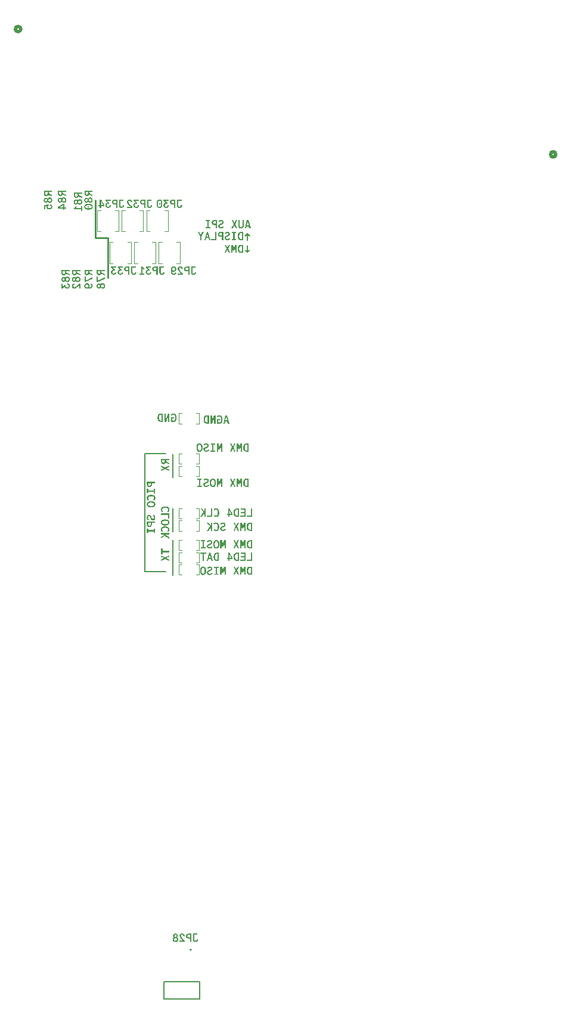
<source format=gbo>
G04*
G04 #@! TF.GenerationSoftware,Altium Limited,Altium Designer,25.8.1 (18)*
G04*
G04 Layer_Color=32896*
%FSLAX25Y25*%
%MOIN*%
G70*
G04*
G04 #@! TF.SameCoordinates,F384F0F7-549D-428C-8488-93E715E2066E*
G04*
G04*
G04 #@! TF.FilePolarity,Positive*
G04*
G01*
G75*
%ADD10C,0.00787*%
%ADD13C,0.02000*%
%ADD14C,0.00500*%
%ADD17C,0.00472*%
%ADD18C,0.01000*%
%ADD19C,0.00600*%
G36*
X182514Y466961D02*
X183649Y464549D01*
X182859D01*
X182044Y466387D01*
X181203Y464549D01*
X180400D01*
X181578Y466982D01*
X180517Y469154D01*
X181299D01*
X182048Y467556D01*
X182772Y469154D01*
X183587D01*
X182514Y466961D01*
D02*
G37*
G36*
X187310Y466437D02*
Y466312D01*
X187302Y466192D01*
X187298Y466080D01*
X187285Y465976D01*
X187273Y465876D01*
X187260Y465784D01*
X187248Y465701D01*
X187231Y465626D01*
X187219Y465555D01*
X187206Y465497D01*
X187194Y465447D01*
X187181Y465406D01*
X187169Y465372D01*
X187165Y465347D01*
X187156Y465331D01*
Y465326D01*
X187127Y465252D01*
X187090Y465177D01*
X187052Y465110D01*
X187015Y465048D01*
X186973Y464994D01*
X186932Y464940D01*
X186890Y464894D01*
X186848Y464852D01*
X186811Y464815D01*
X186774Y464782D01*
X186740Y464757D01*
X186715Y464732D01*
X186690Y464715D01*
X186674Y464703D01*
X186661Y464698D01*
X186657Y464694D01*
X186591Y464657D01*
X186520Y464628D01*
X186445Y464599D01*
X186370Y464578D01*
X186216Y464540D01*
X186071Y464515D01*
X186004Y464507D01*
X185942Y464503D01*
X185887Y464499D01*
X185842Y464495D01*
X185800Y464490D01*
X185746D01*
X185634Y464495D01*
X185530Y464499D01*
X185430Y464511D01*
X185338Y464524D01*
X185251Y464536D01*
X185172Y464557D01*
X185101Y464574D01*
X185035Y464594D01*
X184980Y464611D01*
X184931Y464632D01*
X184889Y464648D01*
X184852Y464661D01*
X184827Y464678D01*
X184806Y464686D01*
X184793Y464690D01*
X184789Y464694D01*
X184727Y464736D01*
X184673Y464782D01*
X184619Y464827D01*
X184573Y464877D01*
X184527Y464931D01*
X184490Y464981D01*
X184456Y465031D01*
X184423Y465081D01*
X184398Y465131D01*
X184373Y465173D01*
X184356Y465214D01*
X184340Y465247D01*
X184327Y465277D01*
X184323Y465302D01*
X184315Y465314D01*
Y465318D01*
X184290Y465401D01*
X184269Y465489D01*
X184236Y465672D01*
X184211Y465859D01*
X184203Y465946D01*
X184194Y466034D01*
X184190Y466117D01*
X184186Y466196D01*
X184182Y466262D01*
X184178Y466321D01*
Y466371D01*
Y466408D01*
Y466429D01*
Y466437D01*
Y469154D01*
X184960D01*
Y466458D01*
Y466366D01*
X184964Y466279D01*
X184968Y466200D01*
X184972Y466125D01*
X184976Y466054D01*
X184985Y465988D01*
X184993Y465930D01*
X184997Y465880D01*
X185005Y465830D01*
X185014Y465793D01*
X185022Y465755D01*
X185026Y465726D01*
X185030Y465705D01*
X185035Y465689D01*
X185039Y465680D01*
Y465676D01*
X185072Y465580D01*
X185105Y465501D01*
X185147Y465430D01*
X185184Y465377D01*
X185222Y465335D01*
X185251Y465306D01*
X185268Y465289D01*
X185276Y465285D01*
X185343Y465247D01*
X185417Y465218D01*
X185492Y465202D01*
X185567Y465185D01*
X185629Y465177D01*
X185659D01*
X185684Y465173D01*
X185733D01*
X185842Y465177D01*
X185942Y465189D01*
X186025Y465210D01*
X186091Y465231D01*
X186145Y465247D01*
X186183Y465268D01*
X186208Y465281D01*
X186216Y465285D01*
X186274Y465335D01*
X186324Y465393D01*
X186366Y465455D01*
X186399Y465522D01*
X186428Y465580D01*
X186445Y465626D01*
X186453Y465647D01*
X186457Y465659D01*
X186461Y465668D01*
Y465672D01*
X186474Y465726D01*
X186486Y465784D01*
X186503Y465913D01*
X186520Y466042D01*
X186528Y466171D01*
Y466229D01*
X186532Y466283D01*
Y466333D01*
X186536Y466375D01*
Y466408D01*
Y466437D01*
Y466454D01*
Y466458D01*
Y469158D01*
X187310D01*
Y466437D01*
D02*
G37*
G36*
X191112Y464549D02*
X190351D01*
X190060Y465713D01*
X188891D01*
X188591Y464549D01*
X187797D01*
X188991Y469154D01*
X189918D01*
X191112Y464549D01*
D02*
G37*
G36*
X172334D02*
X171565D01*
Y466412D01*
X170874D01*
X170716Y466416D01*
X170570Y466433D01*
X170500Y466441D01*
X170433Y466454D01*
X170375Y466466D01*
X170317Y466479D01*
X170267Y466487D01*
X170221Y466500D01*
X170183Y466512D01*
X170150Y466520D01*
X170121Y466529D01*
X170104Y466537D01*
X170092Y466541D01*
X170088D01*
X169959Y466600D01*
X169846Y466666D01*
X169751Y466741D01*
X169705Y466774D01*
X169668Y466812D01*
X169630Y466845D01*
X169601Y466878D01*
X169576Y466907D01*
X169551Y466932D01*
X169535Y466953D01*
X169522Y466970D01*
X169518Y466978D01*
X169514Y466982D01*
X169476Y467045D01*
X169439Y467107D01*
X169410Y467174D01*
X169385Y467240D01*
X169347Y467377D01*
X169322Y467506D01*
X169310Y467565D01*
X169306Y467619D01*
X169301Y467669D01*
X169297Y467710D01*
X169293Y467743D01*
Y467773D01*
Y467789D01*
Y467793D01*
X169297Y467918D01*
X169310Y468035D01*
X169335Y468143D01*
X169364Y468243D01*
X169397Y468338D01*
X169443Y468426D01*
X169489Y468505D01*
X169543Y468580D01*
X169601Y468650D01*
X169663Y468713D01*
X169730Y468771D01*
X169801Y468821D01*
X169871Y468871D01*
X169946Y468912D01*
X170021Y468950D01*
X170096Y468983D01*
X170246Y469041D01*
X170391Y469083D01*
X170525Y469112D01*
X170591Y469125D01*
X170649Y469133D01*
X170703Y469141D01*
X170749Y469145D01*
X170795Y469150D01*
X170828D01*
X170857Y469154D01*
X172334D01*
Y464549D01*
D02*
G37*
G36*
X168366Y468484D02*
X167546D01*
Y465202D01*
X168461D01*
Y464549D01*
X165878D01*
Y465202D01*
X166776D01*
Y468484D01*
X165973D01*
Y469154D01*
X168366D01*
Y468484D01*
D02*
G37*
G36*
X174705Y469208D02*
X174855Y469191D01*
X174922Y469179D01*
X174988Y469166D01*
X175047Y469154D01*
X175101Y469137D01*
X175151Y469120D01*
X175196Y469108D01*
X175234Y469096D01*
X175267Y469083D01*
X175292Y469075D01*
X175309Y469066D01*
X175321Y469058D01*
X175325D01*
X175442Y468996D01*
X175546Y468921D01*
X175633Y468850D01*
X175704Y468779D01*
X175762Y468717D01*
X175787Y468688D01*
X175804Y468663D01*
X175816Y468646D01*
X175829Y468630D01*
X175833Y468621D01*
X175837Y468617D01*
X175895Y468509D01*
X175937Y468397D01*
X175970Y468284D01*
X175991Y468185D01*
X175995Y468139D01*
X176003Y468097D01*
X176007Y468060D01*
Y468026D01*
X176012Y468001D01*
Y467981D01*
Y467968D01*
Y467964D01*
X176007Y467868D01*
X175999Y467781D01*
X175982Y467698D01*
X175966Y467619D01*
X175941Y467544D01*
X175916Y467477D01*
X175887Y467415D01*
X175858Y467361D01*
X175833Y467311D01*
X175804Y467265D01*
X175779Y467228D01*
X175754Y467199D01*
X175737Y467174D01*
X175720Y467153D01*
X175712Y467144D01*
X175708Y467140D01*
X175587Y467032D01*
X175462Y466932D01*
X175338Y466849D01*
X175221Y466778D01*
X175167Y466749D01*
X175117Y466724D01*
X175071Y466699D01*
X175034Y466683D01*
X175001Y466670D01*
X174980Y466658D01*
X174963Y466654D01*
X174959Y466649D01*
X174905Y466629D01*
X174847Y466608D01*
X174789Y466583D01*
X174734Y466562D01*
X174685Y466545D01*
X174647Y466529D01*
X174630Y466525D01*
X174618Y466520D01*
X174614Y466516D01*
X174610D01*
X174502Y466475D01*
X174410Y466437D01*
X174331Y466404D01*
X174264Y466375D01*
X174214Y466354D01*
X174177Y466337D01*
X174156Y466325D01*
X174148Y466321D01*
X174090Y466288D01*
X174040Y466254D01*
X173994Y466221D01*
X173957Y466188D01*
X173927Y466163D01*
X173902Y466138D01*
X173890Y466121D01*
X173886Y466117D01*
X173853Y466071D01*
X173828Y466017D01*
X173811Y465967D01*
X173799Y465921D01*
X173790Y465876D01*
X173786Y465842D01*
Y465822D01*
Y465817D01*
Y465813D01*
X173790Y465738D01*
X173803Y465672D01*
X173819Y465609D01*
X173840Y465559D01*
X173861Y465518D01*
X173878Y465489D01*
X173890Y465472D01*
X173894Y465464D01*
X173936Y465414D01*
X173986Y465372D01*
X174036Y465335D01*
X174081Y465306D01*
X174123Y465281D01*
X174156Y465264D01*
X174177Y465256D01*
X174181Y465252D01*
X174185D01*
X174256Y465231D01*
X174327Y465214D01*
X174393Y465202D01*
X174456Y465193D01*
X174510Y465189D01*
X174551Y465185D01*
X174589D01*
X174697Y465189D01*
X174801Y465206D01*
X174897Y465231D01*
X174980Y465256D01*
X175051Y465281D01*
X175076Y465293D01*
X175101Y465306D01*
X175121Y465314D01*
X175134Y465322D01*
X175142Y465326D01*
X175146D01*
X175196Y465356D01*
X175246Y465389D01*
X175346Y465460D01*
X175446Y465539D01*
X175537Y465618D01*
X175583Y465655D01*
X175621Y465689D01*
X175654Y465718D01*
X175683Y465747D01*
X175708Y465767D01*
X175724Y465788D01*
X175737Y465797D01*
X175741Y465801D01*
X176228Y465351D01*
X176165Y465273D01*
X176103Y465202D01*
X176037Y465131D01*
X175974Y465069D01*
X175912Y465010D01*
X175854Y464960D01*
X175795Y464911D01*
X175741Y464869D01*
X175691Y464831D01*
X175650Y464798D01*
X175608Y464769D01*
X175575Y464748D01*
X175546Y464732D01*
X175525Y464715D01*
X175512Y464711D01*
X175508Y464707D01*
X175433Y464669D01*
X175358Y464636D01*
X175279Y464607D01*
X175205Y464582D01*
X175051Y464544D01*
X174980Y464528D01*
X174909Y464520D01*
X174847Y464507D01*
X174784Y464503D01*
X174734Y464499D01*
X174689Y464495D01*
X174651Y464490D01*
X174601D01*
X174435Y464499D01*
X174281Y464515D01*
X174210Y464532D01*
X174144Y464544D01*
X174081Y464561D01*
X174023Y464578D01*
X173969Y464590D01*
X173923Y464607D01*
X173882Y464623D01*
X173848Y464636D01*
X173823Y464644D01*
X173803Y464653D01*
X173790Y464661D01*
X173786D01*
X173657Y464732D01*
X173545Y464811D01*
X173449Y464890D01*
X173407Y464931D01*
X173370Y464969D01*
X173337Y465006D01*
X173308Y465039D01*
X173283Y465069D01*
X173262Y465098D01*
X173245Y465119D01*
X173233Y465135D01*
X173229Y465143D01*
X173224Y465148D01*
X173187Y465206D01*
X173158Y465268D01*
X173129Y465331D01*
X173108Y465393D01*
X173071Y465514D01*
X173046Y465626D01*
X173037Y465676D01*
X173033Y465722D01*
X173025Y465763D01*
Y465801D01*
X173021Y465830D01*
Y465851D01*
Y465863D01*
Y465867D01*
Y465938D01*
X173029Y466005D01*
X173050Y466129D01*
X173062Y466188D01*
X173079Y466242D01*
X173095Y466288D01*
X173112Y466333D01*
X173133Y466371D01*
X173150Y466408D01*
X173166Y466437D01*
X173179Y466462D01*
X173191Y466483D01*
X173199Y466496D01*
X173204Y466504D01*
X173208Y466508D01*
X173278Y466595D01*
X173353Y466674D01*
X173428Y466741D01*
X173495Y466795D01*
X173557Y466837D01*
X173607Y466866D01*
X173624Y466878D01*
X173636Y466887D01*
X173645Y466891D01*
X173649D01*
X173753Y466941D01*
X173861Y466991D01*
X173973Y467040D01*
X174077Y467082D01*
X174127Y467103D01*
X174173Y467120D01*
X174210Y467136D01*
X174248Y467149D01*
X174277Y467157D01*
X174298Y467165D01*
X174310Y467174D01*
X174314D01*
X174431Y467215D01*
X174535Y467257D01*
X174622Y467290D01*
X174693Y467319D01*
X174751Y467344D01*
X174793Y467361D01*
X174805Y467369D01*
X174818Y467373D01*
X174822Y467377D01*
X174826D01*
X174893Y467415D01*
X174951Y467452D01*
X175001Y467490D01*
X175047Y467527D01*
X175080Y467556D01*
X175109Y467585D01*
X175126Y467602D01*
X175130Y467606D01*
X175171Y467660D01*
X175200Y467719D01*
X175221Y467773D01*
X175238Y467827D01*
X175246Y467877D01*
X175250Y467914D01*
X175254Y467939D01*
Y467943D01*
Y467947D01*
X175250Y468014D01*
X175246Y468072D01*
X175234Y468126D01*
X175217Y468172D01*
X175205Y468209D01*
X175192Y468234D01*
X175184Y468255D01*
X175180Y468259D01*
X175146Y468305D01*
X175105Y468347D01*
X175067Y468384D01*
X175026Y468413D01*
X174992Y468434D01*
X174963Y468451D01*
X174947Y468459D01*
X174938Y468463D01*
X174876Y468488D01*
X174813Y468505D01*
X174751Y468521D01*
X174693Y468530D01*
X174643Y468534D01*
X174606Y468538D01*
X174568D01*
X174472Y468534D01*
X174377Y468517D01*
X174285Y468492D01*
X174198Y468463D01*
X174110Y468426D01*
X174031Y468388D01*
X173952Y468342D01*
X173882Y468301D01*
X173819Y468255D01*
X173761Y468209D01*
X173707Y468172D01*
X173665Y468134D01*
X173628Y468105D01*
X173603Y468081D01*
X173586Y468064D01*
X173582Y468060D01*
X173091Y468497D01*
X173154Y468567D01*
X173216Y468630D01*
X173274Y468688D01*
X173337Y468742D01*
X173395Y468792D01*
X173449Y468838D01*
X173499Y468879D01*
X173549Y468917D01*
X173595Y468946D01*
X173632Y468975D01*
X173670Y468996D01*
X173699Y469012D01*
X173724Y469029D01*
X173740Y469037D01*
X173753Y469046D01*
X173757D01*
X173886Y469104D01*
X174019Y469145D01*
X174152Y469174D01*
X174277Y469195D01*
X174331Y469204D01*
X174385Y469208D01*
X174431Y469212D01*
X174468D01*
X174502Y469216D01*
X174547D01*
X174705Y469208D01*
D02*
G37*
G36*
X178536Y453200D02*
X179671Y450787D01*
X178881D01*
X178066Y452626D01*
X177225Y450787D01*
X176422D01*
X177600Y453221D01*
X176539Y455393D01*
X177321D01*
X178070Y453795D01*
X178794Y455393D01*
X179609D01*
X178536Y453200D01*
D02*
G37*
G36*
X183311Y450787D02*
X182558D01*
Y453935D01*
X182043Y452006D01*
X181489D01*
X180977Y453906D01*
Y450787D01*
X180216D01*
Y455393D01*
X181277D01*
X181768Y453184D01*
X182255Y455393D01*
X183311D01*
Y450787D01*
D02*
G37*
G36*
X189555Y451911D02*
X190508Y452743D01*
X190945Y452210D01*
X189193Y450800D01*
X187446Y452210D01*
X187883Y452743D01*
X188832Y451911D01*
Y455043D01*
X189555D01*
Y451911D01*
D02*
G37*
G36*
X186922Y450787D02*
X186015D01*
X185874Y450792D01*
X185741Y450800D01*
X185616Y450808D01*
X185500Y450825D01*
X185387Y450842D01*
X185287Y450862D01*
X185192Y450887D01*
X185108Y450908D01*
X185034Y450929D01*
X184967Y450954D01*
X184913Y450975D01*
X184863Y450991D01*
X184830Y451008D01*
X184801Y451020D01*
X184784Y451024D01*
X184780Y451029D01*
X184697Y451079D01*
X184617Y451128D01*
X184543Y451187D01*
X184476Y451249D01*
X184414Y451312D01*
X184360Y451374D01*
X184310Y451436D01*
X184264Y451495D01*
X184227Y451553D01*
X184193Y451607D01*
X184164Y451657D01*
X184143Y451698D01*
X184123Y451732D01*
X184110Y451761D01*
X184106Y451778D01*
X184102Y451782D01*
X184064Y451882D01*
X184031Y451986D01*
X184002Y452094D01*
X183977Y452206D01*
X183940Y452431D01*
X183927Y452539D01*
X183914Y452643D01*
X183906Y452738D01*
X183902Y452830D01*
X183898Y452909D01*
X183894Y452980D01*
X183889Y453038D01*
Y453080D01*
Y453096D01*
Y453109D01*
Y453113D01*
Y453117D01*
X183894Y453267D01*
X183898Y453412D01*
X183910Y453546D01*
X183927Y453674D01*
X183944Y453791D01*
X183960Y453899D01*
X183981Y453999D01*
X184002Y454090D01*
X184027Y454174D01*
X184048Y454244D01*
X184064Y454303D01*
X184081Y454353D01*
X184098Y454394D01*
X184110Y454419D01*
X184114Y454440D01*
X184118Y454444D01*
X184164Y454536D01*
X184214Y454619D01*
X184264Y454698D01*
X184318Y454769D01*
X184376Y454835D01*
X184434Y454893D01*
X184489Y454947D01*
X184543Y454993D01*
X184597Y455035D01*
X184643Y455072D01*
X184688Y455101D01*
X184726Y455126D01*
X184755Y455143D01*
X184780Y455160D01*
X184796Y455164D01*
X184801Y455168D01*
X184888Y455209D01*
X184984Y455243D01*
X185079Y455272D01*
X185175Y455297D01*
X185371Y455338D01*
X185466Y455351D01*
X185554Y455363D01*
X185641Y455376D01*
X185716Y455380D01*
X185786Y455384D01*
X185849Y455388D01*
X185899Y455393D01*
X186922D01*
Y450787D01*
D02*
G37*
G36*
X163585Y459786D02*
Y457935D01*
X162790D01*
Y459790D01*
X161575Y462540D01*
X162374Y462540D01*
X163177Y460519D01*
X163992Y462540D01*
X164808D01*
X163585Y459786D01*
D02*
G37*
G36*
X190945Y460506D02*
X190508Y459973D01*
X189555Y460806D01*
Y457677D01*
X188832D01*
Y460806D01*
X187883Y459973D01*
X187446Y460506D01*
X189198Y461916D01*
X190945Y460506D01*
D02*
G37*
G36*
X186922Y457935D02*
X186015D01*
X185874Y457939D01*
X185741Y457948D01*
X185616Y457956D01*
X185500Y457972D01*
X185387Y457989D01*
X185287Y458010D01*
X185192Y458035D01*
X185108Y458056D01*
X185034Y458076D01*
X184967Y458102D01*
X184913Y458122D01*
X184863Y458139D01*
X184830Y458156D01*
X184801Y458168D01*
X184784Y458172D01*
X184780Y458176D01*
X184697Y458226D01*
X184617Y458276D01*
X184543Y458334D01*
X184476Y458397D01*
X184414Y458459D01*
X184360Y458522D01*
X184310Y458584D01*
X184264Y458642D01*
X184227Y458701D01*
X184193Y458755D01*
X184164Y458805D01*
X184143Y458846D01*
X184123Y458879D01*
X184110Y458909D01*
X184106Y458925D01*
X184102Y458929D01*
X184064Y459029D01*
X184031Y459133D01*
X184002Y459241D01*
X183977Y459354D01*
X183940Y459578D01*
X183927Y459686D01*
X183914Y459790D01*
X183906Y459886D01*
X183902Y459978D01*
X183898Y460057D01*
X183894Y460127D01*
X183889Y460186D01*
Y460227D01*
Y460244D01*
Y460256D01*
Y460260D01*
Y460265D01*
X183894Y460415D01*
X183898Y460560D01*
X183910Y460693D01*
X183927Y460822D01*
X183944Y460939D01*
X183960Y461047D01*
X183981Y461147D01*
X184002Y461238D01*
X184027Y461321D01*
X184048Y461392D01*
X184064Y461450D01*
X184081Y461500D01*
X184098Y461542D01*
X184110Y461567D01*
X184114Y461588D01*
X184118Y461592D01*
X184164Y461683D01*
X184214Y461766D01*
X184264Y461845D01*
X184318Y461916D01*
X184376Y461983D01*
X184434Y462041D01*
X184489Y462095D01*
X184543Y462141D01*
X184597Y462182D01*
X184643Y462220D01*
X184688Y462249D01*
X184726Y462274D01*
X184755Y462291D01*
X184780Y462307D01*
X184796Y462311D01*
X184801Y462316D01*
X184888Y462357D01*
X184984Y462390D01*
X185079Y462420D01*
X185175Y462444D01*
X185371Y462486D01*
X185466Y462499D01*
X185554Y462511D01*
X185641Y462524D01*
X185716Y462528D01*
X185786Y462532D01*
X185849Y462536D01*
X185899Y462540D01*
X186922D01*
Y457935D01*
D02*
G37*
G36*
X182962Y461870D02*
X182142D01*
Y458588D01*
X183057D01*
Y457935D01*
X180474D01*
Y458588D01*
X181373D01*
Y461870D01*
X180570D01*
Y462540D01*
X182962D01*
Y461870D01*
D02*
G37*
G36*
X175786Y457935D02*
X175016D01*
Y459799D01*
X174326D01*
X174168Y459803D01*
X174022Y459820D01*
X173951Y459828D01*
X173885Y459840D01*
X173827Y459853D01*
X173768Y459865D01*
X173718Y459874D01*
X173673Y459886D01*
X173635Y459899D01*
X173602Y459907D01*
X173573Y459915D01*
X173556Y459924D01*
X173544Y459928D01*
X173539D01*
X173410Y459986D01*
X173298Y460052D01*
X173203Y460127D01*
X173157Y460161D01*
X173119Y460198D01*
X173082Y460231D01*
X173053Y460265D01*
X173028Y460294D01*
X173003Y460319D01*
X172986Y460340D01*
X172974Y460356D01*
X172969Y460364D01*
X172965Y460369D01*
X172928Y460431D01*
X172890Y460494D01*
X172861Y460560D01*
X172836Y460627D01*
X172799Y460764D01*
X172774Y460893D01*
X172761Y460951D01*
X172757Y461005D01*
X172753Y461055D01*
X172749Y461097D01*
X172745Y461130D01*
Y461159D01*
Y461176D01*
Y461180D01*
X172749Y461305D01*
X172761Y461421D01*
X172786Y461529D01*
X172816Y461629D01*
X172849Y461725D01*
X172895Y461812D01*
X172940Y461891D01*
X172994Y461966D01*
X173053Y462037D01*
X173115Y462099D01*
X173182Y462157D01*
X173252Y462207D01*
X173323Y462257D01*
X173398Y462299D01*
X173473Y462336D01*
X173548Y462370D01*
X173697Y462428D01*
X173843Y462469D01*
X173976Y462499D01*
X174043Y462511D01*
X174101Y462519D01*
X174155Y462528D01*
X174201Y462532D01*
X174247Y462536D01*
X174280D01*
X174309Y462540D01*
X175786D01*
Y457935D01*
D02*
G37*
G36*
X172004D02*
X169076D01*
Y458613D01*
X171218D01*
Y462548D01*
X172004D01*
Y457935D01*
D02*
G37*
G36*
X168560D02*
X167799D01*
X167507Y459100D01*
X166339D01*
X166039Y457935D01*
X165244D01*
X166438Y462540D01*
X167366D01*
X168560Y457935D01*
D02*
G37*
G36*
X178157Y462594D02*
X178307Y462578D01*
X178373Y462565D01*
X178440Y462553D01*
X178498Y462540D01*
X178552Y462524D01*
X178602Y462507D01*
X178648Y462494D01*
X178685Y462482D01*
X178719Y462469D01*
X178744Y462461D01*
X178760Y462453D01*
X178773Y462444D01*
X178777D01*
X178893Y462382D01*
X178997Y462307D01*
X179085Y462236D01*
X179155Y462166D01*
X179214Y462103D01*
X179239Y462074D01*
X179255Y462049D01*
X179268Y462033D01*
X179280Y462016D01*
X179284Y462008D01*
X179289Y462004D01*
X179347Y461895D01*
X179388Y461783D01*
X179422Y461671D01*
X179443Y461571D01*
X179447Y461525D01*
X179455Y461484D01*
X179459Y461446D01*
Y461413D01*
X179463Y461388D01*
Y461367D01*
Y461355D01*
Y461350D01*
X179459Y461255D01*
X179451Y461167D01*
X179434Y461084D01*
X179418Y461005D01*
X179393Y460930D01*
X179368Y460864D01*
X179339Y460801D01*
X179309Y460747D01*
X179284Y460697D01*
X179255Y460652D01*
X179230Y460614D01*
X179205Y460585D01*
X179189Y460560D01*
X179172Y460539D01*
X179164Y460531D01*
X179160Y460527D01*
X179039Y460419D01*
X178914Y460319D01*
X178789Y460236D01*
X178673Y460165D01*
X178619Y460136D01*
X178569Y460111D01*
X178523Y460086D01*
X178486Y460069D01*
X178452Y460057D01*
X178432Y460044D01*
X178415Y460040D01*
X178411Y460036D01*
X178357Y460015D01*
X178298Y459994D01*
X178240Y459969D01*
X178186Y459948D01*
X178136Y459932D01*
X178099Y459915D01*
X178082Y459911D01*
X178070Y459907D01*
X178066Y459903D01*
X178061D01*
X177953Y459861D01*
X177862Y459824D01*
X177783Y459790D01*
X177716Y459761D01*
X177666Y459740D01*
X177629Y459724D01*
X177608Y459711D01*
X177600Y459707D01*
X177541Y459674D01*
X177491Y459641D01*
X177446Y459607D01*
X177408Y459574D01*
X177379Y459549D01*
X177354Y459524D01*
X177342Y459508D01*
X177338Y459503D01*
X177304Y459458D01*
X177279Y459404D01*
X177263Y459354D01*
X177250Y459308D01*
X177242Y459262D01*
X177238Y459229D01*
Y459208D01*
Y459204D01*
Y459200D01*
X177242Y459125D01*
X177254Y459058D01*
X177271Y458996D01*
X177292Y458946D01*
X177313Y458904D01*
X177329Y458875D01*
X177342Y458859D01*
X177346Y458850D01*
X177387Y458800D01*
X177437Y458759D01*
X177487Y458721D01*
X177533Y458692D01*
X177575Y458667D01*
X177608Y458651D01*
X177629Y458642D01*
X177633Y458638D01*
X177637D01*
X177708Y458617D01*
X177778Y458601D01*
X177845Y458588D01*
X177907Y458580D01*
X177962Y458576D01*
X178003Y458572D01*
X178041D01*
X178149Y458576D01*
X178253Y458592D01*
X178348Y458617D01*
X178432Y458642D01*
X178502Y458667D01*
X178527Y458680D01*
X178552Y458692D01*
X178573Y458701D01*
X178586Y458709D01*
X178594Y458713D01*
X178598D01*
X178648Y458742D01*
X178698Y458775D01*
X178798Y458846D01*
X178898Y458925D01*
X178989Y459004D01*
X179035Y459042D01*
X179072Y459075D01*
X179105Y459104D01*
X179135Y459133D01*
X179160Y459154D01*
X179176Y459175D01*
X179189Y459183D01*
X179193Y459187D01*
X179680Y458738D01*
X179617Y458659D01*
X179555Y458588D01*
X179488Y458518D01*
X179426Y458455D01*
X179363Y458397D01*
X179305Y458347D01*
X179247Y458297D01*
X179193Y458255D01*
X179143Y458218D01*
X179101Y458185D01*
X179060Y458156D01*
X179026Y458135D01*
X178997Y458118D01*
X178977Y458102D01*
X178964Y458097D01*
X178960Y458093D01*
X178885Y458056D01*
X178810Y458022D01*
X178731Y457993D01*
X178656Y457968D01*
X178502Y457931D01*
X178432Y457914D01*
X178361Y457906D01*
X178298Y457894D01*
X178236Y457889D01*
X178186Y457885D01*
X178140Y457881D01*
X178103Y457877D01*
X178053D01*
X177887Y457885D01*
X177733Y457902D01*
X177662Y457919D01*
X177595Y457931D01*
X177533Y457948D01*
X177475Y457964D01*
X177421Y457977D01*
X177375Y457993D01*
X177333Y458010D01*
X177300Y458022D01*
X177275Y458031D01*
X177254Y458039D01*
X177242Y458047D01*
X177238D01*
X177109Y458118D01*
X176996Y458197D01*
X176901Y458276D01*
X176859Y458318D01*
X176822Y458355D01*
X176788Y458393D01*
X176759Y458426D01*
X176734Y458455D01*
X176714Y458484D01*
X176697Y458505D01*
X176684Y458522D01*
X176680Y458530D01*
X176676Y458534D01*
X176639Y458592D01*
X176610Y458655D01*
X176580Y458717D01*
X176560Y458780D01*
X176522Y458900D01*
X176497Y459013D01*
X176489Y459062D01*
X176485Y459108D01*
X176476Y459150D01*
Y459187D01*
X176472Y459216D01*
Y459237D01*
Y459250D01*
Y459254D01*
Y459325D01*
X176481Y459391D01*
X176501Y459516D01*
X176514Y459574D01*
X176531Y459628D01*
X176547Y459674D01*
X176564Y459720D01*
X176585Y459757D01*
X176601Y459795D01*
X176618Y459824D01*
X176630Y459849D01*
X176643Y459869D01*
X176651Y459882D01*
X176655Y459890D01*
X176659Y459894D01*
X176730Y459982D01*
X176805Y460061D01*
X176880Y460127D01*
X176946Y460182D01*
X177009Y460223D01*
X177059Y460252D01*
X177076Y460265D01*
X177088Y460273D01*
X177096Y460277D01*
X177100D01*
X177204Y460327D01*
X177313Y460377D01*
X177425Y460427D01*
X177529Y460468D01*
X177579Y460489D01*
X177625Y460506D01*
X177662Y460523D01*
X177699Y460535D01*
X177729Y460543D01*
X177749Y460552D01*
X177762Y460560D01*
X177766D01*
X177883Y460602D01*
X177987Y460643D01*
X178074Y460676D01*
X178145Y460706D01*
X178203Y460731D01*
X178244Y460747D01*
X178257Y460756D01*
X178269Y460760D01*
X178273Y460764D01*
X178278D01*
X178344Y460801D01*
X178402Y460839D01*
X178452Y460876D01*
X178498Y460914D01*
X178531Y460943D01*
X178561Y460972D01*
X178577Y460989D01*
X178581Y460993D01*
X178623Y461047D01*
X178652Y461105D01*
X178673Y461159D01*
X178690Y461213D01*
X178698Y461263D01*
X178702Y461301D01*
X178706Y461326D01*
Y461330D01*
Y461334D01*
X178702Y461400D01*
X178698Y461459D01*
X178685Y461513D01*
X178669Y461558D01*
X178656Y461596D01*
X178644Y461621D01*
X178635Y461642D01*
X178631Y461646D01*
X178598Y461692D01*
X178556Y461733D01*
X178519Y461771D01*
X178477Y461800D01*
X178444Y461821D01*
X178415Y461837D01*
X178398Y461845D01*
X178390Y461850D01*
X178328Y461875D01*
X178265Y461891D01*
X178203Y461908D01*
X178145Y461916D01*
X178095Y461920D01*
X178057Y461925D01*
X178020D01*
X177924Y461920D01*
X177828Y461904D01*
X177737Y461879D01*
X177649Y461850D01*
X177562Y461812D01*
X177483Y461775D01*
X177404Y461729D01*
X177333Y461687D01*
X177271Y461642D01*
X177213Y461596D01*
X177159Y461558D01*
X177117Y461521D01*
X177080Y461492D01*
X177055Y461467D01*
X177038Y461450D01*
X177034Y461446D01*
X176543Y461883D01*
X176605Y461954D01*
X176668Y462016D01*
X176726Y462074D01*
X176788Y462128D01*
X176847Y462178D01*
X176901Y462224D01*
X176951Y462266D01*
X177001Y462303D01*
X177046Y462332D01*
X177084Y462361D01*
X177121Y462382D01*
X177150Y462399D01*
X177175Y462415D01*
X177192Y462424D01*
X177204Y462432D01*
X177209D01*
X177338Y462490D01*
X177471Y462532D01*
X177604Y462561D01*
X177729Y462582D01*
X177783Y462590D01*
X177837Y462594D01*
X177883Y462598D01*
X177920D01*
X177953Y462603D01*
X177999D01*
X178157Y462594D01*
D02*
G37*
G36*
X137687Y322065D02*
X135823D01*
Y321375D01*
X135819Y321216D01*
X135803Y321071D01*
X135794Y321000D01*
X135782Y320934D01*
X135769Y320875D01*
X135757Y320817D01*
X135749Y320767D01*
X135736Y320721D01*
X135724Y320684D01*
X135715Y320651D01*
X135707Y320621D01*
X135699Y320605D01*
X135695Y320592D01*
Y320588D01*
X135636Y320459D01*
X135570Y320347D01*
X135495Y320251D01*
X135461Y320205D01*
X135424Y320168D01*
X135391Y320131D01*
X135357Y320101D01*
X135328Y320077D01*
X135303Y320052D01*
X135283Y320035D01*
X135266Y320023D01*
X135258Y320018D01*
X135254Y320014D01*
X135191Y319977D01*
X135129Y319939D01*
X135062Y319910D01*
X134996Y319885D01*
X134858Y319848D01*
X134729Y319823D01*
X134671Y319810D01*
X134617Y319806D01*
X134567Y319802D01*
X134526Y319798D01*
X134492Y319794D01*
X134463D01*
X134447D01*
X134442D01*
X134318Y319798D01*
X134201Y319810D01*
X134093Y319835D01*
X133993Y319864D01*
X133897Y319898D01*
X133810Y319943D01*
X133731Y319989D01*
X133656Y320043D01*
X133585Y320101D01*
X133523Y320164D01*
X133465Y320231D01*
X133415Y320301D01*
X133365Y320372D01*
X133323Y320447D01*
X133286Y320522D01*
X133253Y320597D01*
X133194Y320746D01*
X133153Y320892D01*
X133124Y321025D01*
X133111Y321092D01*
X133103Y321150D01*
X133095Y321204D01*
X133090Y321250D01*
X133086Y321295D01*
Y321329D01*
X133082Y321358D01*
Y322835D01*
X137687D01*
Y322065D01*
D02*
G37*
G36*
Y316378D02*
X137034D01*
Y317277D01*
X133752D01*
Y316474D01*
X133082D01*
Y318866D01*
X133752D01*
Y318046D01*
X137034D01*
Y318962D01*
X137687D01*
Y316378D01*
D02*
G37*
G36*
X135640Y315517D02*
X135832Y315505D01*
X136011Y315480D01*
X136181Y315455D01*
X136335Y315422D01*
X136477Y315384D01*
X136610Y315347D01*
X136726Y315305D01*
X136830Y315268D01*
X136922Y315230D01*
X136997Y315193D01*
X137059Y315159D01*
X137109Y315130D01*
X137146Y315109D01*
X137167Y315097D01*
X137175Y315093D01*
X137284Y315005D01*
X137379Y314914D01*
X137462Y314814D01*
X137533Y314710D01*
X137596Y314602D01*
X137645Y314494D01*
X137683Y314390D01*
X137716Y314286D01*
X137741Y314186D01*
X137762Y314099D01*
X137775Y314015D01*
X137787Y313945D01*
X137791Y313886D01*
X137795Y313841D01*
Y313803D01*
X137787Y313637D01*
X137770Y313487D01*
X137758Y313416D01*
X137741Y313350D01*
X137729Y313287D01*
X137712Y313233D01*
X137695Y313179D01*
X137683Y313134D01*
X137666Y313096D01*
X137654Y313063D01*
X137645Y313034D01*
X137637Y313017D01*
X137629Y313005D01*
Y313000D01*
X137596Y312934D01*
X137558Y312871D01*
X137471Y312755D01*
X137383Y312651D01*
X137296Y312559D01*
X137255Y312518D01*
X137213Y312485D01*
X137180Y312455D01*
X137151Y312426D01*
X137121Y312410D01*
X137105Y312393D01*
X137092Y312385D01*
X137088Y312381D01*
X136664Y312817D01*
X136743Y312901D01*
X136809Y312980D01*
X136863Y313059D01*
X136905Y313125D01*
X136938Y313179D01*
X136963Y313225D01*
X136972Y313242D01*
X136976Y313254D01*
X136980Y313258D01*
Y313263D01*
X137009Y313346D01*
X137030Y313433D01*
X137047Y313516D01*
X137055Y313591D01*
X137063Y313658D01*
Y313683D01*
X137067Y313708D01*
Y313753D01*
X137063Y313849D01*
X137051Y313932D01*
X137030Y314015D01*
X137001Y314086D01*
X136972Y314153D01*
X136938Y314215D01*
X136901Y314269D01*
X136859Y314315D01*
X136822Y314357D01*
X136784Y314394D01*
X136751Y314423D01*
X136718Y314448D01*
X136693Y314465D01*
X136672Y314477D01*
X136660Y314486D01*
X136655Y314490D01*
X136572Y314527D01*
X136485Y314560D01*
X136389Y314590D01*
X136289Y314615D01*
X136085Y314652D01*
X135986Y314669D01*
X135890Y314677D01*
X135799Y314689D01*
X135711Y314693D01*
X135632Y314698D01*
X135565Y314702D01*
X135511Y314706D01*
X135470D01*
X135453D01*
X135441D01*
X135437D01*
X135432D01*
X135283Y314702D01*
X135145Y314698D01*
X135016Y314685D01*
X134892Y314669D01*
X134783Y314652D01*
X134679Y314635D01*
X134588Y314615D01*
X134501Y314590D01*
X134430Y314569D01*
X134363Y314548D01*
X134309Y314531D01*
X134263Y314515D01*
X134230Y314498D01*
X134205Y314486D01*
X134189Y314481D01*
X134184Y314477D01*
X134109Y314431D01*
X134043Y314377D01*
X133985Y314323D01*
X133935Y314261D01*
X133893Y314198D01*
X133856Y314136D01*
X133827Y314074D01*
X133806Y314015D01*
X133789Y313957D01*
X133773Y313903D01*
X133764Y313853D01*
X133760Y313812D01*
X133756Y313778D01*
X133752Y313749D01*
Y313728D01*
X133756Y313633D01*
X133764Y313545D01*
X133773Y313466D01*
X133785Y313396D01*
X133802Y313341D01*
X133810Y313300D01*
X133814Y313283D01*
X133818Y313271D01*
X133823Y313267D01*
Y313263D01*
X133856Y313183D01*
X133902Y313104D01*
X133951Y313030D01*
X134001Y312963D01*
X134051Y312901D01*
X134093Y312855D01*
X134109Y312838D01*
X134118Y312826D01*
X134126Y312817D01*
X134130Y312813D01*
X133719Y312356D01*
X133652Y312401D01*
X133589Y312447D01*
X133531Y312497D01*
X133477Y312547D01*
X133427Y312597D01*
X133386Y312647D01*
X133348Y312697D01*
X133311Y312742D01*
X133282Y312784D01*
X133257Y312826D01*
X133236Y312863D01*
X133215Y312892D01*
X133203Y312917D01*
X133194Y312938D01*
X133186Y312950D01*
Y312955D01*
X133132Y313092D01*
X133090Y313233D01*
X133061Y313362D01*
X133053Y313425D01*
X133045Y313483D01*
X133036Y313541D01*
X133032Y313587D01*
X133028Y313633D01*
Y313670D01*
X133024Y313699D01*
Y313741D01*
X133028Y313849D01*
X133036Y313949D01*
X133053Y314049D01*
X133070Y314140D01*
X133090Y314228D01*
X133115Y314307D01*
X133144Y314386D01*
X133169Y314452D01*
X133198Y314515D01*
X133228Y314569D01*
X133253Y314615D01*
X133273Y314656D01*
X133290Y314685D01*
X133307Y314710D01*
X133315Y314723D01*
X133319Y314727D01*
X133377Y314797D01*
X133440Y314868D01*
X133502Y314931D01*
X133573Y314989D01*
X133639Y315043D01*
X133710Y315093D01*
X133777Y315135D01*
X133843Y315176D01*
X133906Y315209D01*
X133964Y315243D01*
X134018Y315268D01*
X134064Y315288D01*
X134101Y315305D01*
X134126Y315318D01*
X134143Y315322D01*
X134151Y315326D01*
X134255Y315359D01*
X134359Y315388D01*
X134580Y315438D01*
X134792Y315471D01*
X134896Y315488D01*
X134996Y315496D01*
X135087Y315505D01*
X135170Y315509D01*
X135245Y315517D01*
X135312D01*
X135366Y315521D01*
X135403D01*
X135428D01*
X135432D01*
X135437D01*
X135640Y315517D01*
D02*
G37*
G36*
X135437Y311960D02*
X135565Y311956D01*
X135686Y311948D01*
X135803Y311935D01*
X135915Y311923D01*
X136019Y311906D01*
X136115Y311890D01*
X136206Y311873D01*
X136285Y311856D01*
X136360Y311840D01*
X136423Y311823D01*
X136472Y311811D01*
X136514Y311798D01*
X136547Y311790D01*
X136564Y311782D01*
X136572D01*
X136672Y311744D01*
X136768Y311702D01*
X136859Y311661D01*
X136943Y311615D01*
X137022Y311569D01*
X137092Y311519D01*
X137159Y311474D01*
X137217Y311428D01*
X137271Y311382D01*
X137317Y311345D01*
X137358Y311307D01*
X137392Y311274D01*
X137417Y311249D01*
X137433Y311228D01*
X137446Y311216D01*
X137450Y311212D01*
X137508Y311137D01*
X137554Y311058D01*
X137600Y310979D01*
X137633Y310895D01*
X137666Y310816D01*
X137691Y310733D01*
X137712Y310658D01*
X137729Y310583D01*
X137745Y310513D01*
X137754Y310446D01*
X137762Y310388D01*
X137766Y310338D01*
Y310301D01*
X137770Y310267D01*
Y310242D01*
X137766Y310134D01*
X137758Y310030D01*
X137741Y309934D01*
X137720Y309839D01*
X137695Y309756D01*
X137666Y309672D01*
X137637Y309597D01*
X137608Y309531D01*
X137579Y309473D01*
X137550Y309419D01*
X137521Y309373D01*
X137496Y309335D01*
X137475Y309302D01*
X137458Y309281D01*
X137450Y309269D01*
X137446Y309265D01*
X137383Y309194D01*
X137317Y309127D01*
X137246Y309069D01*
X137171Y309011D01*
X137096Y308961D01*
X137026Y308915D01*
X136955Y308874D01*
X136884Y308836D01*
X136822Y308803D01*
X136759Y308774D01*
X136705Y308753D01*
X136660Y308732D01*
X136622Y308720D01*
X136593Y308707D01*
X136572Y308699D01*
X136568D01*
X136460Y308666D01*
X136352Y308637D01*
X136135Y308595D01*
X135923Y308562D01*
X135823Y308549D01*
X135728Y308537D01*
X135636Y308533D01*
X135557Y308524D01*
X135482Y308520D01*
X135424D01*
X135374Y308516D01*
X135337D01*
X135312D01*
X135303D01*
X135179Y308520D01*
X135054Y308524D01*
X134937Y308537D01*
X134825Y308549D01*
X134721Y308566D01*
X134621Y308582D01*
X134530Y308599D01*
X134447Y308620D01*
X134367Y308641D01*
X134301Y308657D01*
X134243Y308674D01*
X134193Y308691D01*
X134151Y308703D01*
X134126Y308716D01*
X134105Y308720D01*
X134101Y308724D01*
X134005Y308766D01*
X133918Y308807D01*
X133835Y308853D01*
X133760Y308903D01*
X133685Y308953D01*
X133623Y309003D01*
X133560Y309048D01*
X133506Y309098D01*
X133460Y309144D01*
X133419Y309186D01*
X133386Y309223D01*
X133356Y309256D01*
X133332Y309281D01*
X133315Y309302D01*
X133307Y309315D01*
X133302Y309319D01*
X133253Y309394D01*
X133211Y309469D01*
X133169Y309548D01*
X133140Y309627D01*
X133111Y309706D01*
X133090Y309781D01*
X133070Y309855D01*
X133053Y309926D01*
X133045Y309993D01*
X133036Y310051D01*
X133028Y310105D01*
X133024Y310151D01*
X133020Y310188D01*
Y310242D01*
X133024Y310338D01*
X133032Y310434D01*
X133045Y310525D01*
X133065Y310608D01*
X133086Y310692D01*
X133111Y310767D01*
X133136Y310837D01*
X133161Y310900D01*
X133190Y310958D01*
X133215Y311012D01*
X133240Y311053D01*
X133261Y311091D01*
X133282Y311120D01*
X133294Y311145D01*
X133302Y311157D01*
X133307Y311162D01*
X133365Y311232D01*
X133423Y311299D01*
X133485Y311361D01*
X133552Y311420D01*
X133619Y311474D01*
X133685Y311524D01*
X133752Y311569D01*
X133814Y311607D01*
X133877Y311644D01*
X133931Y311673D01*
X133981Y311702D01*
X134026Y311723D01*
X134060Y311740D01*
X134089Y311752D01*
X134105Y311757D01*
X134109Y311761D01*
X134209Y311798D01*
X134309Y311827D01*
X134413Y311856D01*
X134513Y311877D01*
X134717Y311915D01*
X134813Y311927D01*
X134900Y311940D01*
X134987Y311948D01*
X135066Y311952D01*
X135133Y311956D01*
X135191Y311960D01*
X135241Y311965D01*
X135278D01*
X135299D01*
X135308D01*
X135437Y311960D01*
D02*
G37*
G36*
X136963Y304377D02*
X137034Y304314D01*
X137105Y304248D01*
X137167Y304185D01*
X137225Y304123D01*
X137275Y304065D01*
X137325Y304007D01*
X137367Y303952D01*
X137404Y303903D01*
X137437Y303861D01*
X137467Y303819D01*
X137487Y303786D01*
X137504Y303757D01*
X137521Y303736D01*
X137525Y303724D01*
X137529Y303719D01*
X137566Y303645D01*
X137600Y303570D01*
X137629Y303491D01*
X137654Y303416D01*
X137691Y303262D01*
X137708Y303191D01*
X137716Y303120D01*
X137729Y303058D01*
X137733Y302996D01*
X137737Y302946D01*
X137741Y302900D01*
X137745Y302863D01*
Y302813D01*
X137737Y302646D01*
X137720Y302492D01*
X137704Y302421D01*
X137691Y302355D01*
X137675Y302293D01*
X137658Y302234D01*
X137645Y302180D01*
X137629Y302134D01*
X137612Y302093D01*
X137600Y302060D01*
X137591Y302035D01*
X137583Y302014D01*
X137575Y302001D01*
Y301997D01*
X137504Y301868D01*
X137425Y301756D01*
X137346Y301660D01*
X137304Y301619D01*
X137267Y301581D01*
X137230Y301548D01*
X137196Y301519D01*
X137167Y301494D01*
X137138Y301473D01*
X137117Y301456D01*
X137101Y301444D01*
X137092Y301440D01*
X137088Y301436D01*
X137030Y301398D01*
X136967Y301369D01*
X136905Y301340D01*
X136843Y301319D01*
X136722Y301282D01*
X136610Y301257D01*
X136560Y301248D01*
X136514Y301244D01*
X136472Y301236D01*
X136435D01*
X136406Y301232D01*
X136385D01*
X136373D01*
X136368D01*
X136298D01*
X136231Y301240D01*
X136106Y301261D01*
X136048Y301273D01*
X135994Y301290D01*
X135948Y301307D01*
X135903Y301323D01*
X135865Y301344D01*
X135828Y301361D01*
X135799Y301377D01*
X135774Y301390D01*
X135753Y301402D01*
X135740Y301411D01*
X135732Y301415D01*
X135728Y301419D01*
X135640Y301490D01*
X135561Y301565D01*
X135495Y301639D01*
X135441Y301706D01*
X135399Y301768D01*
X135370Y301818D01*
X135357Y301835D01*
X135349Y301847D01*
X135345Y301856D01*
Y301860D01*
X135295Y301964D01*
X135245Y302072D01*
X135195Y302184D01*
X135154Y302288D01*
X135133Y302338D01*
X135116Y302384D01*
X135100Y302421D01*
X135087Y302459D01*
X135079Y302488D01*
X135071Y302509D01*
X135062Y302521D01*
Y302525D01*
X135021Y302642D01*
X134979Y302746D01*
X134946Y302833D01*
X134917Y302904D01*
X134892Y302962D01*
X134875Y303004D01*
X134867Y303016D01*
X134862Y303029D01*
X134858Y303033D01*
Y303037D01*
X134821Y303104D01*
X134783Y303162D01*
X134746Y303212D01*
X134708Y303258D01*
X134679Y303291D01*
X134650Y303320D01*
X134634Y303337D01*
X134629Y303341D01*
X134575Y303382D01*
X134517Y303412D01*
X134463Y303432D01*
X134409Y303449D01*
X134359Y303457D01*
X134322Y303462D01*
X134297Y303466D01*
X134293D01*
X134288D01*
X134222Y303462D01*
X134164Y303457D01*
X134109Y303445D01*
X134064Y303428D01*
X134026Y303416D01*
X134001Y303403D01*
X133981Y303395D01*
X133976Y303391D01*
X133931Y303358D01*
X133889Y303316D01*
X133852Y303278D01*
X133823Y303237D01*
X133802Y303204D01*
X133785Y303174D01*
X133777Y303158D01*
X133773Y303150D01*
X133748Y303087D01*
X133731Y303025D01*
X133714Y302962D01*
X133706Y302904D01*
X133702Y302854D01*
X133698Y302817D01*
Y302779D01*
X133702Y302684D01*
X133719Y302588D01*
X133743Y302496D01*
X133773Y302409D01*
X133810Y302322D01*
X133847Y302243D01*
X133893Y302164D01*
X133935Y302093D01*
X133981Y302030D01*
X134026Y301972D01*
X134064Y301918D01*
X134101Y301877D01*
X134130Y301839D01*
X134155Y301814D01*
X134172Y301798D01*
X134176Y301793D01*
X133739Y301303D01*
X133669Y301365D01*
X133606Y301427D01*
X133548Y301485D01*
X133494Y301548D01*
X133444Y301606D01*
X133398Y301660D01*
X133356Y301710D01*
X133319Y301760D01*
X133290Y301806D01*
X133261Y301843D01*
X133240Y301881D01*
X133223Y301910D01*
X133207Y301935D01*
X133198Y301951D01*
X133190Y301964D01*
Y301968D01*
X133132Y302097D01*
X133090Y302230D01*
X133061Y302363D01*
X133040Y302488D01*
X133032Y302542D01*
X133028Y302596D01*
X133024Y302642D01*
Y302679D01*
X133020Y302713D01*
Y302759D01*
X133028Y302917D01*
X133045Y303066D01*
X133057Y303133D01*
X133070Y303199D01*
X133082Y303258D01*
X133099Y303312D01*
X133115Y303362D01*
X133128Y303407D01*
X133140Y303445D01*
X133153Y303478D01*
X133161Y303503D01*
X133169Y303520D01*
X133178Y303532D01*
Y303536D01*
X133240Y303653D01*
X133315Y303757D01*
X133386Y303844D01*
X133456Y303915D01*
X133519Y303973D01*
X133548Y303998D01*
X133573Y304015D01*
X133589Y304027D01*
X133606Y304040D01*
X133615Y304044D01*
X133619Y304048D01*
X133727Y304106D01*
X133839Y304148D01*
X133951Y304181D01*
X134051Y304202D01*
X134097Y304206D01*
X134139Y304215D01*
X134176Y304219D01*
X134209D01*
X134234Y304223D01*
X134255D01*
X134268D01*
X134272D01*
X134367Y304219D01*
X134455Y304210D01*
X134538Y304194D01*
X134617Y304177D01*
X134692Y304152D01*
X134758Y304127D01*
X134821Y304098D01*
X134875Y304069D01*
X134925Y304044D01*
X134971Y304015D01*
X135008Y303990D01*
X135037Y303965D01*
X135062Y303948D01*
X135083Y303932D01*
X135091Y303923D01*
X135095Y303919D01*
X135204Y303799D01*
X135303Y303674D01*
X135387Y303549D01*
X135457Y303432D01*
X135486Y303378D01*
X135511Y303328D01*
X135536Y303283D01*
X135553Y303245D01*
X135565Y303212D01*
X135578Y303191D01*
X135582Y303174D01*
X135586Y303170D01*
X135607Y303116D01*
X135628Y303058D01*
X135653Y303000D01*
X135674Y302946D01*
X135690Y302896D01*
X135707Y302858D01*
X135711Y302842D01*
X135715Y302829D01*
X135719Y302825D01*
Y302821D01*
X135761Y302713D01*
X135799Y302621D01*
X135832Y302542D01*
X135861Y302476D01*
X135882Y302426D01*
X135898Y302388D01*
X135911Y302367D01*
X135915Y302359D01*
X135948Y302301D01*
X135982Y302251D01*
X136015Y302205D01*
X136048Y302168D01*
X136073Y302139D01*
X136098Y302114D01*
X136115Y302101D01*
X136119Y302097D01*
X136165Y302064D01*
X136219Y302039D01*
X136269Y302022D01*
X136314Y302010D01*
X136360Y302001D01*
X136393Y301997D01*
X136414D01*
X136418D01*
X136423D01*
X136497Y302001D01*
X136564Y302014D01*
X136626Y302030D01*
X136676Y302051D01*
X136718Y302072D01*
X136747Y302089D01*
X136764Y302101D01*
X136772Y302105D01*
X136822Y302147D01*
X136863Y302197D01*
X136901Y302247D01*
X136930Y302293D01*
X136955Y302334D01*
X136972Y302367D01*
X136980Y302388D01*
X136984Y302392D01*
Y302397D01*
X137005Y302467D01*
X137022Y302538D01*
X137034Y302605D01*
X137042Y302667D01*
X137047Y302721D01*
X137051Y302763D01*
Y302800D01*
X137047Y302908D01*
X137030Y303012D01*
X137005Y303108D01*
X136980Y303191D01*
X136955Y303262D01*
X136943Y303287D01*
X136930Y303312D01*
X136922Y303333D01*
X136913Y303345D01*
X136909Y303353D01*
Y303358D01*
X136880Y303407D01*
X136847Y303457D01*
X136776Y303557D01*
X136697Y303657D01*
X136618Y303749D01*
X136581Y303794D01*
X136547Y303832D01*
X136518Y303865D01*
X136489Y303894D01*
X136468Y303919D01*
X136447Y303936D01*
X136439Y303948D01*
X136435Y303952D01*
X136884Y304439D01*
X136963Y304377D01*
D02*
G37*
G36*
X137687Y299776D02*
X135823D01*
Y299085D01*
X135819Y298927D01*
X135803Y298781D01*
X135794Y298711D01*
X135782Y298644D01*
X135769Y298586D01*
X135757Y298528D01*
X135749Y298478D01*
X135736Y298432D01*
X135724Y298395D01*
X135715Y298361D01*
X135707Y298332D01*
X135699Y298316D01*
X135695Y298303D01*
Y298299D01*
X135636Y298170D01*
X135570Y298058D01*
X135495Y297962D01*
X135461Y297916D01*
X135424Y297879D01*
X135391Y297841D01*
X135357Y297812D01*
X135328Y297787D01*
X135303Y297762D01*
X135283Y297746D01*
X135266Y297733D01*
X135258Y297729D01*
X135254Y297725D01*
X135191Y297687D01*
X135129Y297650D01*
X135062Y297621D01*
X134996Y297596D01*
X134858Y297558D01*
X134729Y297533D01*
X134671Y297521D01*
X134617Y297517D01*
X134567Y297513D01*
X134526Y297509D01*
X134492Y297504D01*
X134463D01*
X134447D01*
X134442D01*
X134318Y297509D01*
X134201Y297521D01*
X134093Y297546D01*
X133993Y297575D01*
X133897Y297608D01*
X133810Y297654D01*
X133731Y297700D01*
X133656Y297754D01*
X133585Y297812D01*
X133523Y297875D01*
X133465Y297941D01*
X133415Y298012D01*
X133365Y298083D01*
X133323Y298158D01*
X133286Y298232D01*
X133253Y298307D01*
X133194Y298457D01*
X133153Y298603D01*
X133124Y298736D01*
X133111Y298802D01*
X133103Y298861D01*
X133095Y298915D01*
X133090Y298960D01*
X133086Y299006D01*
Y299039D01*
X133082Y299069D01*
Y300545D01*
X137687D01*
Y299776D01*
D02*
G37*
G36*
Y294089D02*
X137034D01*
Y294988D01*
X133752D01*
Y294185D01*
X133082D01*
Y296577D01*
X133752D01*
Y295757D01*
X137034D01*
Y296672D01*
X137687D01*
Y294089D01*
D02*
G37*
G36*
X141763Y284168D02*
X145669D01*
Y283399D01*
X141763D01*
Y282134D01*
X141064D01*
Y285433D01*
X141763D01*
Y284168D01*
D02*
G37*
G36*
X145669Y280899D02*
X143831Y280083D01*
X145669Y279243D01*
Y278440D01*
X143236Y279617D01*
X141064Y278557D01*
Y279339D01*
X142662Y280087D01*
X141064Y280811D01*
Y281627D01*
X143256Y280553D01*
X145669Y281689D01*
Y280899D01*
D02*
G37*
G36*
X143514Y309051D02*
X143706Y309038D01*
X143885Y309014D01*
X144055Y308989D01*
X144209Y308955D01*
X144351Y308918D01*
X144484Y308880D01*
X144600Y308839D01*
X144704Y308801D01*
X144796Y308764D01*
X144871Y308727D01*
X144933Y308693D01*
X144983Y308664D01*
X145020Y308643D01*
X145041Y308631D01*
X145049Y308627D01*
X145158Y308539D01*
X145253Y308448D01*
X145336Y308348D01*
X145407Y308244D01*
X145470Y308136D01*
X145519Y308028D01*
X145557Y307924D01*
X145590Y307820D01*
X145615Y307720D01*
X145636Y307632D01*
X145649Y307549D01*
X145661Y307478D01*
X145665Y307420D01*
X145669Y307375D01*
Y307337D01*
X145661Y307171D01*
X145644Y307021D01*
X145632Y306950D01*
X145615Y306884D01*
X145603Y306821D01*
X145586Y306767D01*
X145569Y306713D01*
X145557Y306667D01*
X145540Y306630D01*
X145528Y306597D01*
X145519Y306568D01*
X145511Y306551D01*
X145503Y306538D01*
Y306534D01*
X145470Y306468D01*
X145432Y306405D01*
X145345Y306289D01*
X145257Y306185D01*
X145170Y306093D01*
X145129Y306052D01*
X145087Y306018D01*
X145054Y305989D01*
X145025Y305960D01*
X144995Y305943D01*
X144979Y305927D01*
X144966Y305919D01*
X144962Y305914D01*
X144538Y306351D01*
X144617Y306434D01*
X144683Y306513D01*
X144737Y306592D01*
X144779Y306659D01*
X144812Y306713D01*
X144837Y306759D01*
X144846Y306775D01*
X144850Y306788D01*
X144854Y306792D01*
Y306796D01*
X144883Y306879D01*
X144904Y306967D01*
X144921Y307050D01*
X144929Y307125D01*
X144937Y307191D01*
Y307216D01*
X144941Y307241D01*
Y307287D01*
X144937Y307383D01*
X144925Y307466D01*
X144904Y307549D01*
X144875Y307620D01*
X144846Y307686D01*
X144812Y307749D01*
X144775Y307803D01*
X144733Y307849D01*
X144696Y307890D01*
X144658Y307928D01*
X144625Y307957D01*
X144592Y307982D01*
X144567Y307998D01*
X144546Y308011D01*
X144534Y308019D01*
X144529Y308024D01*
X144446Y308061D01*
X144359Y308094D01*
X144263Y308123D01*
X144163Y308148D01*
X143959Y308186D01*
X143860Y308202D01*
X143764Y308211D01*
X143673Y308223D01*
X143585Y308227D01*
X143506Y308231D01*
X143439Y308236D01*
X143385Y308240D01*
X143344D01*
X143327D01*
X143315D01*
X143311D01*
X143306D01*
X143157Y308236D01*
X143019Y308231D01*
X142890Y308219D01*
X142766Y308202D01*
X142657Y308186D01*
X142553Y308169D01*
X142462Y308148D01*
X142375Y308123D01*
X142304Y308102D01*
X142237Y308082D01*
X142183Y308065D01*
X142137Y308048D01*
X142104Y308032D01*
X142079Y308019D01*
X142063Y308015D01*
X142058Y308011D01*
X141983Y307965D01*
X141917Y307911D01*
X141859Y307857D01*
X141809Y307795D01*
X141767Y307732D01*
X141730Y307670D01*
X141701Y307608D01*
X141680Y307549D01*
X141663Y307491D01*
X141647Y307437D01*
X141638Y307387D01*
X141634Y307345D01*
X141630Y307312D01*
X141626Y307283D01*
Y307262D01*
X141630Y307167D01*
X141638Y307079D01*
X141647Y307000D01*
X141659Y306929D01*
X141676Y306875D01*
X141684Y306834D01*
X141688Y306817D01*
X141692Y306805D01*
X141697Y306800D01*
Y306796D01*
X141730Y306717D01*
X141776Y306638D01*
X141825Y306563D01*
X141875Y306497D01*
X141925Y306434D01*
X141967Y306389D01*
X141983Y306372D01*
X141992Y306360D01*
X142000Y306351D01*
X142004Y306347D01*
X141593Y305889D01*
X141526Y305935D01*
X141463Y305981D01*
X141405Y306031D01*
X141351Y306081D01*
X141301Y306131D01*
X141260Y306181D01*
X141222Y306230D01*
X141185Y306276D01*
X141156Y306318D01*
X141131Y306360D01*
X141110Y306397D01*
X141089Y306426D01*
X141077Y306451D01*
X141068Y306472D01*
X141060Y306484D01*
Y306488D01*
X141006Y306626D01*
X140964Y306767D01*
X140935Y306896D01*
X140927Y306959D01*
X140919Y307017D01*
X140910Y307075D01*
X140906Y307121D01*
X140902Y307167D01*
Y307204D01*
X140898Y307233D01*
Y307275D01*
X140902Y307383D01*
X140910Y307483D01*
X140927Y307582D01*
X140944Y307674D01*
X140964Y307761D01*
X140989Y307840D01*
X141018Y307920D01*
X141043Y307986D01*
X141072Y308048D01*
X141102Y308102D01*
X141127Y308148D01*
X141147Y308190D01*
X141164Y308219D01*
X141181Y308244D01*
X141189Y308256D01*
X141193Y308261D01*
X141251Y308331D01*
X141314Y308402D01*
X141376Y308464D01*
X141447Y308523D01*
X141513Y308577D01*
X141584Y308627D01*
X141651Y308668D01*
X141717Y308710D01*
X141780Y308743D01*
X141838Y308776D01*
X141892Y308801D01*
X141938Y308822D01*
X141975Y308839D01*
X142000Y308851D01*
X142017Y308856D01*
X142025Y308860D01*
X142129Y308893D01*
X142233Y308922D01*
X142454Y308972D01*
X142666Y309005D01*
X142770Y309022D01*
X142870Y309030D01*
X142961Y309038D01*
X143044Y309043D01*
X143119Y309051D01*
X143186D01*
X143240Y309055D01*
X143277D01*
X143302D01*
X143306D01*
X143311D01*
X143514Y309051D01*
D02*
G37*
G36*
X145561Y302229D02*
X144883D01*
Y304371D01*
X140948D01*
Y305157D01*
X145561D01*
Y302229D01*
D02*
G37*
G36*
X143311Y301779D02*
X143439Y301775D01*
X143560Y301767D01*
X143677Y301754D01*
X143789Y301742D01*
X143893Y301725D01*
X143989Y301709D01*
X144080Y301692D01*
X144159Y301675D01*
X144234Y301659D01*
X144297Y301642D01*
X144346Y301629D01*
X144388Y301617D01*
X144421Y301609D01*
X144438Y301600D01*
X144446D01*
X144546Y301563D01*
X144642Y301521D01*
X144733Y301480D01*
X144817Y301434D01*
X144896Y301388D01*
X144966Y301338D01*
X145033Y301293D01*
X145091Y301247D01*
X145145Y301201D01*
X145191Y301164D01*
X145232Y301126D01*
X145266Y301093D01*
X145291Y301068D01*
X145307Y301047D01*
X145320Y301035D01*
X145324Y301030D01*
X145382Y300956D01*
X145428Y300877D01*
X145474Y300798D01*
X145507Y300714D01*
X145540Y300635D01*
X145565Y300552D01*
X145586Y300477D01*
X145603Y300402D01*
X145619Y300332D01*
X145628Y300265D01*
X145636Y300207D01*
X145640Y300157D01*
Y300119D01*
X145644Y300086D01*
Y300061D01*
X145640Y299953D01*
X145632Y299849D01*
X145615Y299753D01*
X145594Y299658D01*
X145569Y299574D01*
X145540Y299491D01*
X145511Y299416D01*
X145482Y299350D01*
X145453Y299292D01*
X145424Y299237D01*
X145395Y299192D01*
X145370Y299154D01*
X145349Y299121D01*
X145332Y299100D01*
X145324Y299088D01*
X145320Y299084D01*
X145257Y299013D01*
X145191Y298946D01*
X145120Y298888D01*
X145045Y298830D01*
X144970Y298780D01*
X144900Y298734D01*
X144829Y298693D01*
X144758Y298655D01*
X144696Y298622D01*
X144633Y298593D01*
X144579Y298572D01*
X144534Y298551D01*
X144496Y298539D01*
X144467Y298526D01*
X144446Y298518D01*
X144442D01*
X144334Y298485D01*
X144226Y298456D01*
X144009Y298414D01*
X143797Y298381D01*
X143697Y298368D01*
X143602Y298356D01*
X143510Y298352D01*
X143431Y298343D01*
X143356Y298339D01*
X143298D01*
X143248Y298335D01*
X143211D01*
X143186D01*
X143177D01*
X143053Y298339D01*
X142928Y298343D01*
X142811Y298356D01*
X142699Y298368D01*
X142595Y298385D01*
X142495Y298401D01*
X142404Y298418D01*
X142321Y298439D01*
X142241Y298460D01*
X142175Y298476D01*
X142117Y298493D01*
X142067Y298510D01*
X142025Y298522D01*
X142000Y298534D01*
X141979Y298539D01*
X141975Y298543D01*
X141879Y298584D01*
X141792Y298626D01*
X141709Y298672D01*
X141634Y298722D01*
X141559Y298772D01*
X141497Y298821D01*
X141434Y298867D01*
X141380Y298917D01*
X141335Y298963D01*
X141293Y299005D01*
X141260Y299042D01*
X141231Y299075D01*
X141206Y299100D01*
X141189Y299121D01*
X141181Y299133D01*
X141176Y299138D01*
X141127Y299213D01*
X141085Y299287D01*
X141043Y299366D01*
X141014Y299446D01*
X140985Y299525D01*
X140964Y299599D01*
X140944Y299674D01*
X140927Y299745D01*
X140919Y299812D01*
X140910Y299870D01*
X140902Y299924D01*
X140898Y299970D01*
X140894Y300007D01*
Y300061D01*
X140898Y300157D01*
X140906Y300253D01*
X140919Y300344D01*
X140939Y300427D01*
X140960Y300511D01*
X140985Y300585D01*
X141010Y300656D01*
X141035Y300718D01*
X141064Y300777D01*
X141089Y300831D01*
X141114Y300872D01*
X141135Y300910D01*
X141156Y300939D01*
X141168Y300964D01*
X141176Y300976D01*
X141181Y300981D01*
X141239Y301051D01*
X141297Y301118D01*
X141359Y301180D01*
X141426Y301238D01*
X141493Y301293D01*
X141559Y301343D01*
X141626Y301388D01*
X141688Y301426D01*
X141751Y301463D01*
X141805Y301492D01*
X141855Y301521D01*
X141900Y301542D01*
X141934Y301559D01*
X141963Y301571D01*
X141979Y301575D01*
X141983Y301580D01*
X142083Y301617D01*
X142183Y301646D01*
X142287Y301675D01*
X142387Y301696D01*
X142591Y301733D01*
X142687Y301746D01*
X142774Y301759D01*
X142861Y301767D01*
X142940Y301771D01*
X143007Y301775D01*
X143065Y301779D01*
X143115Y301783D01*
X143152D01*
X143173D01*
X143182D01*
X143311Y301779D01*
D02*
G37*
G36*
X143514Y297906D02*
X143706Y297894D01*
X143885Y297869D01*
X144055Y297844D01*
X144209Y297811D01*
X144351Y297773D01*
X144484Y297736D01*
X144600Y297694D01*
X144704Y297657D01*
X144796Y297619D01*
X144871Y297582D01*
X144933Y297549D01*
X144983Y297519D01*
X145020Y297499D01*
X145041Y297486D01*
X145049Y297482D01*
X145158Y297395D01*
X145253Y297303D01*
X145336Y297203D01*
X145407Y297099D01*
X145470Y296991D01*
X145519Y296883D01*
X145557Y296779D01*
X145590Y296675D01*
X145615Y296575D01*
X145636Y296488D01*
X145649Y296405D01*
X145661Y296334D01*
X145665Y296276D01*
X145669Y296230D01*
Y296192D01*
X145661Y296026D01*
X145644Y295876D01*
X145632Y295806D01*
X145615Y295739D01*
X145603Y295677D01*
X145586Y295622D01*
X145569Y295568D01*
X145557Y295523D01*
X145540Y295485D01*
X145528Y295452D01*
X145519Y295423D01*
X145511Y295406D01*
X145503Y295394D01*
Y295390D01*
X145470Y295323D01*
X145432Y295261D01*
X145345Y295144D01*
X145257Y295040D01*
X145170Y294949D01*
X145129Y294907D01*
X145087Y294874D01*
X145054Y294845D01*
X145025Y294815D01*
X144995Y294799D01*
X144979Y294782D01*
X144966Y294774D01*
X144962Y294770D01*
X144538Y295206D01*
X144617Y295290D01*
X144683Y295369D01*
X144737Y295448D01*
X144779Y295514D01*
X144812Y295568D01*
X144837Y295614D01*
X144846Y295631D01*
X144850Y295643D01*
X144854Y295647D01*
Y295652D01*
X144883Y295735D01*
X144904Y295822D01*
X144921Y295905D01*
X144929Y295980D01*
X144937Y296047D01*
Y296072D01*
X144941Y296097D01*
Y296143D01*
X144937Y296238D01*
X144925Y296321D01*
X144904Y296405D01*
X144875Y296475D01*
X144846Y296542D01*
X144812Y296604D01*
X144775Y296658D01*
X144733Y296704D01*
X144696Y296746D01*
X144658Y296783D01*
X144625Y296812D01*
X144592Y296837D01*
X144567Y296854D01*
X144546Y296866D01*
X144534Y296875D01*
X144529Y296879D01*
X144446Y296916D01*
X144359Y296950D01*
X144263Y296979D01*
X144163Y297004D01*
X143959Y297041D01*
X143860Y297058D01*
X143764Y297066D01*
X143673Y297078D01*
X143585Y297083D01*
X143506Y297087D01*
X143439Y297091D01*
X143385Y297095D01*
X143344D01*
X143327D01*
X143315D01*
X143311D01*
X143306D01*
X143157Y297091D01*
X143019Y297087D01*
X142890Y297074D01*
X142766Y297058D01*
X142657Y297041D01*
X142553Y297024D01*
X142462Y297004D01*
X142375Y296979D01*
X142304Y296958D01*
X142237Y296937D01*
X142183Y296920D01*
X142137Y296904D01*
X142104Y296887D01*
X142079Y296875D01*
X142063Y296870D01*
X142058Y296866D01*
X141983Y296821D01*
X141917Y296766D01*
X141859Y296712D01*
X141809Y296650D01*
X141767Y296588D01*
X141730Y296525D01*
X141701Y296463D01*
X141680Y296405D01*
X141663Y296346D01*
X141647Y296292D01*
X141638Y296242D01*
X141634Y296201D01*
X141630Y296167D01*
X141626Y296138D01*
Y296117D01*
X141630Y296022D01*
X141638Y295935D01*
X141647Y295855D01*
X141659Y295785D01*
X141676Y295731D01*
X141684Y295689D01*
X141688Y295672D01*
X141692Y295660D01*
X141697Y295656D01*
Y295652D01*
X141730Y295573D01*
X141776Y295494D01*
X141825Y295419D01*
X141875Y295352D01*
X141925Y295290D01*
X141967Y295244D01*
X141983Y295227D01*
X141992Y295215D01*
X142000Y295206D01*
X142004Y295202D01*
X141593Y294745D01*
X141526Y294791D01*
X141463Y294836D01*
X141405Y294886D01*
X141351Y294936D01*
X141301Y294986D01*
X141260Y295036D01*
X141222Y295086D01*
X141185Y295132D01*
X141156Y295173D01*
X141131Y295215D01*
X141110Y295252D01*
X141089Y295281D01*
X141077Y295306D01*
X141068Y295327D01*
X141060Y295340D01*
Y295344D01*
X141006Y295481D01*
X140964Y295622D01*
X140935Y295752D01*
X140927Y295814D01*
X140919Y295872D01*
X140910Y295930D01*
X140906Y295976D01*
X140902Y296022D01*
Y296059D01*
X140898Y296088D01*
Y296130D01*
X140902Y296238D01*
X140910Y296338D01*
X140927Y296438D01*
X140944Y296529D01*
X140964Y296617D01*
X140989Y296696D01*
X141018Y296775D01*
X141043Y296841D01*
X141072Y296904D01*
X141102Y296958D01*
X141127Y297004D01*
X141147Y297045D01*
X141164Y297074D01*
X141181Y297099D01*
X141189Y297112D01*
X141193Y297116D01*
X141251Y297187D01*
X141314Y297257D01*
X141376Y297320D01*
X141447Y297378D01*
X141513Y297432D01*
X141584Y297482D01*
X141651Y297524D01*
X141717Y297565D01*
X141780Y297599D01*
X141838Y297632D01*
X141892Y297657D01*
X141938Y297677D01*
X141975Y297694D01*
X142000Y297707D01*
X142017Y297711D01*
X142025Y297715D01*
X142129Y297748D01*
X142233Y297777D01*
X142454Y297827D01*
X142666Y297861D01*
X142770Y297877D01*
X142870Y297885D01*
X142961Y297894D01*
X143044Y297898D01*
X143119Y297906D01*
X143186D01*
X143240Y297910D01*
X143277D01*
X143302D01*
X143306D01*
X143311D01*
X143514Y297906D01*
D02*
G37*
G36*
X145561Y293347D02*
X143227D01*
X145561Y291887D01*
Y290992D01*
X143036Y292698D01*
X140956Y291171D01*
Y292020D01*
X142907Y293347D01*
X140956D01*
Y294121D01*
X145561D01*
Y293347D01*
D02*
G37*
G36*
X145669Y334848D02*
X143756D01*
Y334257D01*
X145669Y333321D01*
Y332518D01*
X143631Y333512D01*
X143606Y333442D01*
X143577Y333379D01*
X143514Y333259D01*
X143439Y333151D01*
X143406Y333105D01*
X143369Y333063D01*
X143335Y333026D01*
X143302Y332988D01*
X143273Y332959D01*
X143244Y332938D01*
X143223Y332918D01*
X143207Y332905D01*
X143198Y332897D01*
X143194Y332893D01*
X143132Y332851D01*
X143069Y332809D01*
X143003Y332780D01*
X142936Y332751D01*
X142870Y332726D01*
X142803Y332705D01*
X142682Y332676D01*
X142624Y332668D01*
X142570Y332660D01*
X142524Y332656D01*
X142487Y332651D01*
X142454Y332647D01*
X142429D01*
X142412D01*
X142408D01*
X142329Y332651D01*
X142254Y332656D01*
X142108Y332681D01*
X142046Y332697D01*
X141983Y332714D01*
X141929Y332735D01*
X141875Y332755D01*
X141830Y332776D01*
X141792Y332797D01*
X141755Y332814D01*
X141726Y332830D01*
X141701Y332843D01*
X141684Y332855D01*
X141676Y332859D01*
X141672Y332863D01*
X141563Y332951D01*
X141472Y333042D01*
X141393Y333138D01*
X141330Y333225D01*
X141280Y333309D01*
X141264Y333342D01*
X141247Y333371D01*
X141235Y333396D01*
X141226Y333413D01*
X141218Y333425D01*
Y333429D01*
X141168Y333558D01*
X141131Y333691D01*
X141102Y333816D01*
X141085Y333933D01*
X141077Y333983D01*
X141072Y334028D01*
X141068Y334070D01*
Y334107D01*
X141064Y334137D01*
Y335630D01*
X145669D01*
Y334848D01*
D02*
G37*
G36*
Y331224D02*
X143831Y330409D01*
X145669Y329569D01*
Y328766D01*
X143236Y329943D01*
X141064Y328882D01*
Y329664D01*
X142662Y330413D01*
X141064Y331137D01*
Y331953D01*
X143256Y330879D01*
X145669Y332015D01*
Y331224D01*
D02*
G37*
G36*
X145742Y356362D02*
X144976D01*
Y359765D01*
X143866Y356362D01*
X142925D01*
Y360967D01*
X143699D01*
Y357493D01*
X143799Y358125D01*
X144756Y360967D01*
X145742D01*
Y356362D01*
D02*
G37*
G36*
X148100Y361025D02*
X148246Y361008D01*
X148383Y360975D01*
X148508Y360933D01*
X148625Y360888D01*
X148729Y360834D01*
X148820Y360780D01*
X148903Y360721D01*
X148978Y360659D01*
X149040Y360605D01*
X149095Y360551D01*
X149136Y360505D01*
X149170Y360463D01*
X149190Y360434D01*
X149207Y360414D01*
X149211Y360405D01*
X149282Y360284D01*
X149340Y360151D01*
X149394Y360014D01*
X149440Y359873D01*
X149477Y359727D01*
X149511Y359581D01*
X149536Y359440D01*
X149556Y359303D01*
X149573Y359174D01*
X149585Y359053D01*
X149594Y358949D01*
X149598Y358899D01*
Y358854D01*
X149602Y358812D01*
Y358779D01*
X149606Y358745D01*
Y358720D01*
Y358699D01*
Y358683D01*
Y358675D01*
Y358670D01*
X149602Y358475D01*
X149590Y358292D01*
X149573Y358117D01*
X149548Y357955D01*
X149519Y357801D01*
X149486Y357660D01*
X149452Y357531D01*
X149419Y357414D01*
X149386Y357306D01*
X149348Y357214D01*
X149319Y357135D01*
X149290Y357073D01*
X149265Y357019D01*
X149249Y356981D01*
X149236Y356961D01*
X149232Y356952D01*
X149157Y356836D01*
X149070Y356736D01*
X148978Y356649D01*
X148878Y356574D01*
X148778Y356511D01*
X148674Y356457D01*
X148571Y356416D01*
X148471Y356382D01*
X148375Y356353D01*
X148283Y356332D01*
X148204Y356320D01*
X148134Y356308D01*
X148075Y356303D01*
X148030Y356299D01*
X147992D01*
X147106Y356673D01*
Y356362D01*
X146445D01*
Y358845D01*
X148125D01*
Y358209D01*
X147127D01*
X147131Y358096D01*
X147135Y357992D01*
X147148Y357892D01*
X147160Y357801D01*
X147181Y357718D01*
X147202Y357639D01*
X147227Y357564D01*
X147256Y357497D01*
X147285Y357435D01*
X147314Y357377D01*
X147352Y357327D01*
X147385Y357277D01*
X147422Y357235D01*
X147460Y357198D01*
X147535Y357131D01*
X147609Y357081D01*
X147684Y357044D01*
X147755Y357015D01*
X147813Y356998D01*
X147867Y356986D01*
X147909Y356981D01*
X147922Y356977D01*
X147942D01*
X148009Y356981D01*
X148067Y356986D01*
X148125Y356998D01*
X148179Y357015D01*
X148275Y357052D01*
X148317Y357073D01*
X148354Y357098D01*
X148387Y357119D01*
X148416Y357139D01*
X148437Y357160D01*
X148458Y357177D01*
X148475Y357194D01*
X148487Y357206D01*
X148491Y357210D01*
X148496Y357214D01*
X148562Y357310D01*
X148620Y357410D01*
X148666Y357514D01*
X148704Y357610D01*
X148716Y357651D01*
X148729Y357693D01*
X148741Y357730D01*
X148749Y357759D01*
X148753Y357788D01*
X148758Y357805D01*
X148762Y357818D01*
Y357822D01*
X148783Y357963D01*
X148799Y358113D01*
X148812Y358254D01*
X148816Y358325D01*
X148820Y358387D01*
X148824Y358450D01*
Y358504D01*
Y358554D01*
X148828Y358595D01*
Y358633D01*
Y358658D01*
Y358675D01*
Y358679D01*
Y358774D01*
X148824Y358866D01*
X148820Y358953D01*
X148816Y359036D01*
X148812Y359116D01*
X148803Y359186D01*
X148799Y359253D01*
X148791Y359315D01*
X148783Y359369D01*
X148778Y359415D01*
X148770Y359457D01*
X148766Y359494D01*
X148762Y359519D01*
X148758Y359540D01*
X148753Y359552D01*
Y359557D01*
X148720Y359685D01*
X148679Y359798D01*
X148633Y359893D01*
X148608Y359935D01*
X148587Y359973D01*
X148562Y360006D01*
X148541Y360039D01*
X148525Y360064D01*
X148508Y360085D01*
X148496Y360102D01*
X148483Y360114D01*
X148479Y360118D01*
X148475Y360122D01*
X148433Y360160D01*
X148392Y360193D01*
X148342Y360222D01*
X148296Y360247D01*
X148196Y360284D01*
X148100Y360310D01*
X148017Y360322D01*
X147980Y360326D01*
X147947Y360330D01*
X147922Y360334D01*
X147884D01*
X147801Y360330D01*
X147722Y360318D01*
X147651Y360305D01*
X147589Y360289D01*
X147539Y360268D01*
X147497Y360255D01*
X147472Y360243D01*
X147468Y360239D01*
X147464D01*
X147426Y360218D01*
X147389Y360193D01*
X147318Y360135D01*
X147252Y360068D01*
X147194Y359997D01*
X147144Y359935D01*
X147123Y359906D01*
X147106Y359881D01*
X147094Y359860D01*
X147081Y359843D01*
X147073Y359835D01*
Y359831D01*
X146515Y360185D01*
X146553Y360268D01*
X146595Y360343D01*
X146640Y360414D01*
X146686Y360476D01*
X146736Y360534D01*
X146782Y360588D01*
X146832Y360634D01*
X146877Y360680D01*
X146919Y360713D01*
X146960Y360746D01*
X146994Y360775D01*
X147027Y360796D01*
X147052Y360813D01*
X147073Y360825D01*
X147085Y360829D01*
X147090Y360834D01*
X147160Y360867D01*
X147235Y360900D01*
X147381Y360950D01*
X147522Y360983D01*
X147593Y360996D01*
X147655Y361008D01*
X147718Y361017D01*
X147772Y361025D01*
X147822Y361029D01*
X147863D01*
X147897Y361033D01*
X147942D01*
X148100Y361025D01*
D02*
G37*
G36*
X142048Y356362D02*
X141141D01*
X140999Y356366D01*
X140866Y356374D01*
X140741Y356382D01*
X140625Y356399D01*
X140513Y356416D01*
X140413Y356436D01*
X140317Y356462D01*
X140234Y356482D01*
X140159Y356503D01*
X140092Y356528D01*
X140038Y356549D01*
X139988Y356565D01*
X139955Y356582D01*
X139926Y356595D01*
X139909Y356599D01*
X139905Y356603D01*
X139822Y356653D01*
X139743Y356703D01*
X139668Y356761D01*
X139602Y356823D01*
X139539Y356886D01*
X139485Y356948D01*
X139435Y357011D01*
X139389Y357069D01*
X139352Y357127D01*
X139319Y357181D01*
X139289Y357231D01*
X139269Y357273D01*
X139248Y357306D01*
X139235Y357335D01*
X139231Y357352D01*
X139227Y357356D01*
X139190Y357456D01*
X139156Y357560D01*
X139127Y357668D01*
X139102Y357780D01*
X139065Y358005D01*
X139052Y358113D01*
X139040Y358217D01*
X139032Y358313D01*
X139027Y358404D01*
X139023Y358483D01*
X139019Y358554D01*
X139015Y358612D01*
Y358654D01*
Y358670D01*
Y358683D01*
Y358687D01*
Y358691D01*
X139019Y358841D01*
X139023Y358987D01*
X139036Y359120D01*
X139052Y359249D01*
X139069Y359365D01*
X139086Y359473D01*
X139107Y359573D01*
X139127Y359665D01*
X139152Y359748D01*
X139173Y359819D01*
X139190Y359877D01*
X139206Y359927D01*
X139223Y359968D01*
X139235Y359993D01*
X139240Y360014D01*
X139244Y360018D01*
X139289Y360110D01*
X139339Y360193D01*
X139389Y360272D01*
X139443Y360343D01*
X139502Y360409D01*
X139560Y360468D01*
X139614Y360522D01*
X139668Y360567D01*
X139722Y360609D01*
X139768Y360646D01*
X139814Y360676D01*
X139851Y360700D01*
X139880Y360717D01*
X139905Y360734D01*
X139922Y360738D01*
X139926Y360742D01*
X140013Y360784D01*
X140109Y360817D01*
X140205Y360846D01*
X140300Y360871D01*
X140496Y360913D01*
X140592Y360925D01*
X140679Y360938D01*
X140766Y360950D01*
X140841Y360954D01*
X140912Y360958D01*
X140974Y360963D01*
X141024Y360967D01*
X142048D01*
Y356362D01*
D02*
G37*
G36*
X171471Y355377D02*
X170706D01*
Y358780D01*
X169595Y355377D01*
X168655D01*
Y359982D01*
X169429D01*
Y356509D01*
X169528Y357141D01*
X170485Y359982D01*
X171471D01*
Y355377D01*
D02*
G37*
G36*
X173830Y360041D02*
X173976Y360024D01*
X174113Y359991D01*
X174238Y359949D01*
X174354Y359903D01*
X174458Y359849D01*
X174549Y359795D01*
X174633Y359737D01*
X174708Y359675D01*
X174770Y359621D01*
X174824Y359566D01*
X174866Y359521D01*
X174899Y359479D01*
X174920Y359450D01*
X174936Y359429D01*
X174941Y359421D01*
X175011Y359300D01*
X175069Y359167D01*
X175124Y359030D01*
X175169Y358888D01*
X175207Y358743D01*
X175240Y358597D01*
X175265Y358456D01*
X175286Y358318D01*
X175303Y358190D01*
X175315Y358069D01*
X175323Y357965D01*
X175328Y357915D01*
Y357869D01*
X175332Y357828D01*
Y357794D01*
X175336Y357761D01*
Y357736D01*
Y357715D01*
Y357699D01*
Y357690D01*
Y357686D01*
X175332Y357491D01*
X175319Y357308D01*
X175303Y357133D01*
X175277Y356971D01*
X175248Y356817D01*
X175215Y356675D01*
X175182Y356546D01*
X175149Y356430D01*
X175115Y356322D01*
X175078Y356230D01*
X175049Y356151D01*
X175020Y356089D01*
X174995Y356035D01*
X174978Y355997D01*
X174966Y355976D01*
X174961Y355968D01*
X174887Y355852D01*
X174799Y355752D01*
X174708Y355664D01*
X174608Y355590D01*
X174508Y355527D01*
X174404Y355473D01*
X174300Y355431D01*
X174200Y355398D01*
X174104Y355369D01*
X174013Y355348D01*
X173934Y355336D01*
X173863Y355323D01*
X173805Y355319D01*
X173759Y355315D01*
X173722D01*
X172836Y355689D01*
Y355377D01*
X172174D01*
Y357861D01*
X173855D01*
Y357224D01*
X172856D01*
X172861Y357112D01*
X172865Y357008D01*
X172877Y356908D01*
X172890Y356817D01*
X172910Y356733D01*
X172931Y356655D01*
X172956Y356580D01*
X172985Y356513D01*
X173014Y356451D01*
X173044Y356392D01*
X173081Y356343D01*
X173114Y356293D01*
X173152Y356251D01*
X173189Y356213D01*
X173264Y356147D01*
X173339Y356097D01*
X173414Y356060D01*
X173485Y356031D01*
X173543Y356014D01*
X173597Y356001D01*
X173638Y355997D01*
X173651Y355993D01*
X173672D01*
X173738Y355997D01*
X173797Y356001D01*
X173855Y356014D01*
X173909Y356031D01*
X174005Y356068D01*
X174046Y356089D01*
X174084Y356114D01*
X174117Y356135D01*
X174146Y356155D01*
X174167Y356176D01*
X174188Y356193D01*
X174204Y356209D01*
X174217Y356222D01*
X174221Y356226D01*
X174225Y356230D01*
X174292Y356326D01*
X174350Y356426D01*
X174396Y356530D01*
X174433Y356625D01*
X174445Y356667D01*
X174458Y356709D01*
X174470Y356746D01*
X174479Y356775D01*
X174483Y356804D01*
X174487Y356821D01*
X174491Y356833D01*
Y356838D01*
X174512Y356979D01*
X174529Y357129D01*
X174541Y357270D01*
X174545Y357341D01*
X174549Y357403D01*
X174554Y357466D01*
Y357520D01*
Y357570D01*
X174558Y357611D01*
Y357649D01*
Y357674D01*
Y357690D01*
Y357695D01*
Y357790D01*
X174554Y357882D01*
X174549Y357969D01*
X174545Y358052D01*
X174541Y358131D01*
X174533Y358202D01*
X174529Y358269D01*
X174520Y358331D01*
X174512Y358385D01*
X174508Y358431D01*
X174500Y358472D01*
X174495Y358510D01*
X174491Y358535D01*
X174487Y358556D01*
X174483Y358568D01*
Y358572D01*
X174450Y358701D01*
X174408Y358814D01*
X174362Y358909D01*
X174337Y358951D01*
X174317Y358988D01*
X174292Y359021D01*
X174271Y359055D01*
X174254Y359080D01*
X174238Y359101D01*
X174225Y359117D01*
X174213Y359130D01*
X174208Y359134D01*
X174204Y359138D01*
X174163Y359175D01*
X174121Y359209D01*
X174071Y359238D01*
X174025Y359263D01*
X173925Y359300D01*
X173830Y359325D01*
X173747Y359338D01*
X173709Y359342D01*
X173676Y359346D01*
X173651Y359350D01*
X173614D01*
X173530Y359346D01*
X173451Y359333D01*
X173381Y359321D01*
X173318Y359304D01*
X173268Y359284D01*
X173227Y359271D01*
X173202Y359259D01*
X173197Y359255D01*
X173193D01*
X173156Y359234D01*
X173118Y359209D01*
X173048Y359151D01*
X172981Y359084D01*
X172923Y359013D01*
X172873Y358951D01*
X172852Y358922D01*
X172836Y358897D01*
X172823Y358876D01*
X172811Y358859D01*
X172802Y358851D01*
Y358847D01*
X172245Y359200D01*
X172282Y359284D01*
X172324Y359359D01*
X172370Y359429D01*
X172415Y359492D01*
X172465Y359550D01*
X172511Y359604D01*
X172561Y359650D01*
X172607Y359695D01*
X172648Y359729D01*
X172690Y359762D01*
X172723Y359791D01*
X172757Y359812D01*
X172782Y359829D01*
X172802Y359841D01*
X172815Y359845D01*
X172819Y359849D01*
X172890Y359883D01*
X172965Y359916D01*
X173110Y359966D01*
X173252Y359999D01*
X173322Y360012D01*
X173385Y360024D01*
X173447Y360032D01*
X173501Y360041D01*
X173551Y360045D01*
X173593D01*
X173626Y360049D01*
X173672D01*
X173830Y360041D01*
D02*
G37*
G36*
X179134Y355377D02*
X178373D01*
X178081Y356542D01*
X176912D01*
X176613Y355377D01*
X175818D01*
X177012Y359982D01*
X177940D01*
X179134Y355377D01*
D02*
G37*
G36*
X167777D02*
X166870D01*
X166729Y355381D01*
X166596Y355390D01*
X166471Y355398D01*
X166354Y355415D01*
X166242Y355431D01*
X166142Y355452D01*
X166047Y355477D01*
X165963Y355498D01*
X165888Y355519D01*
X165822Y355544D01*
X165768Y355565D01*
X165718Y355581D01*
X165685Y355598D01*
X165656Y355610D01*
X165639Y355614D01*
X165635Y355619D01*
X165551Y355669D01*
X165472Y355718D01*
X165398Y355777D01*
X165331Y355839D01*
X165269Y355902D01*
X165215Y355964D01*
X165165Y356026D01*
X165119Y356085D01*
X165081Y356143D01*
X165048Y356197D01*
X165019Y356247D01*
X164998Y356288D01*
X164977Y356322D01*
X164965Y356351D01*
X164961Y356367D01*
X164957Y356372D01*
X164919Y356471D01*
X164886Y356575D01*
X164857Y356684D01*
X164832Y356796D01*
X164794Y357021D01*
X164782Y357129D01*
X164769Y357233D01*
X164761Y357328D01*
X164757Y357420D01*
X164753Y357499D01*
X164749Y357570D01*
X164744Y357628D01*
Y357669D01*
Y357686D01*
Y357699D01*
Y357703D01*
Y357707D01*
X164749Y357857D01*
X164753Y358002D01*
X164765Y358135D01*
X164782Y358264D01*
X164798Y358381D01*
X164815Y358489D01*
X164836Y358589D01*
X164857Y358680D01*
X164882Y358764D01*
X164902Y358834D01*
X164919Y358893D01*
X164936Y358943D01*
X164952Y358984D01*
X164965Y359009D01*
X164969Y359030D01*
X164973Y359034D01*
X165019Y359125D01*
X165069Y359209D01*
X165119Y359288D01*
X165173Y359359D01*
X165231Y359425D01*
X165289Y359483D01*
X165343Y359537D01*
X165398Y359583D01*
X165452Y359625D01*
X165497Y359662D01*
X165543Y359691D01*
X165581Y359716D01*
X165610Y359733D01*
X165635Y359750D01*
X165651Y359754D01*
X165656Y359758D01*
X165743Y359799D01*
X165839Y359833D01*
X165934Y359862D01*
X166030Y359887D01*
X166225Y359928D01*
X166321Y359941D01*
X166408Y359953D01*
X166496Y359966D01*
X166571Y359970D01*
X166641Y359974D01*
X166704Y359978D01*
X166754Y359982D01*
X167777D01*
Y355377D01*
D02*
G37*
G36*
X181574Y342063D02*
X182710Y339650D01*
X181919D01*
X181104Y341489D01*
X180264Y339650D01*
X179461D01*
X180638Y342084D01*
X179577Y344255D01*
X180359D01*
X181108Y342658D01*
X181832Y344255D01*
X182647D01*
X181574Y342063D01*
D02*
G37*
G36*
X186350Y339650D02*
X185597D01*
Y342798D01*
X185081Y340869D01*
X184528D01*
X184016Y342769D01*
Y339650D01*
X183255D01*
Y344255D01*
X184316D01*
X184806Y342046D01*
X185293Y344255D01*
X186350D01*
Y339650D01*
D02*
G37*
G36*
X175205D02*
X174452D01*
Y342798D01*
X173936Y340869D01*
X173383D01*
X172871Y342769D01*
Y339650D01*
X172110D01*
Y344255D01*
X173171D01*
X173662Y342046D01*
X174148Y344255D01*
X175205D01*
Y339650D01*
D02*
G37*
G36*
X189961D02*
X189054D01*
X188912Y339654D01*
X188779Y339663D01*
X188654Y339671D01*
X188538Y339688D01*
X188426Y339704D01*
X188326Y339725D01*
X188230Y339750D01*
X188147Y339771D01*
X188072Y339792D01*
X188005Y339816D01*
X187951Y339837D01*
X187901Y339854D01*
X187868Y339871D01*
X187839Y339883D01*
X187822Y339887D01*
X187818Y339891D01*
X187735Y339941D01*
X187656Y339991D01*
X187581Y340050D01*
X187515Y340112D01*
X187452Y340174D01*
X187398Y340237D01*
X187348Y340299D01*
X187302Y340357D01*
X187265Y340416D01*
X187232Y340470D01*
X187203Y340520D01*
X187182Y340561D01*
X187161Y340595D01*
X187148Y340624D01*
X187144Y340640D01*
X187140Y340644D01*
X187103Y340744D01*
X187069Y340848D01*
X187040Y340956D01*
X187015Y341069D01*
X186978Y341293D01*
X186965Y341402D01*
X186953Y341506D01*
X186945Y341601D01*
X186941Y341693D01*
X186936Y341772D01*
X186932Y341843D01*
X186928Y341901D01*
Y341942D01*
Y341959D01*
Y341971D01*
Y341976D01*
Y341980D01*
X186932Y342129D01*
X186936Y342275D01*
X186949Y342408D01*
X186965Y342537D01*
X186982Y342654D01*
X186999Y342762D01*
X187020Y342862D01*
X187040Y342953D01*
X187065Y343036D01*
X187086Y343107D01*
X187103Y343165D01*
X187119Y343215D01*
X187136Y343257D01*
X187148Y343282D01*
X187153Y343303D01*
X187157Y343307D01*
X187203Y343398D01*
X187252Y343481D01*
X187302Y343561D01*
X187356Y343631D01*
X187415Y343698D01*
X187473Y343756D01*
X187527Y343810D01*
X187581Y343856D01*
X187635Y343898D01*
X187681Y343935D01*
X187727Y343964D01*
X187764Y343989D01*
X187793Y344006D01*
X187818Y344022D01*
X187835Y344026D01*
X187839Y344031D01*
X187926Y344072D01*
X188022Y344106D01*
X188118Y344135D01*
X188213Y344160D01*
X188409Y344201D01*
X188505Y344214D01*
X188592Y344226D01*
X188679Y344239D01*
X188754Y344243D01*
X188825Y344247D01*
X188887Y344251D01*
X188937Y344255D01*
X189961D01*
Y339650D01*
D02*
G37*
G36*
X171141Y343585D02*
X170321D01*
Y340303D01*
X171237D01*
Y339650D01*
X168653D01*
Y340303D01*
X169552D01*
Y343585D01*
X168749D01*
Y344255D01*
X171141D01*
Y343585D01*
D02*
G37*
G36*
X166336Y344309D02*
X166486Y344293D01*
X166552Y344280D01*
X166619Y344268D01*
X166677Y344255D01*
X166731Y344239D01*
X166781Y344222D01*
X166827Y344210D01*
X166864Y344197D01*
X166898Y344184D01*
X166923Y344176D01*
X166939Y344168D01*
X166952Y344160D01*
X166956D01*
X167072Y344097D01*
X167176Y344022D01*
X167264Y343952D01*
X167334Y343881D01*
X167393Y343818D01*
X167418Y343789D01*
X167434Y343764D01*
X167447Y343748D01*
X167459Y343731D01*
X167463Y343723D01*
X167467Y343719D01*
X167526Y343610D01*
X167567Y343498D01*
X167601Y343386D01*
X167621Y343286D01*
X167626Y343240D01*
X167634Y343199D01*
X167638Y343161D01*
Y343128D01*
X167642Y343103D01*
Y343082D01*
Y343070D01*
Y343066D01*
X167638Y342970D01*
X167630Y342882D01*
X167613Y342799D01*
X167596Y342720D01*
X167571Y342645D01*
X167547Y342579D01*
X167517Y342516D01*
X167488Y342462D01*
X167463Y342412D01*
X167434Y342367D01*
X167409Y342329D01*
X167384Y342300D01*
X167368Y342275D01*
X167351Y342254D01*
X167343Y342246D01*
X167339Y342242D01*
X167218Y342134D01*
X167093Y342034D01*
X166968Y341951D01*
X166852Y341880D01*
X166798Y341851D01*
X166748Y341826D01*
X166702Y341801D01*
X166665Y341784D01*
X166631Y341772D01*
X166611Y341759D01*
X166594Y341755D01*
X166590Y341751D01*
X166536Y341730D01*
X166477Y341709D01*
X166419Y341684D01*
X166365Y341664D01*
X166315Y341647D01*
X166278Y341630D01*
X166261Y341626D01*
X166249Y341622D01*
X166244Y341618D01*
X166240D01*
X166132Y341576D01*
X166041Y341539D01*
X165962Y341506D01*
X165895Y341476D01*
X165845Y341456D01*
X165808Y341439D01*
X165787Y341426D01*
X165779Y341422D01*
X165720Y341389D01*
X165670Y341356D01*
X165625Y341322D01*
X165587Y341289D01*
X165558Y341264D01*
X165533Y341239D01*
X165521Y341223D01*
X165516Y341218D01*
X165483Y341173D01*
X165458Y341119D01*
X165442Y341069D01*
X165429Y341023D01*
X165421Y340977D01*
X165417Y340944D01*
Y340923D01*
Y340919D01*
Y340915D01*
X165421Y340840D01*
X165433Y340773D01*
X165450Y340711D01*
X165471Y340661D01*
X165491Y340619D01*
X165508Y340590D01*
X165521Y340574D01*
X165525Y340565D01*
X165566Y340515D01*
X165616Y340474D01*
X165666Y340436D01*
X165712Y340407D01*
X165754Y340382D01*
X165787Y340366D01*
X165808Y340357D01*
X165812Y340353D01*
X165816D01*
X165887Y340332D01*
X165957Y340316D01*
X166024Y340303D01*
X166086Y340295D01*
X166140Y340291D01*
X166182Y340287D01*
X166219D01*
X166328Y340291D01*
X166432Y340307D01*
X166527Y340332D01*
X166611Y340357D01*
X166681Y340382D01*
X166706Y340395D01*
X166731Y340407D01*
X166752Y340416D01*
X166764Y340424D01*
X166773Y340428D01*
X166777D01*
X166827Y340457D01*
X166877Y340491D01*
X166977Y340561D01*
X167077Y340640D01*
X167168Y340719D01*
X167214Y340757D01*
X167251Y340790D01*
X167285Y340819D01*
X167314Y340848D01*
X167339Y340869D01*
X167355Y340890D01*
X167368Y340898D01*
X167372Y340902D01*
X167859Y340453D01*
X167796Y340374D01*
X167734Y340303D01*
X167667Y340232D01*
X167605Y340170D01*
X167542Y340112D01*
X167484Y340062D01*
X167426Y340012D01*
X167372Y339970D01*
X167322Y339933D01*
X167280Y339900D01*
X167239Y339871D01*
X167205Y339850D01*
X167176Y339833D01*
X167156Y339816D01*
X167143Y339812D01*
X167139Y339808D01*
X167064Y339771D01*
X166989Y339738D01*
X166910Y339708D01*
X166835Y339683D01*
X166681Y339646D01*
X166611Y339629D01*
X166540Y339621D01*
X166477Y339609D01*
X166415Y339604D01*
X166365Y339600D01*
X166319Y339596D01*
X166282Y339592D01*
X166232D01*
X166066Y339600D01*
X165912Y339617D01*
X165841Y339633D01*
X165774Y339646D01*
X165712Y339663D01*
X165654Y339679D01*
X165600Y339692D01*
X165554Y339708D01*
X165512Y339725D01*
X165479Y339738D01*
X165454Y339746D01*
X165433Y339754D01*
X165421Y339762D01*
X165417D01*
X165288Y339833D01*
X165175Y339912D01*
X165080Y339991D01*
X165038Y340033D01*
X165001Y340070D01*
X164967Y340108D01*
X164938Y340141D01*
X164913Y340170D01*
X164892Y340199D01*
X164876Y340220D01*
X164863Y340237D01*
X164859Y340245D01*
X164855Y340249D01*
X164818Y340307D01*
X164788Y340370D01*
X164759Y340432D01*
X164739Y340495D01*
X164701Y340615D01*
X164676Y340728D01*
X164668Y340777D01*
X164664Y340823D01*
X164655Y340865D01*
Y340902D01*
X164651Y340931D01*
Y340952D01*
Y340965D01*
Y340969D01*
Y341040D01*
X164660Y341106D01*
X164680Y341231D01*
X164693Y341289D01*
X164709Y341343D01*
X164726Y341389D01*
X164743Y341435D01*
X164763Y341472D01*
X164780Y341510D01*
X164797Y341539D01*
X164809Y341564D01*
X164822Y341584D01*
X164830Y341597D01*
X164834Y341605D01*
X164838Y341610D01*
X164909Y341697D01*
X164984Y341776D01*
X165059Y341843D01*
X165125Y341897D01*
X165188Y341938D01*
X165238Y341967D01*
X165254Y341980D01*
X165267Y341988D01*
X165275Y341992D01*
X165279D01*
X165383Y342042D01*
X165491Y342092D01*
X165604Y342142D01*
X165708Y342184D01*
X165758Y342204D01*
X165804Y342221D01*
X165841Y342238D01*
X165878Y342250D01*
X165908Y342258D01*
X165928Y342267D01*
X165941Y342275D01*
X165945D01*
X166061Y342317D01*
X166165Y342358D01*
X166253Y342392D01*
X166323Y342421D01*
X166382Y342446D01*
X166423Y342462D01*
X166436Y342471D01*
X166448Y342475D01*
X166453Y342479D01*
X166457D01*
X166523Y342516D01*
X166581Y342554D01*
X166631Y342591D01*
X166677Y342629D01*
X166710Y342658D01*
X166739Y342687D01*
X166756Y342704D01*
X166760Y342708D01*
X166802Y342762D01*
X166831Y342820D01*
X166852Y342874D01*
X166868Y342928D01*
X166877Y342978D01*
X166881Y343016D01*
X166885Y343040D01*
Y343045D01*
Y343049D01*
X166881Y343115D01*
X166877Y343174D01*
X166864Y343228D01*
X166848Y343273D01*
X166835Y343311D01*
X166823Y343336D01*
X166814Y343357D01*
X166810Y343361D01*
X166777Y343407D01*
X166735Y343448D01*
X166698Y343486D01*
X166656Y343515D01*
X166623Y343536D01*
X166594Y343552D01*
X166577Y343561D01*
X166569Y343565D01*
X166507Y343590D01*
X166444Y343606D01*
X166382Y343623D01*
X166323Y343631D01*
X166274Y343635D01*
X166236Y343640D01*
X166199D01*
X166103Y343635D01*
X166007Y343619D01*
X165916Y343594D01*
X165829Y343565D01*
X165741Y343527D01*
X165662Y343490D01*
X165583Y343444D01*
X165512Y343402D01*
X165450Y343357D01*
X165392Y343311D01*
X165338Y343273D01*
X165296Y343236D01*
X165259Y343207D01*
X165234Y343182D01*
X165217Y343165D01*
X165213Y343161D01*
X164722Y343598D01*
X164784Y343669D01*
X164847Y343731D01*
X164905Y343789D01*
X164967Y343843D01*
X165026Y343893D01*
X165080Y343939D01*
X165130Y343981D01*
X165180Y344018D01*
X165225Y344047D01*
X165263Y344076D01*
X165300Y344097D01*
X165329Y344114D01*
X165354Y344130D01*
X165371Y344139D01*
X165383Y344147D01*
X165387D01*
X165516Y344205D01*
X165650Y344247D01*
X165783Y344276D01*
X165908Y344297D01*
X165962Y344305D01*
X166016Y344309D01*
X166061Y344314D01*
X166099D01*
X166132Y344318D01*
X166178D01*
X166336Y344309D01*
D02*
G37*
G36*
X162613Y344314D02*
X162708Y344305D01*
X162800Y344293D01*
X162883Y344272D01*
X162966Y344251D01*
X163041Y344226D01*
X163112Y344201D01*
X163174Y344176D01*
X163233Y344147D01*
X163287Y344122D01*
X163328Y344097D01*
X163366Y344076D01*
X163395Y344056D01*
X163420Y344043D01*
X163432Y344035D01*
X163436Y344031D01*
X163507Y343972D01*
X163574Y343914D01*
X163636Y343852D01*
X163694Y343785D01*
X163749Y343719D01*
X163798Y343652D01*
X163844Y343585D01*
X163882Y343523D01*
X163919Y343461D01*
X163948Y343407D01*
X163977Y343357D01*
X163998Y343311D01*
X164015Y343278D01*
X164027Y343249D01*
X164031Y343232D01*
X164035Y343228D01*
X164073Y343128D01*
X164102Y343028D01*
X164131Y342924D01*
X164152Y342824D01*
X164189Y342620D01*
X164202Y342525D01*
X164214Y342437D01*
X164223Y342350D01*
X164227Y342271D01*
X164231Y342204D01*
X164235Y342146D01*
X164239Y342096D01*
Y342059D01*
Y342038D01*
Y342030D01*
X164235Y341901D01*
X164231Y341772D01*
X164223Y341651D01*
X164210Y341535D01*
X164198Y341422D01*
X164181Y341318D01*
X164164Y341223D01*
X164148Y341131D01*
X164131Y341052D01*
X164115Y340977D01*
X164098Y340915D01*
X164085Y340865D01*
X164073Y340823D01*
X164065Y340790D01*
X164056Y340773D01*
Y340765D01*
X164019Y340665D01*
X163977Y340569D01*
X163936Y340478D01*
X163890Y340395D01*
X163844Y340316D01*
X163794Y340245D01*
X163749Y340178D01*
X163703Y340120D01*
X163657Y340066D01*
X163619Y340020D01*
X163582Y339979D01*
X163549Y339946D01*
X163524Y339920D01*
X163503Y339904D01*
X163491Y339891D01*
X163486Y339887D01*
X163411Y339829D01*
X163332Y339783D01*
X163253Y339738D01*
X163170Y339704D01*
X163091Y339671D01*
X163008Y339646D01*
X162933Y339625D01*
X162858Y339609D01*
X162787Y339592D01*
X162721Y339584D01*
X162663Y339575D01*
X162613Y339571D01*
X162575D01*
X162542Y339567D01*
X162517D01*
X162409Y339571D01*
X162305Y339579D01*
X162209Y339596D01*
X162114Y339617D01*
X162030Y339642D01*
X161947Y339671D01*
X161872Y339700D01*
X161806Y339729D01*
X161748Y339758D01*
X161693Y339787D01*
X161648Y339816D01*
X161610Y339842D01*
X161577Y339862D01*
X161556Y339879D01*
X161544Y339887D01*
X161539Y339891D01*
X161469Y339954D01*
X161402Y340020D01*
X161344Y340091D01*
X161286Y340166D01*
X161236Y340241D01*
X161190Y340312D01*
X161149Y340382D01*
X161111Y340453D01*
X161078Y340515D01*
X161049Y340578D01*
X161028Y340632D01*
X161007Y340678D01*
X160995Y340715D01*
X160982Y340744D01*
X160974Y340765D01*
Y340769D01*
X160941Y340877D01*
X160911Y340985D01*
X160870Y341202D01*
X160837Y341414D01*
X160824Y341514D01*
X160811Y341610D01*
X160807Y341701D01*
X160799Y341780D01*
X160795Y341855D01*
Y341913D01*
X160791Y341963D01*
Y342001D01*
Y342025D01*
Y342034D01*
X160795Y342159D01*
X160799Y342283D01*
X160811Y342400D01*
X160824Y342512D01*
X160841Y342616D01*
X160857Y342716D01*
X160874Y342808D01*
X160895Y342891D01*
X160916Y342970D01*
X160932Y343036D01*
X160949Y343095D01*
X160965Y343144D01*
X160978Y343186D01*
X160990Y343211D01*
X160995Y343232D01*
X160999Y343236D01*
X161040Y343332D01*
X161082Y343419D01*
X161128Y343502D01*
X161178Y343577D01*
X161228Y343652D01*
X161277Y343714D01*
X161323Y343777D01*
X161373Y343831D01*
X161419Y343877D01*
X161460Y343918D01*
X161498Y343952D01*
X161531Y343981D01*
X161556Y344006D01*
X161577Y344022D01*
X161589Y344031D01*
X161594Y344035D01*
X161669Y344085D01*
X161743Y344126D01*
X161822Y344168D01*
X161901Y344197D01*
X161980Y344226D01*
X162055Y344247D01*
X162130Y344268D01*
X162201Y344284D01*
X162267Y344293D01*
X162326Y344301D01*
X162380Y344309D01*
X162426Y344314D01*
X162463Y344318D01*
X162517D01*
X162613Y344314D01*
D02*
G37*
G36*
X181574Y322378D02*
X182710Y319965D01*
X181919D01*
X181104Y321804D01*
X180264Y319965D01*
X179461D01*
X180638Y322399D01*
X179577Y324570D01*
X180359D01*
X181108Y322973D01*
X181832Y324570D01*
X182647D01*
X181574Y322378D01*
D02*
G37*
G36*
X186350Y319965D02*
X185597D01*
Y323113D01*
X185081Y321184D01*
X184528D01*
X184016Y323083D01*
Y319965D01*
X183255D01*
Y324570D01*
X184316D01*
X184806Y322361D01*
X185293Y324570D01*
X186350D01*
Y319965D01*
D02*
G37*
G36*
X175205D02*
X174452D01*
Y323113D01*
X173936Y321184D01*
X173383D01*
X172871Y323083D01*
Y319965D01*
X172110D01*
Y324570D01*
X173171D01*
X173662Y322361D01*
X174148Y324570D01*
X175205D01*
Y319965D01*
D02*
G37*
G36*
X189961D02*
X189054D01*
X188912Y319969D01*
X188779Y319978D01*
X188654Y319986D01*
X188538Y320003D01*
X188426Y320019D01*
X188326Y320040D01*
X188230Y320065D01*
X188147Y320086D01*
X188072Y320107D01*
X188005Y320131D01*
X187951Y320152D01*
X187901Y320169D01*
X187868Y320186D01*
X187839Y320198D01*
X187822Y320202D01*
X187818Y320206D01*
X187735Y320256D01*
X187656Y320306D01*
X187581Y320364D01*
X187515Y320427D01*
X187452Y320489D01*
X187398Y320552D01*
X187348Y320614D01*
X187302Y320672D01*
X187265Y320730D01*
X187232Y320785D01*
X187203Y320834D01*
X187182Y320876D01*
X187161Y320909D01*
X187148Y320938D01*
X187144Y320955D01*
X187140Y320959D01*
X187103Y321059D01*
X187069Y321163D01*
X187040Y321271D01*
X187015Y321384D01*
X186978Y321608D01*
X186965Y321716D01*
X186953Y321820D01*
X186945Y321916D01*
X186941Y322008D01*
X186936Y322087D01*
X186932Y322157D01*
X186928Y322216D01*
Y322257D01*
Y322274D01*
Y322286D01*
Y322290D01*
Y322295D01*
X186932Y322445D01*
X186936Y322590D01*
X186949Y322723D01*
X186965Y322852D01*
X186982Y322969D01*
X186999Y323077D01*
X187020Y323177D01*
X187040Y323268D01*
X187065Y323351D01*
X187086Y323422D01*
X187103Y323480D01*
X187119Y323530D01*
X187136Y323572D01*
X187148Y323597D01*
X187153Y323618D01*
X187157Y323622D01*
X187203Y323713D01*
X187252Y323797D01*
X187302Y323875D01*
X187356Y323946D01*
X187415Y324013D01*
X187473Y324071D01*
X187527Y324125D01*
X187581Y324171D01*
X187635Y324212D01*
X187681Y324250D01*
X187727Y324279D01*
X187764Y324304D01*
X187793Y324321D01*
X187818Y324337D01*
X187835Y324341D01*
X187839Y324346D01*
X187926Y324387D01*
X188022Y324420D01*
X188118Y324450D01*
X188213Y324475D01*
X188409Y324516D01*
X188505Y324529D01*
X188592Y324541D01*
X188679Y324554D01*
X188754Y324558D01*
X188825Y324562D01*
X188887Y324566D01*
X188937Y324570D01*
X189961D01*
Y319965D01*
D02*
G37*
G36*
X163711Y323901D02*
X162891D01*
Y320618D01*
X163807D01*
Y319965D01*
X161223Y319965D01*
Y320618D01*
X162122Y320618D01*
Y323901D01*
X161319Y323900D01*
Y324570D01*
X163711Y324570D01*
Y323901D01*
D02*
G37*
G36*
X166336Y324624D02*
X166486Y324608D01*
X166552Y324595D01*
X166619Y324583D01*
X166677Y324570D01*
X166731Y324554D01*
X166781Y324537D01*
X166827Y324524D01*
X166864Y324512D01*
X166898Y324500D01*
X166923Y324491D01*
X166939Y324483D01*
X166952Y324475D01*
X166956D01*
X167072Y324412D01*
X167176Y324337D01*
X167264Y324267D01*
X167334Y324196D01*
X167393Y324133D01*
X167418Y324104D01*
X167434Y324079D01*
X167447Y324063D01*
X167459Y324046D01*
X167463Y324038D01*
X167467Y324034D01*
X167526Y323925D01*
X167567Y323813D01*
X167601Y323701D01*
X167621Y323601D01*
X167626Y323555D01*
X167634Y323514D01*
X167638Y323476D01*
Y323443D01*
X167642Y323418D01*
Y323397D01*
Y323385D01*
Y323380D01*
X167638Y323285D01*
X167630Y323197D01*
X167613Y323114D01*
X167596Y323035D01*
X167571Y322960D01*
X167547Y322894D01*
X167517Y322831D01*
X167488Y322777D01*
X167463Y322727D01*
X167434Y322682D01*
X167409Y322644D01*
X167384Y322615D01*
X167368Y322590D01*
X167351Y322569D01*
X167343Y322561D01*
X167339Y322557D01*
X167218Y322449D01*
X167093Y322349D01*
X166968Y322266D01*
X166852Y322195D01*
X166798Y322166D01*
X166748Y322141D01*
X166702Y322116D01*
X166665Y322099D01*
X166631Y322087D01*
X166611Y322074D01*
X166594Y322070D01*
X166590Y322066D01*
X166536Y322045D01*
X166477Y322024D01*
X166419Y321999D01*
X166365Y321978D01*
X166315Y321962D01*
X166278Y321945D01*
X166261Y321941D01*
X166249Y321937D01*
X166244Y321933D01*
X166240D01*
X166132Y321891D01*
X166041Y321854D01*
X165962Y321820D01*
X165895Y321791D01*
X165845Y321771D01*
X165808Y321754D01*
X165787Y321741D01*
X165779Y321737D01*
X165720Y321704D01*
X165670Y321671D01*
X165625Y321637D01*
X165587Y321604D01*
X165558Y321579D01*
X165533Y321554D01*
X165521Y321538D01*
X165516Y321533D01*
X165483Y321488D01*
X165458Y321434D01*
X165442Y321384D01*
X165429Y321338D01*
X165421Y321292D01*
X165417Y321259D01*
Y321238D01*
Y321234D01*
Y321230D01*
X165421Y321155D01*
X165433Y321088D01*
X165450Y321026D01*
X165471Y320976D01*
X165491Y320934D01*
X165508Y320905D01*
X165521Y320889D01*
X165525Y320880D01*
X165566Y320830D01*
X165616Y320789D01*
X165666Y320751D01*
X165712Y320722D01*
X165754Y320697D01*
X165787Y320681D01*
X165808Y320672D01*
X165812Y320668D01*
X165816D01*
X165887Y320647D01*
X165957Y320631D01*
X166024Y320618D01*
X166086Y320610D01*
X166140Y320606D01*
X166182Y320602D01*
X166219D01*
X166328Y320606D01*
X166432Y320622D01*
X166527Y320647D01*
X166611Y320672D01*
X166681Y320697D01*
X166706Y320710D01*
X166731Y320722D01*
X166752Y320730D01*
X166764Y320739D01*
X166773Y320743D01*
X166777D01*
X166827Y320772D01*
X166877Y320805D01*
X166977Y320876D01*
X167077Y320955D01*
X167168Y321034D01*
X167214Y321072D01*
X167251Y321105D01*
X167285Y321134D01*
X167314Y321163D01*
X167339Y321184D01*
X167355Y321205D01*
X167368Y321213D01*
X167372Y321217D01*
X167859Y320768D01*
X167796Y320689D01*
X167734Y320618D01*
X167667Y320548D01*
X167605Y320485D01*
X167542Y320427D01*
X167484Y320377D01*
X167426Y320327D01*
X167372Y320285D01*
X167322Y320248D01*
X167280Y320215D01*
X167239Y320186D01*
X167205Y320165D01*
X167176Y320148D01*
X167156Y320131D01*
X167143Y320127D01*
X167139Y320123D01*
X167064Y320086D01*
X166989Y320052D01*
X166910Y320023D01*
X166835Y319998D01*
X166681Y319961D01*
X166611Y319944D01*
X166540Y319936D01*
X166477Y319923D01*
X166415Y319919D01*
X166365Y319915D01*
X166319Y319911D01*
X166282Y319907D01*
X166232D01*
X166066Y319915D01*
X165912Y319932D01*
X165841Y319949D01*
X165774Y319961D01*
X165712Y319978D01*
X165654Y319994D01*
X165600Y320007D01*
X165554Y320023D01*
X165512Y320040D01*
X165479Y320052D01*
X165454Y320061D01*
X165433Y320069D01*
X165421Y320077D01*
X165417D01*
X165288Y320148D01*
X165175Y320227D01*
X165080Y320306D01*
X165038Y320348D01*
X165001Y320385D01*
X164967Y320423D01*
X164938Y320456D01*
X164913Y320485D01*
X164892Y320514D01*
X164876Y320535D01*
X164863Y320552D01*
X164859Y320560D01*
X164855Y320564D01*
X164818Y320622D01*
X164788Y320685D01*
X164759Y320747D01*
X164739Y320810D01*
X164701Y320930D01*
X164676Y321042D01*
X164668Y321093D01*
X164664Y321138D01*
X164655Y321180D01*
Y321217D01*
X164651Y321246D01*
Y321267D01*
Y321280D01*
Y321284D01*
Y321355D01*
X164660Y321421D01*
X164680Y321546D01*
X164693Y321604D01*
X164709Y321658D01*
X164726Y321704D01*
X164743Y321750D01*
X164763Y321787D01*
X164780Y321825D01*
X164797Y321854D01*
X164809Y321879D01*
X164822Y321900D01*
X164830Y321912D01*
X164834Y321920D01*
X164838Y321924D01*
X164909Y322012D01*
X164984Y322091D01*
X165059Y322157D01*
X165125Y322212D01*
X165188Y322253D01*
X165238Y322282D01*
X165254Y322295D01*
X165267Y322303D01*
X165275Y322307D01*
X165279D01*
X165383Y322357D01*
X165491Y322407D01*
X165604Y322457D01*
X165708Y322498D01*
X165758Y322519D01*
X165804Y322536D01*
X165841Y322553D01*
X165878Y322565D01*
X165908Y322573D01*
X165928Y322582D01*
X165941Y322590D01*
X165945D01*
X166061Y322632D01*
X166165Y322673D01*
X166253Y322707D01*
X166323Y322736D01*
X166382Y322761D01*
X166423Y322777D01*
X166436Y322786D01*
X166448Y322790D01*
X166453Y322794D01*
X166457D01*
X166523Y322831D01*
X166581Y322869D01*
X166631Y322906D01*
X166677Y322944D01*
X166710Y322973D01*
X166739Y323002D01*
X166756Y323019D01*
X166760Y323023D01*
X166802Y323077D01*
X166831Y323135D01*
X166852Y323189D01*
X166868Y323243D01*
X166877Y323293D01*
X166881Y323330D01*
X166885Y323356D01*
Y323360D01*
Y323364D01*
X166881Y323430D01*
X166877Y323489D01*
X166864Y323543D01*
X166848Y323588D01*
X166835Y323626D01*
X166823Y323651D01*
X166814Y323672D01*
X166810Y323676D01*
X166777Y323722D01*
X166735Y323763D01*
X166698Y323801D01*
X166656Y323830D01*
X166623Y323850D01*
X166594Y323867D01*
X166577Y323875D01*
X166569Y323880D01*
X166507Y323905D01*
X166444Y323921D01*
X166382Y323938D01*
X166323Y323946D01*
X166274Y323950D01*
X166236Y323955D01*
X166199D01*
X166103Y323950D01*
X166007Y323934D01*
X165916Y323909D01*
X165829Y323880D01*
X165741Y323842D01*
X165662Y323805D01*
X165583Y323759D01*
X165512Y323717D01*
X165450Y323672D01*
X165392Y323626D01*
X165338Y323588D01*
X165296Y323551D01*
X165259Y323522D01*
X165234Y323497D01*
X165217Y323480D01*
X165213Y323476D01*
X164722Y323913D01*
X164784Y323984D01*
X164847Y324046D01*
X164905Y324104D01*
X164967Y324158D01*
X165026Y324208D01*
X165080Y324254D01*
X165130Y324296D01*
X165180Y324333D01*
X165225Y324362D01*
X165263Y324391D01*
X165300Y324412D01*
X165329Y324429D01*
X165354Y324445D01*
X165371Y324454D01*
X165383Y324462D01*
X165387D01*
X165516Y324520D01*
X165650Y324562D01*
X165783Y324591D01*
X165908Y324612D01*
X165962Y324620D01*
X166016Y324624D01*
X166061Y324628D01*
X166099D01*
X166132Y324633D01*
X166178D01*
X166336Y324624D01*
D02*
G37*
G36*
X170043Y324628D02*
X170138Y324620D01*
X170230Y324608D01*
X170313Y324587D01*
X170396Y324566D01*
X170471Y324541D01*
X170542Y324516D01*
X170604Y324491D01*
X170662Y324462D01*
X170717Y324437D01*
X170758Y324412D01*
X170796Y324391D01*
X170825Y324371D01*
X170850Y324358D01*
X170862Y324350D01*
X170866Y324346D01*
X170937Y324287D01*
X171003Y324229D01*
X171066Y324167D01*
X171124Y324100D01*
X171178Y324034D01*
X171228Y323967D01*
X171274Y323901D01*
X171311Y323838D01*
X171349Y323776D01*
X171378Y323722D01*
X171407Y323672D01*
X171428Y323626D01*
X171444Y323593D01*
X171457Y323564D01*
X171461Y323547D01*
X171465Y323543D01*
X171503Y323443D01*
X171532Y323343D01*
X171561Y323239D01*
X171582Y323139D01*
X171619Y322935D01*
X171632Y322840D01*
X171644Y322752D01*
X171652Y322665D01*
X171657Y322586D01*
X171661Y322519D01*
X171665Y322461D01*
X171669Y322411D01*
Y322374D01*
Y322353D01*
Y322345D01*
X171665Y322216D01*
X171661Y322087D01*
X171652Y321966D01*
X171640Y321850D01*
X171627Y321737D01*
X171611Y321633D01*
X171594Y321538D01*
X171578Y321446D01*
X171561Y321367D01*
X171544Y321292D01*
X171528Y321230D01*
X171515Y321180D01*
X171503Y321138D01*
X171494Y321105D01*
X171486Y321088D01*
Y321080D01*
X171449Y320980D01*
X171407Y320884D01*
X171365Y320793D01*
X171320Y320710D01*
X171274Y320631D01*
X171224Y320560D01*
X171178Y320493D01*
X171133Y320435D01*
X171087Y320381D01*
X171049Y320335D01*
X171012Y320294D01*
X170978Y320260D01*
X170954Y320235D01*
X170933Y320219D01*
X170920Y320206D01*
X170916Y320202D01*
X170841Y320144D01*
X170762Y320098D01*
X170683Y320052D01*
X170600Y320019D01*
X170521Y319986D01*
X170438Y319961D01*
X170363Y319940D01*
X170288Y319923D01*
X170217Y319907D01*
X170151Y319899D01*
X170092Y319890D01*
X170043Y319886D01*
X170005D01*
X169972Y319882D01*
X169947D01*
X169839Y319886D01*
X169735Y319894D01*
X169639Y319911D01*
X169543Y319932D01*
X169460Y319957D01*
X169377Y319986D01*
X169302Y320015D01*
X169236Y320044D01*
X169177Y320073D01*
X169123Y320102D01*
X169077Y320131D01*
X169040Y320156D01*
X169007Y320177D01*
X168986Y320194D01*
X168973Y320202D01*
X168969Y320206D01*
X168899Y320269D01*
X168832Y320335D01*
X168774Y320406D01*
X168716Y320481D01*
X168666Y320556D01*
X168620Y320626D01*
X168578Y320697D01*
X168541Y320768D01*
X168508Y320830D01*
X168478Y320893D01*
X168458Y320947D01*
X168437Y320993D01*
X168424Y321030D01*
X168412Y321059D01*
X168403Y321080D01*
Y321084D01*
X168370Y321192D01*
X168341Y321301D01*
X168299Y321517D01*
X168266Y321729D01*
X168254Y321829D01*
X168241Y321924D01*
X168237Y322016D01*
X168229Y322095D01*
X168225Y322170D01*
Y322228D01*
X168220Y322278D01*
Y322316D01*
Y322340D01*
Y322349D01*
X168225Y322474D01*
X168229Y322598D01*
X168241Y322715D01*
X168254Y322827D01*
X168270Y322931D01*
X168287Y323031D01*
X168304Y323123D01*
X168324Y323206D01*
X168345Y323285D01*
X168362Y323351D01*
X168378Y323410D01*
X168395Y323460D01*
X168408Y323501D01*
X168420Y323526D01*
X168424Y323547D01*
X168429Y323551D01*
X168470Y323647D01*
X168512Y323734D01*
X168557Y323817D01*
X168607Y323892D01*
X168657Y323967D01*
X168707Y324029D01*
X168753Y324092D01*
X168803Y324146D01*
X168849Y324192D01*
X168890Y324233D01*
X168928Y324267D01*
X168961Y324296D01*
X168986Y324321D01*
X169007Y324337D01*
X169019Y324346D01*
X169023Y324350D01*
X169098Y324400D01*
X169173Y324441D01*
X169252Y324483D01*
X169331Y324512D01*
X169410Y324541D01*
X169485Y324562D01*
X169560Y324583D01*
X169631Y324599D01*
X169697Y324608D01*
X169755Y324616D01*
X169810Y324624D01*
X169855Y324628D01*
X169893Y324633D01*
X169947D01*
X170043Y324628D01*
D02*
G37*
G36*
X166033Y303258D02*
X165259D01*
Y305592D01*
X163799Y303258D01*
X162905Y303258D01*
X164610Y305783D01*
X163084Y307863D01*
X163932Y307863D01*
X165259Y305912D01*
Y307863D01*
X166033D01*
Y303258D01*
D02*
G37*
G36*
X171865Y307917D02*
X171965Y307909D01*
X172065Y307892D01*
X172157Y307875D01*
X172244Y307855D01*
X172323Y307830D01*
X172402Y307801D01*
X172469Y307775D01*
X172531Y307746D01*
X172585Y307717D01*
X172631Y307692D01*
X172672Y307671D01*
X172702Y307655D01*
X172727Y307638D01*
X172739Y307630D01*
X172743Y307626D01*
X172814Y307568D01*
X172885Y307505D01*
X172947Y307443D01*
X173005Y307372D01*
X173059Y307306D01*
X173109Y307235D01*
X173151Y307168D01*
X173193Y307102D01*
X173226Y307039D01*
X173259Y306981D01*
X173284Y306927D01*
X173305Y306881D01*
X173321Y306844D01*
X173334Y306819D01*
X173338Y306802D01*
X173342Y306794D01*
X173375Y306690D01*
X173405Y306586D01*
X173455Y306365D01*
X173488Y306153D01*
X173504Y306049D01*
X173513Y305949D01*
X173521Y305858D01*
X173525Y305775D01*
X173534Y305700D01*
Y305633D01*
X173538Y305579D01*
Y305542D01*
Y305517D01*
Y305512D01*
Y305508D01*
X173534Y305305D01*
X173521Y305113D01*
X173496Y304934D01*
X173471Y304764D01*
X173438Y304610D01*
X173400Y304468D01*
X173363Y304335D01*
X173321Y304219D01*
X173284Y304115D01*
X173247Y304023D01*
X173209Y303948D01*
X173176Y303886D01*
X173147Y303836D01*
X173126Y303799D01*
X173113Y303778D01*
X173109Y303769D01*
X173022Y303661D01*
X172930Y303566D01*
X172831Y303482D01*
X172727Y303412D01*
X172618Y303349D01*
X172510Y303299D01*
X172406Y303262D01*
X172302Y303229D01*
X172202Y303204D01*
X172115Y303183D01*
X172032Y303170D01*
X171961Y303158D01*
X171903Y303154D01*
X171857Y303150D01*
X171820D01*
X171653Y303158D01*
X171503Y303175D01*
X171433Y303187D01*
X171366Y303204D01*
X171304Y303216D01*
X171250Y303233D01*
X171196Y303249D01*
X171150Y303262D01*
X171113Y303279D01*
X171079Y303291D01*
X171050Y303299D01*
X171033Y303308D01*
X171021Y303316D01*
X171017D01*
X170950Y303349D01*
X170888Y303387D01*
X170771Y303474D01*
X170667Y303561D01*
X170576Y303649D01*
X170534Y303690D01*
X170501Y303732D01*
X170472Y303765D01*
X170443Y303794D01*
X170426Y303823D01*
X170409Y303840D01*
X170401Y303853D01*
X170397Y303857D01*
X170834Y304281D01*
X170917Y304202D01*
X170996Y304135D01*
X171075Y304081D01*
X171142Y304040D01*
X171196Y304007D01*
X171241Y303982D01*
X171258Y303973D01*
X171271Y303969D01*
X171275Y303965D01*
X171279D01*
X171362Y303936D01*
X171449Y303915D01*
X171533Y303898D01*
X171607Y303890D01*
X171674Y303882D01*
X171699D01*
X171724Y303878D01*
X171770D01*
X171865Y303882D01*
X171949Y303894D01*
X172032Y303915D01*
X172103Y303944D01*
X172169Y303973D01*
X172231Y304007D01*
X172286Y304044D01*
X172331Y304086D01*
X172373Y304123D01*
X172410Y304160D01*
X172440Y304194D01*
X172465Y304227D01*
X172481Y304252D01*
X172494Y304273D01*
X172502Y304285D01*
X172506Y304289D01*
X172544Y304373D01*
X172577Y304460D01*
X172606Y304556D01*
X172631Y304656D01*
X172668Y304859D01*
X172685Y304959D01*
X172693Y305055D01*
X172706Y305146D01*
X172710Y305234D01*
X172714Y305313D01*
X172718Y305379D01*
X172722Y305433D01*
Y305475D01*
Y305492D01*
Y305504D01*
Y305508D01*
Y305512D01*
X172718Y305662D01*
X172714Y305800D01*
X172702Y305928D01*
X172685Y306053D01*
X172668Y306161D01*
X172652Y306265D01*
X172631Y306357D01*
X172606Y306444D01*
X172585Y306515D01*
X172564Y306582D01*
X172548Y306636D01*
X172531Y306681D01*
X172514Y306715D01*
X172502Y306740D01*
X172498Y306756D01*
X172494Y306761D01*
X172448Y306835D01*
X172394Y306902D01*
X172340Y306960D01*
X172277Y307010D01*
X172215Y307052D01*
X172152Y307089D01*
X172090Y307118D01*
X172032Y307139D01*
X171974Y307156D01*
X171920Y307172D01*
X171870Y307181D01*
X171828Y307185D01*
X171795Y307189D01*
X171766Y307193D01*
X171745D01*
X171649Y307189D01*
X171562Y307181D01*
X171483Y307172D01*
X171412Y307160D01*
X171358Y307143D01*
X171316Y307135D01*
X171300Y307131D01*
X171287Y307127D01*
X171283Y307122D01*
X171279D01*
X171200Y307089D01*
X171121Y307043D01*
X171046Y306993D01*
X170979Y306943D01*
X170917Y306894D01*
X170871Y306852D01*
X170855Y306835D01*
X170842Y306827D01*
X170834Y306819D01*
X170830Y306815D01*
X170372Y307226D01*
X170418Y307293D01*
X170464Y307355D01*
X170513Y307414D01*
X170563Y307468D01*
X170613Y307518D01*
X170663Y307559D01*
X170713Y307597D01*
X170759Y307634D01*
X170800Y307663D01*
X170842Y307688D01*
X170879Y307709D01*
X170909Y307730D01*
X170934Y307742D01*
X170954Y307751D01*
X170967Y307759D01*
X170971D01*
X171108Y307813D01*
X171250Y307855D01*
X171379Y307884D01*
X171441Y307892D01*
X171499Y307900D01*
X171558Y307909D01*
X171603Y307913D01*
X171649Y307917D01*
X171687D01*
X171716Y307921D01*
X171757D01*
X171865Y307917D01*
D02*
G37*
G36*
X191929Y303258D02*
X189000D01*
Y303936D01*
X191143D01*
Y307871D01*
X191929D01*
Y303258D01*
D02*
G37*
G36*
X188260D02*
X185361D01*
Y303932D01*
X187470D01*
Y305305D01*
X185535D01*
Y305983D01*
X187470D01*
Y307176D01*
X185444D01*
Y307863D01*
X188260D01*
Y303258D01*
D02*
G37*
G36*
X184558D02*
X183651D01*
X183509Y303262D01*
X183376Y303270D01*
X183251Y303279D01*
X183135Y303295D01*
X183023Y303312D01*
X182923Y303333D01*
X182827Y303358D01*
X182744Y303378D01*
X182669Y303399D01*
X182602Y303424D01*
X182548Y303445D01*
X182498Y303462D01*
X182465Y303478D01*
X182436Y303491D01*
X182419Y303495D01*
X182415Y303499D01*
X182332Y303549D01*
X182253Y303599D01*
X182178Y303657D01*
X182112Y303719D01*
X182049Y303782D01*
X181995Y303844D01*
X181945Y303907D01*
X181899Y303965D01*
X181862Y304023D01*
X181829Y304077D01*
X181799Y304127D01*
X181779Y304169D01*
X181758Y304202D01*
X181746Y304231D01*
X181741Y304248D01*
X181737Y304252D01*
X181700Y304352D01*
X181666Y304456D01*
X181637Y304564D01*
X181612Y304676D01*
X181575Y304901D01*
X181562Y305009D01*
X181550Y305113D01*
X181542Y305209D01*
X181537Y305300D01*
X181533Y305379D01*
X181529Y305450D01*
X181525Y305508D01*
Y305550D01*
Y305567D01*
Y305579D01*
Y305583D01*
Y305587D01*
X181529Y305737D01*
X181533Y305883D01*
X181546Y306016D01*
X181562Y306145D01*
X181579Y306261D01*
X181596Y306369D01*
X181616Y306469D01*
X181637Y306561D01*
X181662Y306644D01*
X181683Y306715D01*
X181700Y306773D01*
X181716Y306823D01*
X181733Y306865D01*
X181746Y306889D01*
X181750Y306910D01*
X181754Y306914D01*
X181799Y307006D01*
X181850Y307089D01*
X181899Y307168D01*
X181953Y307239D01*
X182012Y307306D01*
X182070Y307364D01*
X182124Y307418D01*
X182178Y307464D01*
X182232Y307505D01*
X182278Y307543D01*
X182324Y307572D01*
X182361Y307597D01*
X182390Y307613D01*
X182415Y307630D01*
X182432Y307634D01*
X182436Y307638D01*
X182523Y307680D01*
X182619Y307713D01*
X182715Y307742D01*
X182810Y307767D01*
X183006Y307809D01*
X183102Y307821D01*
X183189Y307834D01*
X183276Y307846D01*
X183351Y307850D01*
X183422Y307855D01*
X183484Y307859D01*
X183534Y307863D01*
X184558D01*
Y303258D01*
D02*
G37*
G36*
X181067Y304889D02*
Y304202D01*
X179170D01*
Y303258D01*
X178430D01*
Y304202D01*
X177794D01*
Y304851D01*
X178430D01*
Y307863D01*
X179312D01*
X181067Y304889D01*
D02*
G37*
G36*
X169640Y303258D02*
X166711D01*
Y303936D01*
X168854D01*
Y307871D01*
X169640D01*
Y303258D01*
D02*
G37*
G36*
X183543Y297797D02*
X184678Y295384D01*
X183888D01*
X183072Y297222D01*
X182232Y295384D01*
X181429D01*
X182607Y297817D01*
X181546Y299989D01*
X182328D01*
X183077Y298391D01*
X183800Y299989D01*
X184616D01*
X183543Y297797D01*
D02*
G37*
G36*
X169690Y295384D02*
X168916D01*
Y297717D01*
X167456Y295384D01*
X166561D01*
X168267Y297909D01*
X166740Y299989D01*
X167589D01*
X168916Y298038D01*
Y299989D01*
X169690D01*
Y295384D01*
D02*
G37*
G36*
X188318D02*
X187565D01*
Y298531D01*
X187049Y296603D01*
X186496D01*
X185985Y298502D01*
Y295384D01*
X185223D01*
Y299989D01*
X186284D01*
X186775Y297780D01*
X187262Y299989D01*
X188318D01*
Y295384D01*
D02*
G37*
G36*
X171807Y300043D02*
X171907Y300035D01*
X172007Y300018D01*
X172098Y300001D01*
X172186Y299980D01*
X172265Y299956D01*
X172344Y299926D01*
X172410Y299902D01*
X172473Y299872D01*
X172527Y299843D01*
X172573Y299818D01*
X172614Y299798D01*
X172643Y299781D01*
X172668Y299764D01*
X172681Y299756D01*
X172685Y299752D01*
X172756Y299693D01*
X172826Y299631D01*
X172889Y299569D01*
X172947Y299498D01*
X173001Y299431D01*
X173051Y299361D01*
X173093Y299294D01*
X173134Y299228D01*
X173168Y299165D01*
X173201Y299107D01*
X173226Y299053D01*
X173247Y299007D01*
X173263Y298970D01*
X173276Y298945D01*
X173280Y298928D01*
X173284Y298920D01*
X173317Y298816D01*
X173346Y298712D01*
X173396Y298491D01*
X173430Y298279D01*
X173446Y298175D01*
X173455Y298075D01*
X173463Y297984D01*
X173467Y297901D01*
X173475Y297826D01*
Y297759D01*
X173479Y297705D01*
Y297668D01*
Y297643D01*
Y297639D01*
Y297634D01*
X173475Y297430D01*
X173463Y297239D01*
X173438Y297060D01*
X173413Y296890D01*
X173380Y296736D01*
X173342Y296594D01*
X173305Y296461D01*
X173263Y296345D01*
X173226Y296241D01*
X173188Y296149D01*
X173151Y296074D01*
X173118Y296012D01*
X173089Y295962D01*
X173068Y295924D01*
X173055Y295904D01*
X173051Y295895D01*
X172964Y295787D01*
X172872Y295692D01*
X172772Y295608D01*
X172668Y295538D01*
X172560Y295475D01*
X172452Y295425D01*
X172348Y295388D01*
X172244Y295355D01*
X172144Y295330D01*
X172057Y295309D01*
X171974Y295296D01*
X171903Y295284D01*
X171845Y295280D01*
X171799Y295276D01*
X171761D01*
X171595Y295284D01*
X171445Y295301D01*
X171375Y295313D01*
X171308Y295330D01*
X171246Y295342D01*
X171192Y295359D01*
X171137Y295375D01*
X171092Y295388D01*
X171054Y295405D01*
X171021Y295417D01*
X170992Y295425D01*
X170975Y295434D01*
X170963Y295442D01*
X170959D01*
X170892Y295475D01*
X170830Y295513D01*
X170713Y295600D01*
X170609Y295687D01*
X170518Y295775D01*
X170476Y295816D01*
X170443Y295858D01*
X170414Y295891D01*
X170385Y295920D01*
X170368Y295950D01*
X170351Y295966D01*
X170343Y295979D01*
X170339Y295983D01*
X170775Y296407D01*
X170859Y296328D01*
X170938Y296262D01*
X171017Y296207D01*
X171083Y296166D01*
X171137Y296132D01*
X171183Y296108D01*
X171200Y296099D01*
X171212Y296095D01*
X171216Y296091D01*
X171221D01*
X171304Y296062D01*
X171391Y296041D01*
X171474Y296024D01*
X171549Y296016D01*
X171616Y296008D01*
X171641D01*
X171666Y296004D01*
X171712D01*
X171807Y296008D01*
X171890Y296020D01*
X171974Y296041D01*
X172044Y296070D01*
X172111Y296099D01*
X172173Y296132D01*
X172227Y296170D01*
X172273Y296212D01*
X172315Y296249D01*
X172352Y296287D01*
X172381Y296320D01*
X172406Y296353D01*
X172423Y296378D01*
X172435Y296399D01*
X172444Y296411D01*
X172448Y296415D01*
X172485Y296499D01*
X172519Y296586D01*
X172548Y296682D01*
X172573Y296781D01*
X172610Y296985D01*
X172627Y297085D01*
X172635Y297181D01*
X172648Y297272D01*
X172652Y297360D01*
X172656Y297439D01*
X172660Y297505D01*
X172664Y297559D01*
Y297601D01*
Y297618D01*
Y297630D01*
Y297634D01*
Y297639D01*
X172660Y297788D01*
X172656Y297925D01*
X172643Y298055D01*
X172627Y298179D01*
X172610Y298287D01*
X172593Y298391D01*
X172573Y298483D01*
X172548Y298570D01*
X172527Y298641D01*
X172506Y298708D01*
X172490Y298762D01*
X172473Y298807D01*
X172456Y298841D01*
X172444Y298866D01*
X172440Y298882D01*
X172435Y298886D01*
X172390Y298961D01*
X172336Y299028D01*
X172281Y299086D01*
X172219Y299136D01*
X172157Y299178D01*
X172094Y299215D01*
X172032Y299244D01*
X171974Y299265D01*
X171915Y299282D01*
X171861Y299298D01*
X171811Y299307D01*
X171770Y299311D01*
X171737Y299315D01*
X171707Y299319D01*
X171687D01*
X171591Y299315D01*
X171503Y299307D01*
X171424Y299298D01*
X171354Y299286D01*
X171300Y299269D01*
X171258Y299261D01*
X171241Y299257D01*
X171229Y299253D01*
X171225Y299248D01*
X171221D01*
X171142Y299215D01*
X171063Y299169D01*
X170988Y299119D01*
X170921Y299069D01*
X170859Y299020D01*
X170813Y298978D01*
X170796Y298961D01*
X170784Y298953D01*
X170775Y298945D01*
X170771Y298940D01*
X170314Y299352D01*
X170360Y299419D01*
X170405Y299481D01*
X170455Y299540D01*
X170505Y299594D01*
X170555Y299644D01*
X170605Y299685D01*
X170655Y299723D01*
X170701Y299760D01*
X170742Y299789D01*
X170784Y299814D01*
X170821Y299835D01*
X170850Y299856D01*
X170875Y299868D01*
X170896Y299876D01*
X170909Y299885D01*
X170913D01*
X171050Y299939D01*
X171192Y299980D01*
X171320Y300010D01*
X171383Y300018D01*
X171441Y300026D01*
X171499Y300035D01*
X171545Y300039D01*
X171591Y300043D01*
X171628D01*
X171657Y300047D01*
X171699D01*
X171807Y300043D01*
D02*
G37*
G36*
X191929Y295384D02*
X191022D01*
X190881Y295388D01*
X190748Y295396D01*
X190623Y295405D01*
X190506Y295421D01*
X190394Y295438D01*
X190294Y295459D01*
X190199Y295484D01*
X190115Y295504D01*
X190041Y295525D01*
X189974Y295550D01*
X189920Y295571D01*
X189870Y295588D01*
X189837Y295604D01*
X189807Y295617D01*
X189791Y295621D01*
X189787Y295625D01*
X189704Y295675D01*
X189625Y295725D01*
X189550Y295783D01*
X189483Y295846D01*
X189421Y295908D01*
X189367Y295970D01*
X189317Y296033D01*
X189271Y296091D01*
X189233Y296149D01*
X189200Y296203D01*
X189171Y296253D01*
X189150Y296295D01*
X189129Y296328D01*
X189117Y296357D01*
X189113Y296374D01*
X189109Y296378D01*
X189071Y296478D01*
X189038Y296582D01*
X189009Y296690D01*
X188984Y296802D01*
X188946Y297027D01*
X188934Y297135D01*
X188921Y297239D01*
X188913Y297335D01*
X188909Y297426D01*
X188905Y297505D01*
X188901Y297576D01*
X188897Y297634D01*
Y297676D01*
Y297692D01*
Y297705D01*
Y297709D01*
Y297713D01*
X188901Y297863D01*
X188905Y298009D01*
X188917Y298142D01*
X188934Y298271D01*
X188951Y298387D01*
X188967Y298495D01*
X188988Y298595D01*
X189009Y298687D01*
X189034Y298770D01*
X189055Y298841D01*
X189071Y298899D01*
X189088Y298949D01*
X189104Y298991D01*
X189117Y299015D01*
X189121Y299036D01*
X189125Y299040D01*
X189171Y299132D01*
X189221Y299215D01*
X189271Y299294D01*
X189325Y299365D01*
X189383Y299431D01*
X189442Y299490D01*
X189496Y299544D01*
X189550Y299589D01*
X189604Y299631D01*
X189649Y299669D01*
X189695Y299698D01*
X189733Y299723D01*
X189762Y299739D01*
X189787Y299756D01*
X189803Y299760D01*
X189807Y299764D01*
X189895Y299806D01*
X189991Y299839D01*
X190086Y299868D01*
X190182Y299893D01*
X190377Y299935D01*
X190473Y299947D01*
X190560Y299960D01*
X190648Y299972D01*
X190723Y299976D01*
X190794Y299980D01*
X190856Y299985D01*
X190906Y299989D01*
X191929D01*
Y295384D01*
D02*
G37*
G36*
X175734Y300043D02*
X175884Y300026D01*
X175951Y300014D01*
X176017Y300001D01*
X176075Y299989D01*
X176129Y299972D01*
X176179Y299956D01*
X176225Y299943D01*
X176263Y299931D01*
X176296Y299918D01*
X176321Y299910D01*
X176337Y299902D01*
X176350Y299893D01*
X176354D01*
X176471Y299831D01*
X176575Y299756D01*
X176662Y299685D01*
X176733Y299615D01*
X176791Y299552D01*
X176816Y299523D01*
X176832Y299498D01*
X176845Y299481D01*
X176857Y299465D01*
X176862Y299456D01*
X176866Y299452D01*
X176924Y299344D01*
X176966Y299232D01*
X176999Y299119D01*
X177020Y299020D01*
X177024Y298974D01*
X177032Y298932D01*
X177036Y298895D01*
Y298862D01*
X177041Y298836D01*
Y298816D01*
Y298803D01*
Y298799D01*
X177036Y298703D01*
X177028Y298616D01*
X177011Y298533D01*
X176995Y298454D01*
X176970Y298379D01*
X176945Y298312D01*
X176916Y298250D01*
X176887Y298196D01*
X176862Y298146D01*
X176832Y298100D01*
X176807Y298063D01*
X176783Y298034D01*
X176766Y298009D01*
X176749Y297988D01*
X176741Y297980D01*
X176737Y297975D01*
X176616Y297867D01*
X176491Y297767D01*
X176367Y297684D01*
X176250Y297614D01*
X176196Y297584D01*
X176146Y297559D01*
X176100Y297534D01*
X176063Y297518D01*
X176030Y297505D01*
X176009Y297493D01*
X175992Y297489D01*
X175988Y297484D01*
X175934Y297464D01*
X175876Y297443D01*
X175818Y297418D01*
X175763Y297397D01*
X175713Y297380D01*
X175676Y297364D01*
X175659Y297360D01*
X175647Y297356D01*
X175643Y297351D01*
X175639D01*
X175530Y297310D01*
X175439Y297272D01*
X175360Y297239D01*
X175293Y297210D01*
X175243Y297189D01*
X175206Y297173D01*
X175185Y297160D01*
X175177Y297156D01*
X175119Y297123D01*
X175069Y297089D01*
X175023Y297056D01*
X174985Y297023D01*
X174956Y296998D01*
X174931Y296973D01*
X174919Y296956D01*
X174915Y296952D01*
X174881Y296906D01*
X174856Y296852D01*
X174840Y296802D01*
X174827Y296757D01*
X174819Y296711D01*
X174815Y296677D01*
Y296657D01*
Y296653D01*
Y296648D01*
X174819Y296573D01*
X174831Y296507D01*
X174848Y296445D01*
X174869Y296395D01*
X174890Y296353D01*
X174906Y296324D01*
X174919Y296307D01*
X174923Y296299D01*
X174965Y296249D01*
X175015Y296207D01*
X175065Y296170D01*
X175110Y296141D01*
X175152Y296116D01*
X175185Y296099D01*
X175206Y296091D01*
X175210Y296087D01*
X175214D01*
X175285Y296066D01*
X175356Y296049D01*
X175422Y296037D01*
X175485Y296028D01*
X175539Y296024D01*
X175580Y296020D01*
X175618D01*
X175726Y296024D01*
X175830Y296041D01*
X175926Y296066D01*
X176009Y296091D01*
X176079Y296116D01*
X176104Y296128D01*
X176129Y296141D01*
X176150Y296149D01*
X176163Y296158D01*
X176171Y296162D01*
X176175D01*
X176225Y296191D01*
X176275Y296224D01*
X176375Y296295D01*
X176475Y296374D01*
X176566Y296453D01*
X176612Y296490D01*
X176649Y296524D01*
X176683Y296553D01*
X176712Y296582D01*
X176737Y296603D01*
X176753Y296623D01*
X176766Y296632D01*
X176770Y296636D01*
X177257Y296187D01*
X177194Y296108D01*
X177132Y296037D01*
X177066Y295966D01*
X177003Y295904D01*
X176941Y295846D01*
X176882Y295796D01*
X176824Y295746D01*
X176770Y295704D01*
X176720Y295667D01*
X176679Y295633D01*
X176637Y295604D01*
X176604Y295583D01*
X176575Y295567D01*
X176554Y295550D01*
X176541Y295546D01*
X176537Y295542D01*
X176462Y295504D01*
X176387Y295471D01*
X176308Y295442D01*
X176233Y295417D01*
X176079Y295380D01*
X176009Y295363D01*
X175938Y295355D01*
X175876Y295342D01*
X175813Y295338D01*
X175763Y295334D01*
X175718Y295330D01*
X175680Y295325D01*
X175630D01*
X175464Y295334D01*
X175310Y295351D01*
X175239Y295367D01*
X175173Y295380D01*
X175110Y295396D01*
X175052Y295413D01*
X174998Y295425D01*
X174952Y295442D01*
X174911Y295459D01*
X174877Y295471D01*
X174852Y295479D01*
X174831Y295488D01*
X174819Y295496D01*
X174815D01*
X174686Y295567D01*
X174574Y295646D01*
X174478Y295725D01*
X174436Y295766D01*
X174399Y295804D01*
X174366Y295841D01*
X174337Y295875D01*
X174311Y295904D01*
X174291Y295933D01*
X174274Y295954D01*
X174262Y295970D01*
X174257Y295979D01*
X174253Y295983D01*
X174216Y296041D01*
X174187Y296103D01*
X174158Y296166D01*
X174137Y296228D01*
X174099Y296349D01*
X174074Y296461D01*
X174066Y296511D01*
X174062Y296557D01*
X174054Y296599D01*
Y296636D01*
X174049Y296665D01*
Y296686D01*
Y296698D01*
Y296703D01*
Y296773D01*
X174058Y296840D01*
X174079Y296965D01*
X174091Y297023D01*
X174108Y297077D01*
X174124Y297123D01*
X174141Y297168D01*
X174162Y297206D01*
X174178Y297243D01*
X174195Y297272D01*
X174207Y297297D01*
X174220Y297318D01*
X174228Y297331D01*
X174232Y297339D01*
X174237Y297343D01*
X174307Y297430D01*
X174382Y297510D01*
X174457Y297576D01*
X174524Y297630D01*
X174586Y297672D01*
X174636Y297701D01*
X174653Y297713D01*
X174665Y297722D01*
X174673Y297726D01*
X174678D01*
X174782Y297776D01*
X174890Y297826D01*
X175002Y297876D01*
X175106Y297917D01*
X175156Y297938D01*
X175202Y297955D01*
X175239Y297971D01*
X175277Y297984D01*
X175306Y297992D01*
X175327Y298000D01*
X175339Y298009D01*
X175343D01*
X175460Y298050D01*
X175564Y298092D01*
X175651Y298125D01*
X175722Y298154D01*
X175780Y298179D01*
X175822Y298196D01*
X175834Y298204D01*
X175847Y298208D01*
X175851Y298213D01*
X175855D01*
X175921Y298250D01*
X175980Y298287D01*
X176030Y298325D01*
X176075Y298362D01*
X176109Y298391D01*
X176138Y298421D01*
X176154Y298437D01*
X176159Y298441D01*
X176200Y298495D01*
X176229Y298554D01*
X176250Y298608D01*
X176267Y298662D01*
X176275Y298712D01*
X176279Y298749D01*
X176283Y298774D01*
Y298778D01*
Y298782D01*
X176279Y298849D01*
X176275Y298907D01*
X176263Y298961D01*
X176246Y299007D01*
X176233Y299044D01*
X176221Y299069D01*
X176213Y299090D01*
X176208Y299095D01*
X176175Y299140D01*
X176134Y299182D01*
X176096Y299219D01*
X176055Y299248D01*
X176021Y299269D01*
X175992Y299286D01*
X175976Y299294D01*
X175967Y299298D01*
X175905Y299323D01*
X175842Y299340D01*
X175780Y299357D01*
X175722Y299365D01*
X175672Y299369D01*
X175634Y299373D01*
X175597D01*
X175501Y299369D01*
X175406Y299352D01*
X175314Y299327D01*
X175227Y299298D01*
X175139Y299261D01*
X175060Y299223D01*
X174981Y299178D01*
X174911Y299136D01*
X174848Y299090D01*
X174790Y299044D01*
X174736Y299007D01*
X174694Y298970D01*
X174657Y298940D01*
X174632Y298916D01*
X174615Y298899D01*
X174611Y298895D01*
X174120Y299332D01*
X174183Y299402D01*
X174245Y299465D01*
X174303Y299523D01*
X174366Y299577D01*
X174424Y299627D01*
X174478Y299673D01*
X174528Y299714D01*
X174578Y299752D01*
X174624Y299781D01*
X174661Y299810D01*
X174698Y299831D01*
X174727Y299847D01*
X174752Y299864D01*
X174769Y299872D01*
X174782Y299881D01*
X174786D01*
X174915Y299939D01*
X175048Y299980D01*
X175181Y300010D01*
X175306Y300030D01*
X175360Y300039D01*
X175414Y300043D01*
X175460Y300047D01*
X175497D01*
X175530Y300051D01*
X175576D01*
X175734Y300043D01*
D02*
G37*
G36*
X183543Y287929D02*
X184678Y285516D01*
X183888D01*
X183072Y287355D01*
X182232Y285516D01*
X181429D01*
X182607Y287950D01*
X181546Y290121D01*
X182328D01*
X183077Y288524D01*
X183800Y290121D01*
X184616D01*
X183543Y287929D01*
D02*
G37*
G36*
X188318Y285516D02*
X187565D01*
Y288664D01*
X187049Y286735D01*
X186496D01*
X185985Y288635D01*
Y285516D01*
X185223D01*
Y290121D01*
X186284D01*
X186775Y287912D01*
X187262Y290121D01*
X188318D01*
Y285516D01*
D02*
G37*
G36*
X177174D02*
X176421D01*
Y288664D01*
X175905Y286735D01*
X175352D01*
X174840Y288635D01*
Y285516D01*
X174079D01*
Y290121D01*
X175139D01*
X175630Y287912D01*
X176117Y290121D01*
X177174D01*
Y285516D01*
D02*
G37*
G36*
X191929D02*
X191022D01*
X190881Y285520D01*
X190748Y285529D01*
X190623Y285537D01*
X190506Y285554D01*
X190394Y285570D01*
X190294Y285591D01*
X190199Y285616D01*
X190115Y285637D01*
X190041Y285658D01*
X189974Y285683D01*
X189920Y285703D01*
X189870Y285720D01*
X189837Y285737D01*
X189807Y285749D01*
X189791Y285753D01*
X189787Y285757D01*
X189704Y285807D01*
X189625Y285857D01*
X189550Y285916D01*
X189483Y285978D01*
X189421Y286040D01*
X189367Y286103D01*
X189317Y286165D01*
X189271Y286224D01*
X189233Y286282D01*
X189200Y286336D01*
X189171Y286386D01*
X189150Y286427D01*
X189129Y286461D01*
X189117Y286490D01*
X189113Y286506D01*
X189109Y286510D01*
X189071Y286610D01*
X189038Y286714D01*
X189009Y286823D01*
X188984Y286935D01*
X188946Y287159D01*
X188934Y287268D01*
X188921Y287372D01*
X188913Y287467D01*
X188909Y287559D01*
X188905Y287638D01*
X188901Y287709D01*
X188897Y287767D01*
Y287808D01*
Y287825D01*
Y287838D01*
Y287842D01*
Y287846D01*
X188901Y287996D01*
X188905Y288141D01*
X188917Y288274D01*
X188934Y288403D01*
X188951Y288520D01*
X188967Y288628D01*
X188988Y288728D01*
X189009Y288819D01*
X189034Y288902D01*
X189055Y288973D01*
X189071Y289032D01*
X189088Y289081D01*
X189104Y289123D01*
X189117Y289148D01*
X189121Y289169D01*
X189125Y289173D01*
X189171Y289264D01*
X189221Y289348D01*
X189271Y289427D01*
X189325Y289497D01*
X189383Y289564D01*
X189442Y289622D01*
X189496Y289676D01*
X189550Y289722D01*
X189604Y289764D01*
X189649Y289801D01*
X189695Y289830D01*
X189733Y289855D01*
X189762Y289872D01*
X189787Y289888D01*
X189803Y289893D01*
X189807Y289897D01*
X189895Y289938D01*
X189991Y289972D01*
X190086Y290001D01*
X190182Y290026D01*
X190377Y290067D01*
X190473Y290080D01*
X190560Y290092D01*
X190648Y290105D01*
X190723Y290109D01*
X190794Y290113D01*
X190856Y290117D01*
X190906Y290121D01*
X191929D01*
Y285516D01*
D02*
G37*
G36*
X165680Y289452D02*
X164860D01*
Y286169D01*
X165775D01*
Y285516D01*
X163192Y285516D01*
Y286169D01*
X164090Y286169D01*
Y289452D01*
X163287Y289452D01*
Y290121D01*
X165680Y290121D01*
Y289452D01*
D02*
G37*
G36*
X168305Y290176D02*
X168454Y290159D01*
X168521Y290146D01*
X168587Y290134D01*
X168646Y290121D01*
X168700Y290105D01*
X168750Y290088D01*
X168795Y290076D01*
X168833Y290063D01*
X168866Y290051D01*
X168891Y290042D01*
X168908Y290034D01*
X168920Y290026D01*
X168924D01*
X169041Y289963D01*
X169145Y289888D01*
X169232Y289818D01*
X169303Y289747D01*
X169361Y289685D01*
X169386Y289655D01*
X169403Y289631D01*
X169415Y289614D01*
X169428Y289597D01*
X169432Y289589D01*
X169436Y289585D01*
X169494Y289477D01*
X169536Y289364D01*
X169569Y289252D01*
X169590Y289152D01*
X169594Y289106D01*
X169602Y289065D01*
X169607Y289027D01*
Y288994D01*
X169611Y288969D01*
Y288948D01*
Y288936D01*
Y288932D01*
X169607Y288836D01*
X169598Y288749D01*
X169582Y288665D01*
X169565Y288586D01*
X169540Y288511D01*
X169515Y288445D01*
X169486Y288383D01*
X169457Y288328D01*
X169432Y288279D01*
X169403Y288233D01*
X169378Y288195D01*
X169353Y288166D01*
X169336Y288141D01*
X169319Y288120D01*
X169311Y288112D01*
X169307Y288108D01*
X169186Y288000D01*
X169062Y287900D01*
X168937Y287817D01*
X168820Y287746D01*
X168766Y287717D01*
X168716Y287692D01*
X168671Y287667D01*
X168633Y287650D01*
X168600Y287638D01*
X168579Y287625D01*
X168562Y287621D01*
X168558Y287617D01*
X168504Y287596D01*
X168446Y287576D01*
X168388Y287550D01*
X168334Y287530D01*
X168284Y287513D01*
X168246Y287496D01*
X168230Y287492D01*
X168217Y287488D01*
X168213Y287484D01*
X168209D01*
X168101Y287442D01*
X168009Y287405D01*
X167930Y287372D01*
X167864Y287343D01*
X167814Y287322D01*
X167776Y287305D01*
X167755Y287293D01*
X167747Y287288D01*
X167689Y287255D01*
X167639Y287222D01*
X167593Y287189D01*
X167556Y287155D01*
X167527Y287130D01*
X167502Y287105D01*
X167489Y287089D01*
X167485Y287085D01*
X167452Y287039D01*
X167427Y286985D01*
X167410Y286935D01*
X167398Y286889D01*
X167389Y286843D01*
X167385Y286810D01*
Y286789D01*
Y286785D01*
Y286781D01*
X167389Y286706D01*
X167402Y286639D01*
X167418Y286577D01*
X167439Y286527D01*
X167460Y286486D01*
X167477Y286456D01*
X167489Y286440D01*
X167493Y286432D01*
X167535Y286382D01*
X167585Y286340D01*
X167635Y286302D01*
X167681Y286273D01*
X167722Y286248D01*
X167755Y286232D01*
X167776Y286224D01*
X167780Y286219D01*
X167785D01*
X167855Y286198D01*
X167926Y286182D01*
X167992Y286169D01*
X168055Y286161D01*
X168109Y286157D01*
X168151Y286153D01*
X168188D01*
X168296Y286157D01*
X168400Y286174D01*
X168496Y286198D01*
X168579Y286224D01*
X168650Y286248D01*
X168675Y286261D01*
X168700Y286273D01*
X168720Y286282D01*
X168733Y286290D01*
X168741Y286294D01*
X168746D01*
X168795Y286323D01*
X168845Y286357D01*
X168945Y286427D01*
X169045Y286506D01*
X169137Y286585D01*
X169182Y286623D01*
X169220Y286656D01*
X169253Y286685D01*
X169282Y286714D01*
X169307Y286735D01*
X169324Y286756D01*
X169336Y286764D01*
X169340Y286768D01*
X169827Y286319D01*
X169765Y286240D01*
X169702Y286169D01*
X169636Y286099D01*
X169573Y286036D01*
X169511Y285978D01*
X169453Y285928D01*
X169394Y285878D01*
X169340Y285837D01*
X169290Y285799D01*
X169249Y285766D01*
X169207Y285737D01*
X169174Y285716D01*
X169145Y285699D01*
X169124Y285683D01*
X169112Y285679D01*
X169107Y285674D01*
X169033Y285637D01*
X168958Y285604D01*
X168879Y285575D01*
X168804Y285549D01*
X168650Y285512D01*
X168579Y285495D01*
X168508Y285487D01*
X168446Y285475D01*
X168384Y285471D01*
X168334Y285466D01*
X168288Y285462D01*
X168250Y285458D01*
X168201D01*
X168034Y285466D01*
X167880Y285483D01*
X167809Y285500D01*
X167743Y285512D01*
X167681Y285529D01*
X167622Y285545D01*
X167568Y285558D01*
X167522Y285575D01*
X167481Y285591D01*
X167447Y285604D01*
X167423Y285612D01*
X167402Y285620D01*
X167389Y285629D01*
X167385D01*
X167256Y285699D01*
X167144Y285778D01*
X167048Y285857D01*
X167007Y285899D01*
X166969Y285936D01*
X166936Y285974D01*
X166907Y286007D01*
X166882Y286036D01*
X166861Y286065D01*
X166844Y286086D01*
X166832Y286103D01*
X166828Y286111D01*
X166823Y286115D01*
X166786Y286174D01*
X166757Y286236D01*
X166728Y286298D01*
X166707Y286361D01*
X166670Y286481D01*
X166645Y286594D01*
X166636Y286644D01*
X166632Y286689D01*
X166624Y286731D01*
Y286768D01*
X166620Y286798D01*
Y286818D01*
Y286831D01*
Y286835D01*
Y286906D01*
X166628Y286972D01*
X166649Y287097D01*
X166661Y287155D01*
X166678Y287209D01*
X166695Y287255D01*
X166711Y287301D01*
X166732Y287338D01*
X166749Y287376D01*
X166765Y287405D01*
X166778Y287430D01*
X166790Y287451D01*
X166799Y287463D01*
X166803Y287472D01*
X166807Y287476D01*
X166878Y287563D01*
X166953Y287642D01*
X167027Y287709D01*
X167094Y287763D01*
X167156Y287804D01*
X167206Y287833D01*
X167223Y287846D01*
X167235Y287854D01*
X167244Y287858D01*
X167248D01*
X167352Y287908D01*
X167460Y287958D01*
X167572Y288008D01*
X167676Y288050D01*
X167726Y288071D01*
X167772Y288087D01*
X167809Y288104D01*
X167847Y288116D01*
X167876Y288125D01*
X167897Y288133D01*
X167909Y288141D01*
X167913D01*
X168030Y288183D01*
X168134Y288224D01*
X168221Y288258D01*
X168292Y288287D01*
X168350Y288312D01*
X168392Y288328D01*
X168404Y288337D01*
X168417Y288341D01*
X168421Y288345D01*
X168425D01*
X168492Y288383D01*
X168550Y288420D01*
X168600Y288457D01*
X168646Y288495D01*
X168679Y288524D01*
X168708Y288553D01*
X168725Y288570D01*
X168729Y288574D01*
X168770Y288628D01*
X168799Y288686D01*
X168820Y288740D01*
X168837Y288794D01*
X168845Y288844D01*
X168850Y288882D01*
X168854Y288907D01*
Y288911D01*
Y288915D01*
X168850Y288982D01*
X168845Y289040D01*
X168833Y289094D01*
X168816Y289140D01*
X168804Y289177D01*
X168791Y289202D01*
X168783Y289223D01*
X168779Y289227D01*
X168746Y289273D01*
X168704Y289314D01*
X168666Y289352D01*
X168625Y289381D01*
X168591Y289402D01*
X168562Y289418D01*
X168546Y289427D01*
X168537Y289431D01*
X168475Y289456D01*
X168413Y289472D01*
X168350Y289489D01*
X168292Y289497D01*
X168242Y289502D01*
X168205Y289506D01*
X168167D01*
X168071Y289502D01*
X167976Y289485D01*
X167884Y289460D01*
X167797Y289431D01*
X167710Y289393D01*
X167631Y289356D01*
X167552Y289310D01*
X167481Y289269D01*
X167418Y289223D01*
X167360Y289177D01*
X167306Y289140D01*
X167264Y289102D01*
X167227Y289073D01*
X167202Y289048D01*
X167185Y289032D01*
X167181Y289027D01*
X166690Y289464D01*
X166753Y289535D01*
X166815Y289597D01*
X166874Y289655D01*
X166936Y289709D01*
X166994Y289759D01*
X167048Y289805D01*
X167098Y289847D01*
X167148Y289884D01*
X167194Y289913D01*
X167231Y289943D01*
X167269Y289963D01*
X167298Y289980D01*
X167323Y289997D01*
X167339Y290005D01*
X167352Y290013D01*
X167356D01*
X167485Y290072D01*
X167618Y290113D01*
X167751Y290142D01*
X167876Y290163D01*
X167930Y290171D01*
X167984Y290176D01*
X168030Y290180D01*
X168067D01*
X168101Y290184D01*
X168146D01*
X168305Y290176D01*
D02*
G37*
G36*
X172011Y290180D02*
X172107Y290171D01*
X172198Y290159D01*
X172281Y290138D01*
X172365Y290117D01*
X172440Y290092D01*
X172510Y290067D01*
X172573Y290042D01*
X172631Y290013D01*
X172685Y289988D01*
X172727Y289963D01*
X172764Y289943D01*
X172793Y289922D01*
X172818Y289909D01*
X172831Y289901D01*
X172835Y289897D01*
X172905Y289839D01*
X172972Y289780D01*
X173034Y289718D01*
X173093Y289651D01*
X173147Y289585D01*
X173197Y289518D01*
X173242Y289452D01*
X173280Y289389D01*
X173317Y289327D01*
X173346Y289273D01*
X173375Y289223D01*
X173396Y289177D01*
X173413Y289144D01*
X173425Y289115D01*
X173430Y289098D01*
X173434Y289094D01*
X173471Y288994D01*
X173500Y288894D01*
X173529Y288790D01*
X173550Y288690D01*
X173588Y288487D01*
X173600Y288391D01*
X173613Y288303D01*
X173621Y288216D01*
X173625Y288137D01*
X173629Y288071D01*
X173633Y288012D01*
X173638Y287962D01*
Y287925D01*
Y287904D01*
Y287896D01*
X173633Y287767D01*
X173629Y287638D01*
X173621Y287517D01*
X173609Y287401D01*
X173596Y287288D01*
X173579Y287184D01*
X173563Y287089D01*
X173546Y286997D01*
X173529Y286918D01*
X173513Y286843D01*
X173496Y286781D01*
X173484Y286731D01*
X173471Y286689D01*
X173463Y286656D01*
X173455Y286639D01*
Y286631D01*
X173417Y286531D01*
X173375Y286436D01*
X173334Y286344D01*
X173288Y286261D01*
X173242Y286182D01*
X173193Y286111D01*
X173147Y286045D01*
X173101Y285986D01*
X173055Y285932D01*
X173018Y285887D01*
X172980Y285845D01*
X172947Y285812D01*
X172922Y285787D01*
X172901Y285770D01*
X172889Y285757D01*
X172885Y285753D01*
X172810Y285695D01*
X172731Y285649D01*
X172652Y285604D01*
X172569Y285570D01*
X172490Y285537D01*
X172406Y285512D01*
X172331Y285491D01*
X172257Y285475D01*
X172186Y285458D01*
X172119Y285450D01*
X172061Y285441D01*
X172011Y285437D01*
X171974D01*
X171940Y285433D01*
X171915D01*
X171807Y285437D01*
X171703Y285446D01*
X171607Y285462D01*
X171512Y285483D01*
X171429Y285508D01*
X171345Y285537D01*
X171271Y285566D01*
X171204Y285595D01*
X171146Y285624D01*
X171092Y285653D01*
X171046Y285683D01*
X171009Y285708D01*
X170975Y285728D01*
X170954Y285745D01*
X170942Y285753D01*
X170938Y285757D01*
X170867Y285820D01*
X170800Y285887D01*
X170742Y285957D01*
X170684Y286032D01*
X170634Y286107D01*
X170588Y286178D01*
X170547Y286248D01*
X170509Y286319D01*
X170476Y286382D01*
X170447Y286444D01*
X170426Y286498D01*
X170405Y286544D01*
X170393Y286581D01*
X170380Y286610D01*
X170372Y286631D01*
Y286635D01*
X170339Y286743D01*
X170310Y286852D01*
X170268Y287068D01*
X170235Y287280D01*
X170222Y287380D01*
X170210Y287476D01*
X170206Y287567D01*
X170197Y287646D01*
X170193Y287721D01*
Y287779D01*
X170189Y287829D01*
Y287867D01*
Y287892D01*
Y287900D01*
X170193Y288025D01*
X170197Y288149D01*
X170210Y288266D01*
X170222Y288378D01*
X170239Y288482D01*
X170255Y288582D01*
X170272Y288674D01*
X170293Y288757D01*
X170314Y288836D01*
X170330Y288902D01*
X170347Y288961D01*
X170364Y289011D01*
X170376Y289052D01*
X170389Y289077D01*
X170393Y289098D01*
X170397Y289102D01*
X170439Y289198D01*
X170480Y289285D01*
X170526Y289368D01*
X170576Y289443D01*
X170626Y289518D01*
X170676Y289581D01*
X170721Y289643D01*
X170771Y289697D01*
X170817Y289743D01*
X170859Y289784D01*
X170896Y289818D01*
X170929Y289847D01*
X170954Y289872D01*
X170975Y289888D01*
X170988Y289897D01*
X170992Y289901D01*
X171067Y289951D01*
X171142Y289992D01*
X171221Y290034D01*
X171300Y290063D01*
X171379Y290092D01*
X171454Y290113D01*
X171528Y290134D01*
X171599Y290150D01*
X171666Y290159D01*
X171724Y290167D01*
X171778Y290176D01*
X171824Y290180D01*
X171861Y290184D01*
X171915D01*
X172011Y290180D01*
D02*
G37*
G36*
X191929Y278543D02*
X189000D01*
Y279221D01*
X191143D01*
Y283157D01*
X191929D01*
Y278543D01*
D02*
G37*
G36*
X188260D02*
X185361D01*
Y279217D01*
X187470D01*
Y280590D01*
X185535D01*
Y281268D01*
X187470D01*
Y282462D01*
X185444D01*
Y283148D01*
X188260D01*
Y278543D01*
D02*
G37*
G36*
X184558D02*
X183651D01*
X183509Y278548D01*
X183376Y278556D01*
X183251Y278564D01*
X183135Y278581D01*
X183023Y278597D01*
X182923Y278618D01*
X182827Y278643D01*
X182744Y278664D01*
X182669Y278685D01*
X182602Y278710D01*
X182548Y278731D01*
X182498Y278747D01*
X182465Y278764D01*
X182436Y278776D01*
X182419Y278780D01*
X182415Y278785D01*
X182332Y278835D01*
X182253Y278884D01*
X182178Y278943D01*
X182112Y279005D01*
X182049Y279067D01*
X181995Y279130D01*
X181945Y279192D01*
X181899Y279251D01*
X181862Y279309D01*
X181829Y279363D01*
X181799Y279413D01*
X181779Y279454D01*
X181758Y279488D01*
X181746Y279517D01*
X181741Y279533D01*
X181737Y279538D01*
X181700Y279637D01*
X181666Y279741D01*
X181637Y279850D01*
X181612Y279962D01*
X181575Y280187D01*
X181562Y280295D01*
X181550Y280399D01*
X181542Y280494D01*
X181537Y280586D01*
X181533Y280665D01*
X181529Y280736D01*
X181525Y280794D01*
Y280836D01*
Y280852D01*
Y280865D01*
Y280869D01*
Y280873D01*
X181529Y281023D01*
X181533Y281168D01*
X181546Y281301D01*
X181562Y281430D01*
X181579Y281547D01*
X181596Y281655D01*
X181616Y281755D01*
X181637Y281846D01*
X181662Y281930D01*
X181683Y282000D01*
X181700Y282059D01*
X181716Y282108D01*
X181733Y282150D01*
X181746Y282175D01*
X181750Y282196D01*
X181754Y282200D01*
X181799Y282292D01*
X181850Y282375D01*
X181899Y282454D01*
X181953Y282524D01*
X182012Y282591D01*
X182070Y282649D01*
X182124Y282703D01*
X182178Y282749D01*
X182232Y282791D01*
X182278Y282828D01*
X182324Y282857D01*
X182361Y282882D01*
X182390Y282899D01*
X182415Y282915D01*
X182432Y282920D01*
X182436Y282924D01*
X182523Y282965D01*
X182619Y282999D01*
X182715Y283028D01*
X182810Y283053D01*
X183006Y283094D01*
X183102Y283107D01*
X183189Y283119D01*
X183276Y283132D01*
X183351Y283136D01*
X183422Y283140D01*
X183484Y283144D01*
X183534Y283148D01*
X184558D01*
Y278543D01*
D02*
G37*
G36*
X181067Y280174D02*
Y279488D01*
X179170D01*
Y278543D01*
X178430D01*
Y279488D01*
X177794D01*
Y280137D01*
X178430D01*
Y283148D01*
X179312D01*
X181067Y280174D01*
D02*
G37*
G36*
X173413Y278543D02*
X172506D01*
X172365Y278548D01*
X172231Y278556D01*
X172107Y278564D01*
X171990Y278581D01*
X171878Y278597D01*
X171778Y278618D01*
X171682Y278643D01*
X171599Y278664D01*
X171524Y278685D01*
X171458Y278710D01*
X171404Y278731D01*
X171354Y278747D01*
X171320Y278764D01*
X171291Y278776D01*
X171275Y278780D01*
X171271Y278785D01*
X171187Y278835D01*
X171108Y278884D01*
X171033Y278943D01*
X170967Y279005D01*
X170905Y279067D01*
X170850Y279130D01*
X170800Y279192D01*
X170755Y279251D01*
X170717Y279309D01*
X170684Y279363D01*
X170655Y279413D01*
X170634Y279454D01*
X170613Y279488D01*
X170601Y279517D01*
X170597Y279533D01*
X170592Y279538D01*
X170555Y279637D01*
X170522Y279741D01*
X170493Y279850D01*
X170468Y279962D01*
X170430Y280187D01*
X170418Y280295D01*
X170405Y280399D01*
X170397Y280494D01*
X170393Y280586D01*
X170389Y280665D01*
X170385Y280736D01*
X170380Y280794D01*
Y280836D01*
Y280852D01*
Y280865D01*
Y280869D01*
Y280873D01*
X170385Y281023D01*
X170389Y281168D01*
X170401Y281301D01*
X170418Y281430D01*
X170434Y281547D01*
X170451Y281655D01*
X170472Y281755D01*
X170493Y281846D01*
X170518Y281930D01*
X170538Y282000D01*
X170555Y282059D01*
X170572Y282108D01*
X170588Y282150D01*
X170601Y282175D01*
X170605Y282196D01*
X170609Y282200D01*
X170655Y282292D01*
X170705Y282375D01*
X170755Y282454D01*
X170809Y282524D01*
X170867Y282591D01*
X170925Y282649D01*
X170979Y282703D01*
X171033Y282749D01*
X171088Y282791D01*
X171133Y282828D01*
X171179Y282857D01*
X171216Y282882D01*
X171246Y282899D01*
X171271Y282915D01*
X171287Y282920D01*
X171291Y282924D01*
X171379Y282965D01*
X171474Y282999D01*
X171570Y283028D01*
X171666Y283053D01*
X171861Y283094D01*
X171957Y283107D01*
X172044Y283119D01*
X172132Y283132D01*
X172207Y283136D01*
X172277Y283140D01*
X172340Y283144D01*
X172390Y283148D01*
X173413D01*
Y278543D01*
D02*
G37*
G36*
X169910D02*
X169149D01*
X168858Y279708D01*
X167689D01*
X167389Y278543D01*
X166595D01*
X167789Y283148D01*
X168716D01*
X169910Y278543D01*
D02*
G37*
G36*
X166191Y282450D02*
X164927D01*
Y278543D01*
X164157D01*
Y282450D01*
X162892Y282450D01*
Y283148D01*
X166191Y283148D01*
Y282450D01*
D02*
G37*
G36*
X183543Y273165D02*
X184678Y270753D01*
X183888D01*
X183072Y272591D01*
X182232Y270753D01*
X181429D01*
X182607Y273186D01*
X181546Y275358D01*
X182328D01*
X183077Y273760D01*
X183800Y275358D01*
X184616D01*
X183543Y273165D01*
D02*
G37*
G36*
X188318Y270753D02*
X187565D01*
Y273900D01*
X187049Y271971D01*
X186496D01*
X185985Y273871D01*
Y270753D01*
X185223D01*
Y275358D01*
X186284D01*
X186775Y273149D01*
X187262Y275358D01*
X188318D01*
Y270753D01*
D02*
G37*
G36*
X177174D02*
X176421D01*
Y273900D01*
X175905Y271971D01*
X175352D01*
X174840Y273871D01*
Y270753D01*
X174079D01*
Y275358D01*
X175139D01*
X175630Y273149D01*
X176117Y275358D01*
X177174D01*
Y270753D01*
D02*
G37*
G36*
X191929D02*
X191022D01*
X190881Y270757D01*
X190748Y270765D01*
X190623Y270773D01*
X190506Y270790D01*
X190394Y270807D01*
X190294Y270827D01*
X190199Y270852D01*
X190115Y270873D01*
X190041Y270894D01*
X189974Y270919D01*
X189920Y270940D01*
X189870Y270956D01*
X189837Y270973D01*
X189807Y270985D01*
X189791Y270990D01*
X189787Y270994D01*
X189704Y271044D01*
X189625Y271094D01*
X189550Y271152D01*
X189483Y271214D01*
X189421Y271277D01*
X189367Y271339D01*
X189317Y271402D01*
X189271Y271460D01*
X189233Y271518D01*
X189200Y271572D01*
X189171Y271622D01*
X189150Y271663D01*
X189129Y271697D01*
X189117Y271726D01*
X189113Y271743D01*
X189109Y271747D01*
X189071Y271847D01*
X189038Y271951D01*
X189009Y272059D01*
X188984Y272171D01*
X188946Y272396D01*
X188934Y272504D01*
X188921Y272608D01*
X188913Y272704D01*
X188909Y272795D01*
X188905Y272874D01*
X188901Y272945D01*
X188897Y273003D01*
Y273045D01*
Y273061D01*
Y273074D01*
Y273078D01*
Y273082D01*
X188901Y273232D01*
X188905Y273377D01*
X188917Y273511D01*
X188934Y273639D01*
X188951Y273756D01*
X188967Y273864D01*
X188988Y273964D01*
X189009Y274056D01*
X189034Y274139D01*
X189055Y274209D01*
X189071Y274268D01*
X189088Y274318D01*
X189104Y274359D01*
X189117Y274384D01*
X189121Y274405D01*
X189125Y274409D01*
X189171Y274501D01*
X189221Y274584D01*
X189271Y274663D01*
X189325Y274734D01*
X189383Y274800D01*
X189442Y274858D01*
X189496Y274913D01*
X189550Y274958D01*
X189604Y275000D01*
X189649Y275037D01*
X189695Y275066D01*
X189733Y275091D01*
X189762Y275108D01*
X189787Y275125D01*
X189803Y275129D01*
X189807Y275133D01*
X189895Y275175D01*
X189991Y275208D01*
X190086Y275237D01*
X190182Y275262D01*
X190377Y275304D01*
X190473Y275316D01*
X190560Y275328D01*
X190648Y275341D01*
X190723Y275345D01*
X190794Y275349D01*
X190856Y275354D01*
X190906Y275358D01*
X191929D01*
Y270753D01*
D02*
G37*
G36*
X173109Y274688D02*
X172290D01*
Y271406D01*
X173205D01*
Y270753D01*
X170622D01*
Y271406D01*
X171520D01*
Y274688D01*
X170717D01*
Y275358D01*
X173109D01*
Y274688D01*
D02*
G37*
G36*
X168305Y275412D02*
X168454Y275395D01*
X168521Y275383D01*
X168587Y275370D01*
X168646Y275358D01*
X168700Y275341D01*
X168750Y275324D01*
X168795Y275312D01*
X168833Y275299D01*
X168866Y275287D01*
X168891Y275279D01*
X168908Y275270D01*
X168920Y275262D01*
X168924D01*
X169041Y275200D01*
X169145Y275125D01*
X169232Y275054D01*
X169303Y274983D01*
X169361Y274921D01*
X169386Y274892D01*
X169403Y274867D01*
X169415Y274850D01*
X169428Y274833D01*
X169432Y274825D01*
X169436Y274821D01*
X169494Y274713D01*
X169536Y274601D01*
X169569Y274488D01*
X169590Y274388D01*
X169594Y274343D01*
X169602Y274301D01*
X169607Y274264D01*
Y274230D01*
X169611Y274205D01*
Y274184D01*
Y274172D01*
Y274168D01*
X169607Y274072D01*
X169598Y273985D01*
X169582Y273902D01*
X169565Y273823D01*
X169540Y273748D01*
X169515Y273681D01*
X169486Y273619D01*
X169457Y273565D01*
X169432Y273515D01*
X169403Y273469D01*
X169378Y273431D01*
X169353Y273402D01*
X169336Y273377D01*
X169319Y273357D01*
X169311Y273348D01*
X169307Y273344D01*
X169186Y273236D01*
X169062Y273136D01*
X168937Y273053D01*
X168820Y272982D01*
X168766Y272953D01*
X168716Y272928D01*
X168671Y272903D01*
X168633Y272887D01*
X168600Y272874D01*
X168579Y272862D01*
X168562Y272857D01*
X168558Y272853D01*
X168504Y272832D01*
X168446Y272812D01*
X168388Y272787D01*
X168334Y272766D01*
X168284Y272749D01*
X168246Y272733D01*
X168230Y272728D01*
X168217Y272724D01*
X168213Y272720D01*
X168209D01*
X168101Y272679D01*
X168009Y272641D01*
X167930Y272608D01*
X167864Y272579D01*
X167814Y272558D01*
X167776Y272541D01*
X167755Y272529D01*
X167747Y272525D01*
X167689Y272491D01*
X167639Y272458D01*
X167593Y272425D01*
X167556Y272392D01*
X167527Y272367D01*
X167502Y272342D01*
X167489Y272325D01*
X167485Y272321D01*
X167452Y272275D01*
X167427Y272221D01*
X167410Y272171D01*
X167398Y272125D01*
X167389Y272079D01*
X167385Y272046D01*
Y272025D01*
Y272021D01*
Y272017D01*
X167389Y271942D01*
X167402Y271876D01*
X167418Y271813D01*
X167439Y271763D01*
X167460Y271722D01*
X167477Y271693D01*
X167489Y271676D01*
X167493Y271668D01*
X167535Y271618D01*
X167585Y271576D01*
X167635Y271539D01*
X167681Y271510D01*
X167722Y271485D01*
X167755Y271468D01*
X167776Y271460D01*
X167780Y271456D01*
X167785D01*
X167855Y271435D01*
X167926Y271418D01*
X167992Y271406D01*
X168055Y271397D01*
X168109Y271393D01*
X168151Y271389D01*
X168188D01*
X168296Y271393D01*
X168400Y271410D01*
X168496Y271435D01*
X168579Y271460D01*
X168650Y271485D01*
X168675Y271497D01*
X168700Y271510D01*
X168720Y271518D01*
X168733Y271526D01*
X168741Y271530D01*
X168746D01*
X168795Y271560D01*
X168845Y271593D01*
X168945Y271663D01*
X169045Y271743D01*
X169137Y271822D01*
X169182Y271859D01*
X169220Y271892D01*
X169253Y271921D01*
X169282Y271951D01*
X169307Y271971D01*
X169324Y271992D01*
X169336Y272001D01*
X169340Y272005D01*
X169827Y271555D01*
X169765Y271476D01*
X169702Y271406D01*
X169636Y271335D01*
X169573Y271272D01*
X169511Y271214D01*
X169453Y271164D01*
X169394Y271114D01*
X169340Y271073D01*
X169290Y271035D01*
X169249Y271002D01*
X169207Y270973D01*
X169174Y270952D01*
X169145Y270936D01*
X169124Y270919D01*
X169112Y270915D01*
X169107Y270911D01*
X169033Y270873D01*
X168958Y270840D01*
X168879Y270811D01*
X168804Y270786D01*
X168650Y270748D01*
X168579Y270732D01*
X168508Y270723D01*
X168446Y270711D01*
X168384Y270707D01*
X168334Y270703D01*
X168288Y270698D01*
X168250Y270694D01*
X168201D01*
X168034Y270703D01*
X167880Y270719D01*
X167809Y270736D01*
X167743Y270748D01*
X167681Y270765D01*
X167622Y270782D01*
X167568Y270794D01*
X167522Y270811D01*
X167481Y270827D01*
X167447Y270840D01*
X167423Y270848D01*
X167402Y270856D01*
X167389Y270865D01*
X167385D01*
X167256Y270936D01*
X167144Y271015D01*
X167048Y271094D01*
X167007Y271135D01*
X166969Y271173D01*
X166936Y271210D01*
X166907Y271243D01*
X166882Y271272D01*
X166861Y271302D01*
X166844Y271322D01*
X166832Y271339D01*
X166828Y271347D01*
X166823Y271352D01*
X166786Y271410D01*
X166757Y271472D01*
X166728Y271535D01*
X166707Y271597D01*
X166670Y271718D01*
X166645Y271830D01*
X166636Y271880D01*
X166632Y271926D01*
X166624Y271967D01*
Y272005D01*
X166620Y272034D01*
Y272055D01*
Y272067D01*
Y272071D01*
Y272142D01*
X166628Y272208D01*
X166649Y272333D01*
X166661Y272392D01*
X166678Y272446D01*
X166695Y272491D01*
X166711Y272537D01*
X166732Y272575D01*
X166749Y272612D01*
X166765Y272641D01*
X166778Y272666D01*
X166790Y272687D01*
X166799Y272699D01*
X166803Y272708D01*
X166807Y272712D01*
X166878Y272799D01*
X166953Y272878D01*
X167027Y272945D01*
X167094Y272999D01*
X167156Y273041D01*
X167206Y273070D01*
X167223Y273082D01*
X167235Y273090D01*
X167244Y273095D01*
X167248D01*
X167352Y273145D01*
X167460Y273194D01*
X167572Y273244D01*
X167676Y273286D01*
X167726Y273307D01*
X167772Y273323D01*
X167809Y273340D01*
X167847Y273353D01*
X167876Y273361D01*
X167897Y273369D01*
X167909Y273377D01*
X167913D01*
X168030Y273419D01*
X168134Y273461D01*
X168221Y273494D01*
X168292Y273523D01*
X168350Y273548D01*
X168392Y273565D01*
X168404Y273573D01*
X168417Y273577D01*
X168421Y273581D01*
X168425D01*
X168492Y273619D01*
X168550Y273656D01*
X168600Y273694D01*
X168646Y273731D01*
X168679Y273760D01*
X168708Y273789D01*
X168725Y273806D01*
X168729Y273810D01*
X168770Y273864D01*
X168799Y273922D01*
X168820Y273976D01*
X168837Y274031D01*
X168845Y274080D01*
X168850Y274118D01*
X168854Y274143D01*
Y274147D01*
Y274151D01*
X168850Y274218D01*
X168845Y274276D01*
X168833Y274330D01*
X168816Y274376D01*
X168804Y274413D01*
X168791Y274438D01*
X168783Y274459D01*
X168779Y274463D01*
X168746Y274509D01*
X168704Y274551D01*
X168666Y274588D01*
X168625Y274617D01*
X168591Y274638D01*
X168562Y274655D01*
X168546Y274663D01*
X168537Y274667D01*
X168475Y274692D01*
X168413Y274709D01*
X168350Y274725D01*
X168292Y274734D01*
X168242Y274738D01*
X168205Y274742D01*
X168167D01*
X168071Y274738D01*
X167976Y274721D01*
X167884Y274696D01*
X167797Y274667D01*
X167710Y274630D01*
X167631Y274592D01*
X167552Y274546D01*
X167481Y274505D01*
X167418Y274459D01*
X167360Y274413D01*
X167306Y274376D01*
X167264Y274338D01*
X167227Y274309D01*
X167202Y274284D01*
X167185Y274268D01*
X167181Y274264D01*
X166690Y274700D01*
X166753Y274771D01*
X166815Y274833D01*
X166874Y274892D01*
X166936Y274946D01*
X166994Y274996D01*
X167048Y275041D01*
X167098Y275083D01*
X167148Y275120D01*
X167194Y275150D01*
X167231Y275179D01*
X167269Y275200D01*
X167298Y275216D01*
X167323Y275233D01*
X167339Y275241D01*
X167352Y275249D01*
X167356D01*
X167485Y275308D01*
X167618Y275349D01*
X167751Y275378D01*
X167876Y275399D01*
X167930Y275408D01*
X167984Y275412D01*
X168030Y275416D01*
X168067D01*
X168101Y275420D01*
X168146D01*
X168305Y275412D01*
D02*
G37*
G36*
X164581Y275416D02*
X164677Y275408D01*
X164769Y275395D01*
X164852Y275374D01*
X164935Y275354D01*
X165010Y275328D01*
X165080Y275304D01*
X165143Y275279D01*
X165201Y275249D01*
X165255Y275224D01*
X165297Y275200D01*
X165334Y275179D01*
X165363Y275158D01*
X165388Y275145D01*
X165401Y275137D01*
X165405Y275133D01*
X165476Y275075D01*
X165542Y275016D01*
X165605Y274954D01*
X165663Y274887D01*
X165717Y274821D01*
X165767Y274754D01*
X165813Y274688D01*
X165850Y274625D01*
X165887Y274563D01*
X165917Y274509D01*
X165946Y274459D01*
X165967Y274413D01*
X165983Y274380D01*
X165996Y274351D01*
X166000Y274334D01*
X166004Y274330D01*
X166042Y274230D01*
X166071Y274130D01*
X166100Y274026D01*
X166121Y273927D01*
X166158Y273723D01*
X166170Y273627D01*
X166183Y273540D01*
X166191Y273452D01*
X166195Y273373D01*
X166200Y273307D01*
X166204Y273249D01*
X166208Y273199D01*
Y273161D01*
Y273140D01*
Y273132D01*
X166204Y273003D01*
X166200Y272874D01*
X166191Y272754D01*
X166179Y272637D01*
X166166Y272525D01*
X166150Y272421D01*
X166133Y272325D01*
X166116Y272233D01*
X166100Y272154D01*
X166083Y272079D01*
X166066Y272017D01*
X166054Y271967D01*
X166042Y271926D01*
X166033Y271892D01*
X166025Y271876D01*
Y271867D01*
X165987Y271767D01*
X165946Y271672D01*
X165904Y271580D01*
X165858Y271497D01*
X165813Y271418D01*
X165763Y271347D01*
X165717Y271281D01*
X165671Y271223D01*
X165626Y271168D01*
X165588Y271123D01*
X165551Y271081D01*
X165517Y271048D01*
X165492Y271023D01*
X165471Y271006D01*
X165459Y270994D01*
X165455Y270990D01*
X165380Y270931D01*
X165301Y270886D01*
X165222Y270840D01*
X165139Y270807D01*
X165060Y270773D01*
X164977Y270748D01*
X164902Y270727D01*
X164827Y270711D01*
X164756Y270694D01*
X164690Y270686D01*
X164631Y270678D01*
X164581Y270673D01*
X164544D01*
X164511Y270669D01*
X164486D01*
X164377Y270673D01*
X164274Y270682D01*
X164178Y270698D01*
X164082Y270719D01*
X163999Y270744D01*
X163916Y270773D01*
X163841Y270802D01*
X163774Y270831D01*
X163716Y270861D01*
X163662Y270890D01*
X163616Y270919D01*
X163579Y270944D01*
X163546Y270965D01*
X163525Y270981D01*
X163512Y270990D01*
X163508Y270994D01*
X163437Y271056D01*
X163371Y271123D01*
X163312Y271193D01*
X163254Y271268D01*
X163204Y271343D01*
X163159Y271414D01*
X163117Y271485D01*
X163080Y271555D01*
X163046Y271618D01*
X163017Y271680D01*
X162996Y271734D01*
X162976Y271780D01*
X162963Y271817D01*
X162951Y271847D01*
X162942Y271867D01*
Y271871D01*
X162909Y271980D01*
X162880Y272088D01*
X162838Y272304D01*
X162805Y272516D01*
X162793Y272616D01*
X162780Y272712D01*
X162776Y272803D01*
X162768Y272882D01*
X162763Y272957D01*
Y273015D01*
X162759Y273065D01*
Y273103D01*
Y273128D01*
Y273136D01*
X162763Y273261D01*
X162768Y273386D01*
X162780Y273502D01*
X162793Y273615D01*
X162809Y273719D01*
X162826Y273818D01*
X162842Y273910D01*
X162863Y273993D01*
X162884Y274072D01*
X162901Y274139D01*
X162917Y274197D01*
X162934Y274247D01*
X162946Y274289D01*
X162959Y274313D01*
X162963Y274334D01*
X162967Y274338D01*
X163009Y274434D01*
X163050Y274521D01*
X163096Y274605D01*
X163146Y274679D01*
X163196Y274754D01*
X163246Y274817D01*
X163292Y274879D01*
X163342Y274933D01*
X163387Y274979D01*
X163429Y275021D01*
X163466Y275054D01*
X163500Y275083D01*
X163525Y275108D01*
X163546Y275125D01*
X163558Y275133D01*
X163562Y275137D01*
X163637Y275187D01*
X163712Y275229D01*
X163791Y275270D01*
X163870Y275299D01*
X163949Y275328D01*
X164024Y275349D01*
X164099Y275370D01*
X164170Y275387D01*
X164236Y275395D01*
X164294Y275403D01*
X164348Y275412D01*
X164394Y275416D01*
X164432Y275420D01*
X164486D01*
X164581Y275416D01*
D02*
G37*
G36*
X102698Y484797D02*
X100785D01*
Y484207D01*
X102698Y483271D01*
Y482468D01*
X100660Y483462D01*
X100635Y483391D01*
X100606Y483329D01*
X100543Y483208D01*
X100469Y483100D01*
X100435Y483054D01*
X100398Y483013D01*
X100365Y482975D01*
X100331Y482938D01*
X100302Y482909D01*
X100273Y482888D01*
X100252Y482867D01*
X100236Y482855D01*
X100227Y482846D01*
X100223Y482842D01*
X100161Y482801D01*
X100098Y482759D01*
X100032Y482730D01*
X99965Y482701D01*
X99899Y482676D01*
X99832Y482655D01*
X99711Y482626D01*
X99653Y482618D01*
X99599Y482609D01*
X99553Y482605D01*
X99516Y482601D01*
X99483Y482597D01*
X99458D01*
X99441D01*
X99437D01*
X99358Y482601D01*
X99283Y482605D01*
X99137Y482630D01*
X99075Y482647D01*
X99013Y482663D01*
X98958Y482684D01*
X98904Y482705D01*
X98859Y482726D01*
X98821Y482747D01*
X98784Y482763D01*
X98755Y482780D01*
X98730Y482792D01*
X98713Y482805D01*
X98705Y482809D01*
X98701Y482813D01*
X98592Y482900D01*
X98501Y482992D01*
X98422Y483088D01*
X98359Y483175D01*
X98309Y483258D01*
X98293Y483291D01*
X98276Y483321D01*
X98264Y483346D01*
X98255Y483362D01*
X98247Y483375D01*
Y483379D01*
X98197Y483508D01*
X98160Y483641D01*
X98131Y483766D01*
X98114Y483882D01*
X98106Y483932D01*
X98102Y483978D01*
X98097Y484019D01*
Y484057D01*
X98093Y484086D01*
Y485579D01*
X102698D01*
Y484797D01*
D02*
G37*
G36*
X101492Y481885D02*
X101571Y481881D01*
X101646Y481869D01*
X101717Y481856D01*
X101783Y481840D01*
X101846Y481819D01*
X101900Y481798D01*
X101954Y481777D01*
X101999Y481761D01*
X102041Y481740D01*
X102078Y481719D01*
X102108Y481702D01*
X102133Y481690D01*
X102149Y481677D01*
X102157Y481673D01*
X102162Y481669D01*
X102270Y481582D01*
X102357Y481486D01*
X102436Y481390D01*
X102499Y481299D01*
X102544Y481216D01*
X102565Y481182D01*
X102582Y481153D01*
X102590Y481128D01*
X102599Y481112D01*
X102607Y481099D01*
Y481095D01*
X102653Y480962D01*
X102686Y480829D01*
X102711Y480700D01*
X102727Y480587D01*
X102732Y480533D01*
X102736Y480488D01*
X102740Y480446D01*
Y480409D01*
X102744Y480379D01*
Y480342D01*
X102736Y480192D01*
X102719Y480051D01*
X102698Y479922D01*
X102686Y479864D01*
X102669Y479810D01*
X102657Y479760D01*
X102644Y479718D01*
X102632Y479676D01*
X102619Y479647D01*
X102611Y479618D01*
X102603Y479601D01*
X102599Y479589D01*
Y479585D01*
X102536Y479460D01*
X102465Y479348D01*
X102391Y479248D01*
X102316Y479165D01*
X102282Y479131D01*
X102249Y479098D01*
X102220Y479073D01*
X102195Y479052D01*
X102174Y479032D01*
X102157Y479019D01*
X102149Y479015D01*
X102145Y479011D01*
X102087Y478969D01*
X102024Y478936D01*
X101962Y478907D01*
X101895Y478882D01*
X101771Y478840D01*
X101650Y478815D01*
X101592Y478803D01*
X101542Y478799D01*
X101500Y478794D01*
X101459Y478790D01*
X101429Y478786D01*
X101405D01*
X101388D01*
X101384D01*
X101305Y478790D01*
X101230Y478794D01*
X101088Y478819D01*
X101026Y478836D01*
X100968Y478857D01*
X100909Y478878D01*
X100860Y478898D01*
X100814Y478919D01*
X100776Y478940D01*
X100743Y478957D01*
X100714Y478977D01*
X100689Y478990D01*
X100672Y479003D01*
X100664Y479007D01*
X100660Y479011D01*
X100606Y479052D01*
X100556Y479098D01*
X100473Y479190D01*
X100402Y479281D01*
X100348Y479369D01*
X100306Y479443D01*
X100290Y479473D01*
X100277Y479502D01*
X100269Y479527D01*
X100261Y479543D01*
X100256Y479552D01*
Y479556D01*
X100240Y479510D01*
X100215Y479468D01*
X100165Y479389D01*
X100107Y479319D01*
X100044Y479260D01*
X99986Y479215D01*
X99940Y479177D01*
X99919Y479165D01*
X99907Y479156D01*
X99899Y479148D01*
X99894D01*
X99786Y479094D01*
X99670Y479052D01*
X99562Y479023D01*
X99458Y479003D01*
X99412Y478994D01*
X99366Y478990D01*
X99329Y478986D01*
X99295D01*
X99270Y478982D01*
X99250D01*
X99237D01*
X99233D01*
X99162D01*
X99092Y478990D01*
X98963Y479011D01*
X98850Y479044D01*
X98800Y479061D01*
X98755Y479077D01*
X98713Y479094D01*
X98676Y479111D01*
X98646Y479127D01*
X98621Y479144D01*
X98601Y479156D01*
X98584Y479165D01*
X98576Y479169D01*
X98572Y479173D01*
X98476Y479248D01*
X98393Y479331D01*
X98322Y479410D01*
X98264Y479489D01*
X98222Y479560D01*
X98201Y479589D01*
X98189Y479618D01*
X98176Y479639D01*
X98168Y479656D01*
X98164Y479664D01*
Y479668D01*
X98118Y479785D01*
X98085Y479901D01*
X98064Y480009D01*
X98047Y480109D01*
X98043Y480155D01*
X98039Y480196D01*
X98035Y480230D01*
X98031Y480263D01*
Y480321D01*
X98035Y480446D01*
X98052Y480567D01*
X98072Y480679D01*
X98097Y480779D01*
X98114Y480820D01*
X98127Y480862D01*
X98135Y480895D01*
X98147Y480924D01*
X98156Y480945D01*
X98164Y480966D01*
X98168Y480974D01*
Y480978D01*
X98222Y481091D01*
X98289Y481191D01*
X98359Y481278D01*
X98426Y481353D01*
X98488Y481411D01*
X98513Y481436D01*
X98538Y481453D01*
X98555Y481469D01*
X98572Y481482D01*
X98580Y481486D01*
X98584Y481490D01*
X98638Y481523D01*
X98692Y481553D01*
X98809Y481602D01*
X98925Y481636D01*
X99033Y481661D01*
X99079Y481669D01*
X99125Y481673D01*
X99167Y481681D01*
X99204D01*
X99229Y481686D01*
X99254D01*
X99266D01*
X99270D01*
X99404Y481677D01*
X99528Y481661D01*
X99637Y481636D01*
X99686Y481623D01*
X99728Y481607D01*
X99770Y481594D01*
X99803Y481582D01*
X99836Y481569D01*
X99861Y481557D01*
X99882Y481544D01*
X99894Y481540D01*
X99903Y481532D01*
X99907D01*
X99994Y481469D01*
X100069Y481403D01*
X100132Y481336D01*
X100177Y481274D01*
X100215Y481216D01*
X100240Y481174D01*
X100248Y481157D01*
X100252Y481145D01*
X100256Y481137D01*
Y481132D01*
X100277Y481191D01*
X100298Y481245D01*
X100356Y481345D01*
X100423Y481436D01*
X100489Y481515D01*
X100552Y481577D01*
X100581Y481602D01*
X100606Y481623D01*
X100627Y481640D01*
X100643Y481657D01*
X100652Y481661D01*
X100656Y481665D01*
X100714Y481702D01*
X100776Y481740D01*
X100843Y481769D01*
X100905Y481794D01*
X101030Y481835D01*
X101151Y481860D01*
X101205Y481869D01*
X101251Y481877D01*
X101296Y481881D01*
X101334Y481885D01*
X101367Y481889D01*
X101388D01*
X101405D01*
X101409D01*
X101492Y481885D01*
D02*
G37*
G36*
X100664Y478195D02*
X100797Y478191D01*
X100922Y478183D01*
X101039Y478175D01*
X101147Y478166D01*
X101247Y478154D01*
X101334Y478146D01*
X101417Y478137D01*
X101484Y478125D01*
X101546Y478116D01*
X101596Y478108D01*
X101637Y478100D01*
X101663Y478096D01*
X101683Y478091D01*
X101687D01*
X101779Y478066D01*
X101866Y478042D01*
X101945Y478008D01*
X102020Y477975D01*
X102091Y477938D01*
X102157Y477900D01*
X102216Y477858D01*
X102266Y477821D01*
X102316Y477788D01*
X102357Y477750D01*
X102391Y477721D01*
X102420Y477692D01*
X102445Y477671D01*
X102461Y477655D01*
X102470Y477642D01*
X102474Y477638D01*
X102524Y477571D01*
X102565Y477497D01*
X102603Y477418D01*
X102636Y477334D01*
X102665Y477251D01*
X102686Y477164D01*
X102719Y477001D01*
X102732Y476923D01*
X102740Y476852D01*
X102748Y476789D01*
X102752Y476731D01*
X102757Y476685D01*
Y476623D01*
X102752Y476502D01*
X102744Y476390D01*
X102732Y476282D01*
X102711Y476182D01*
X102690Y476095D01*
X102665Y476011D01*
X102640Y475937D01*
X102611Y475866D01*
X102586Y475808D01*
X102561Y475758D01*
X102536Y475712D01*
X102515Y475674D01*
X102495Y475649D01*
X102482Y475629D01*
X102474Y475616D01*
X102470Y475612D01*
X102411Y475550D01*
X102353Y475491D01*
X102291Y475442D01*
X102224Y475396D01*
X102162Y475354D01*
X102095Y475317D01*
X102029Y475283D01*
X101970Y475254D01*
X101912Y475229D01*
X101858Y475213D01*
X101808Y475196D01*
X101767Y475179D01*
X101729Y475171D01*
X101704Y475163D01*
X101687Y475159D01*
X101683D01*
X101588Y475138D01*
X101484Y475121D01*
X101267Y475096D01*
X101047Y475075D01*
X100943Y475071D01*
X100843Y475063D01*
X100747Y475059D01*
X100656Y475055D01*
X100577D01*
X100510Y475050D01*
X100456D01*
X100410D01*
X100398D01*
X100385D01*
X100381D01*
X100377D01*
X100231D01*
X100094Y475055D01*
X99965Y475059D01*
X99845Y475067D01*
X99732Y475075D01*
X99624Y475088D01*
X99528Y475096D01*
X99441Y475105D01*
X99362Y475117D01*
X99295Y475125D01*
X99233Y475138D01*
X99187Y475146D01*
X99146Y475150D01*
X99117Y475159D01*
X99100Y475163D01*
X99096D01*
X99004Y475188D01*
X98917Y475213D01*
X98838Y475246D01*
X98763Y475283D01*
X98692Y475317D01*
X98630Y475358D01*
X98572Y475396D01*
X98518Y475433D01*
X98472Y475471D01*
X98430Y475504D01*
X98393Y475537D01*
X98364Y475566D01*
X98343Y475587D01*
X98326Y475604D01*
X98318Y475616D01*
X98314Y475620D01*
X98264Y475687D01*
X98222Y475762D01*
X98181Y475841D01*
X98151Y475924D01*
X98122Y476007D01*
X98102Y476090D01*
X98064Y476253D01*
X98056Y476328D01*
X98047Y476398D01*
X98039Y476461D01*
X98035Y476515D01*
X98031Y476561D01*
Y476623D01*
X98035Y476744D01*
X98043Y476856D01*
X98056Y476960D01*
X98077Y477060D01*
X98097Y477151D01*
X98118Y477230D01*
X98147Y477305D01*
X98172Y477376D01*
X98197Y477434D01*
X98222Y477484D01*
X98247Y477530D01*
X98268Y477567D01*
X98289Y477592D01*
X98301Y477613D01*
X98309Y477626D01*
X98314Y477630D01*
X98368Y477692D01*
X98430Y477746D01*
X98488Y477800D01*
X98555Y477846D01*
X98617Y477888D01*
X98684Y477925D01*
X98746Y477958D01*
X98809Y477987D01*
X98867Y478012D01*
X98921Y478033D01*
X98967Y478050D01*
X99008Y478062D01*
X99046Y478075D01*
X99071Y478083D01*
X99087Y478087D01*
X99092D01*
X99187Y478108D01*
X99287Y478125D01*
X99499Y478154D01*
X99716Y478170D01*
X99820Y478179D01*
X99919Y478187D01*
X100015Y478191D01*
X100102Y478195D01*
X100177D01*
X100244Y478200D01*
X100302D01*
X100344D01*
X100356D01*
X100369D01*
X100373D01*
X100377D01*
X100523D01*
X100664Y478195D01*
D02*
G37*
G36*
X87941Y484812D02*
X86027D01*
Y484221D01*
X87941Y483285D01*
Y482482D01*
X85902Y483477D01*
X85877Y483406D01*
X85848Y483343D01*
X85786Y483223D01*
X85711Y483115D01*
X85678Y483069D01*
X85640Y483027D01*
X85607Y482990D01*
X85574Y482952D01*
X85545Y482923D01*
X85515Y482902D01*
X85495Y482882D01*
X85478Y482869D01*
X85470Y482861D01*
X85466Y482857D01*
X85403Y482815D01*
X85341Y482773D01*
X85274Y482744D01*
X85208Y482715D01*
X85141Y482690D01*
X85075Y482669D01*
X84954Y482640D01*
X84896Y482632D01*
X84842Y482624D01*
X84796Y482620D01*
X84758Y482615D01*
X84725Y482611D01*
X84700D01*
X84684D01*
X84679D01*
X84600Y482615D01*
X84525Y482620D01*
X84380Y482645D01*
X84317Y482661D01*
X84255Y482678D01*
X84201Y482699D01*
X84147Y482719D01*
X84101Y482740D01*
X84064Y482761D01*
X84026Y482778D01*
X83997Y482794D01*
X83972Y482807D01*
X83956Y482819D01*
X83947Y482823D01*
X83943Y482828D01*
X83835Y482915D01*
X83743Y483006D01*
X83664Y483102D01*
X83602Y483189D01*
X83552Y483273D01*
X83535Y483306D01*
X83519Y483335D01*
X83506Y483360D01*
X83498Y483377D01*
X83490Y483389D01*
Y483393D01*
X83440Y483522D01*
X83402Y483655D01*
X83373Y483780D01*
X83356Y483897D01*
X83348Y483947D01*
X83344Y483992D01*
X83340Y484034D01*
Y484071D01*
X83336Y484101D01*
Y485594D01*
X87941D01*
Y484812D01*
D02*
G37*
G36*
X86734Y481900D02*
X86813Y481896D01*
X86888Y481883D01*
X86959Y481871D01*
X87026Y481854D01*
X87088Y481833D01*
X87142Y481813D01*
X87196Y481792D01*
X87242Y481775D01*
X87283Y481754D01*
X87321Y481734D01*
X87350Y481717D01*
X87375Y481704D01*
X87392Y481692D01*
X87400Y481688D01*
X87404Y481684D01*
X87512Y481596D01*
X87600Y481501D01*
X87679Y481405D01*
X87741Y481313D01*
X87787Y481230D01*
X87808Y481197D01*
X87824Y481168D01*
X87833Y481143D01*
X87841Y481126D01*
X87849Y481114D01*
Y481110D01*
X87895Y480976D01*
X87928Y480843D01*
X87953Y480714D01*
X87970Y480602D01*
X87974Y480548D01*
X87978Y480502D01*
X87982Y480461D01*
Y480423D01*
X87986Y480394D01*
Y480357D01*
X87978Y480207D01*
X87962Y480065D01*
X87941Y479936D01*
X87928Y479878D01*
X87912Y479824D01*
X87899Y479774D01*
X87887Y479733D01*
X87874Y479691D01*
X87862Y479662D01*
X87853Y479633D01*
X87845Y479616D01*
X87841Y479604D01*
Y479599D01*
X87779Y479475D01*
X87708Y479362D01*
X87633Y479262D01*
X87558Y479179D01*
X87525Y479146D01*
X87492Y479113D01*
X87462Y479088D01*
X87437Y479067D01*
X87417Y479046D01*
X87400Y479034D01*
X87392Y479030D01*
X87388Y479025D01*
X87329Y478984D01*
X87267Y478951D01*
X87204Y478921D01*
X87138Y478896D01*
X87013Y478855D01*
X86892Y478830D01*
X86834Y478817D01*
X86784Y478813D01*
X86743Y478809D01*
X86701Y478805D01*
X86672Y478801D01*
X86647D01*
X86630D01*
X86626D01*
X86547Y478805D01*
X86472Y478809D01*
X86331Y478834D01*
X86269Y478851D01*
X86210Y478871D01*
X86152Y478892D01*
X86102Y478913D01*
X86056Y478934D01*
X86019Y478955D01*
X85986Y478971D01*
X85957Y478992D01*
X85931Y479005D01*
X85915Y479017D01*
X85906Y479021D01*
X85902Y479025D01*
X85848Y479067D01*
X85798Y479113D01*
X85715Y479204D01*
X85645Y479296D01*
X85590Y479383D01*
X85549Y479458D01*
X85532Y479487D01*
X85520Y479516D01*
X85511Y479541D01*
X85503Y479558D01*
X85499Y479566D01*
Y479570D01*
X85482Y479525D01*
X85457Y479483D01*
X85407Y479404D01*
X85349Y479333D01*
X85287Y479275D01*
X85229Y479229D01*
X85183Y479192D01*
X85162Y479179D01*
X85149Y479171D01*
X85141Y479163D01*
X85137D01*
X85029Y479109D01*
X84912Y479067D01*
X84804Y479038D01*
X84700Y479017D01*
X84654Y479009D01*
X84609Y479005D01*
X84571Y479000D01*
X84538D01*
X84513Y478996D01*
X84492D01*
X84480D01*
X84475D01*
X84405D01*
X84334Y479005D01*
X84205Y479025D01*
X84093Y479059D01*
X84043Y479075D01*
X83997Y479092D01*
X83956Y479109D01*
X83918Y479125D01*
X83889Y479142D01*
X83864Y479158D01*
X83843Y479171D01*
X83827Y479179D01*
X83818Y479183D01*
X83814Y479188D01*
X83718Y479262D01*
X83635Y479346D01*
X83565Y479425D01*
X83506Y479504D01*
X83465Y479574D01*
X83444Y479604D01*
X83431Y479633D01*
X83419Y479654D01*
X83411Y479670D01*
X83406Y479678D01*
Y479683D01*
X83361Y479799D01*
X83327Y479916D01*
X83306Y480024D01*
X83290Y480124D01*
X83286Y480169D01*
X83282Y480211D01*
X83277Y480244D01*
X83273Y480277D01*
Y480336D01*
X83277Y480461D01*
X83294Y480581D01*
X83315Y480693D01*
X83340Y480793D01*
X83356Y480835D01*
X83369Y480877D01*
X83377Y480910D01*
X83390Y480939D01*
X83398Y480960D01*
X83406Y480981D01*
X83411Y480989D01*
Y480993D01*
X83465Y481105D01*
X83531Y481205D01*
X83602Y481293D01*
X83669Y481367D01*
X83731Y481426D01*
X83756Y481451D01*
X83781Y481467D01*
X83797Y481484D01*
X83814Y481496D01*
X83822Y481501D01*
X83827Y481505D01*
X83881Y481538D01*
X83935Y481567D01*
X84051Y481617D01*
X84168Y481650D01*
X84276Y481675D01*
X84322Y481684D01*
X84367Y481688D01*
X84409Y481696D01*
X84446D01*
X84471Y481700D01*
X84496D01*
X84509D01*
X84513D01*
X84646Y481692D01*
X84771Y481675D01*
X84879Y481650D01*
X84929Y481638D01*
X84970Y481621D01*
X85012Y481609D01*
X85045Y481596D01*
X85079Y481584D01*
X85104Y481571D01*
X85124Y481559D01*
X85137Y481555D01*
X85145Y481546D01*
X85149D01*
X85237Y481484D01*
X85312Y481417D01*
X85374Y481351D01*
X85420Y481288D01*
X85457Y481230D01*
X85482Y481189D01*
X85491Y481172D01*
X85495Y481159D01*
X85499Y481151D01*
Y481147D01*
X85520Y481205D01*
X85540Y481259D01*
X85599Y481359D01*
X85665Y481451D01*
X85732Y481530D01*
X85794Y481592D01*
X85823Y481617D01*
X85848Y481638D01*
X85869Y481655D01*
X85886Y481671D01*
X85894Y481675D01*
X85898Y481679D01*
X85957Y481717D01*
X86019Y481754D01*
X86085Y481783D01*
X86148Y481808D01*
X86273Y481850D01*
X86393Y481875D01*
X86447Y481883D01*
X86493Y481892D01*
X86539Y481896D01*
X86576Y481900D01*
X86610Y481904D01*
X86630D01*
X86647D01*
X86651D01*
X86734Y481900D01*
D02*
G37*
G36*
X86997Y476413D02*
X87941D01*
Y475672D01*
X86997D01*
Y475036D01*
X86348D01*
Y475672D01*
X83336D01*
Y476554D01*
X86310Y478310D01*
X86997D01*
Y476413D01*
D02*
G37*
G36*
X96799Y483749D02*
X94885D01*
Y483158D01*
X96799Y482222D01*
Y481419D01*
X94761Y482413D01*
X94736Y482343D01*
X94707Y482280D01*
X94644Y482160D01*
X94569Y482051D01*
X94536Y482006D01*
X94499Y481964D01*
X94465Y481927D01*
X94432Y481889D01*
X94403Y481860D01*
X94374Y481839D01*
X94353Y481818D01*
X94336Y481806D01*
X94328Y481798D01*
X94324Y481793D01*
X94261Y481752D01*
X94199Y481710D01*
X94133Y481681D01*
X94066Y481652D01*
X93999Y481627D01*
X93933Y481606D01*
X93812Y481577D01*
X93754Y481569D01*
X93700Y481561D01*
X93654Y481556D01*
X93617Y481552D01*
X93583Y481548D01*
X93558D01*
X93542D01*
X93538D01*
X93459Y481552D01*
X93384Y481556D01*
X93238Y481581D01*
X93176Y481598D01*
X93113Y481614D01*
X93059Y481635D01*
X93005Y481656D01*
X92959Y481677D01*
X92922Y481698D01*
X92884Y481714D01*
X92855Y481731D01*
X92830Y481743D01*
X92814Y481756D01*
X92805Y481760D01*
X92801Y481764D01*
X92693Y481852D01*
X92602Y481943D01*
X92523Y482039D01*
X92460Y482126D01*
X92410Y482209D01*
X92394Y482243D01*
X92377Y482272D01*
X92365Y482297D01*
X92356Y482313D01*
X92348Y482326D01*
Y482330D01*
X92298Y482459D01*
X92260Y482592D01*
X92231Y482717D01*
X92215Y482833D01*
X92206Y482883D01*
X92202Y482929D01*
X92198Y482971D01*
Y483008D01*
X92194Y483037D01*
Y484531D01*
X96799D01*
Y483749D01*
D02*
G37*
G36*
X95593Y480837D02*
X95672Y480832D01*
X95747Y480820D01*
X95817Y480807D01*
X95884Y480791D01*
X95946Y480770D01*
X96000Y480749D01*
X96054Y480728D01*
X96100Y480712D01*
X96142Y480691D01*
X96179Y480670D01*
X96208Y480654D01*
X96233Y480641D01*
X96250Y480629D01*
X96258Y480624D01*
X96262Y480620D01*
X96371Y480533D01*
X96458Y480437D01*
X96537Y480342D01*
X96599Y480250D01*
X96645Y480167D01*
X96666Y480134D01*
X96683Y480104D01*
X96691Y480080D01*
X96699Y480063D01*
X96708Y480050D01*
Y480046D01*
X96753Y479913D01*
X96787Y479780D01*
X96811Y479651D01*
X96828Y479539D01*
X96832Y479485D01*
X96837Y479439D01*
X96841Y479397D01*
Y479360D01*
X96845Y479331D01*
Y479293D01*
X96837Y479143D01*
X96820Y479002D01*
X96799Y478873D01*
X96787Y478815D01*
X96770Y478761D01*
X96758Y478711D01*
X96745Y478669D01*
X96732Y478628D01*
X96720Y478598D01*
X96712Y478569D01*
X96703Y478553D01*
X96699Y478540D01*
Y478536D01*
X96637Y478411D01*
X96566Y478299D01*
X96491Y478199D01*
X96416Y478116D01*
X96383Y478083D01*
X96350Y478049D01*
X96321Y478024D01*
X96296Y478004D01*
X96275Y477983D01*
X96258Y477970D01*
X96250Y477966D01*
X96246Y477962D01*
X96188Y477920D01*
X96125Y477887D01*
X96063Y477858D01*
X95996Y477833D01*
X95871Y477792D01*
X95751Y477767D01*
X95692Y477754D01*
X95643Y477750D01*
X95601Y477746D01*
X95559Y477742D01*
X95530Y477737D01*
X95505D01*
X95489D01*
X95485D01*
X95406Y477742D01*
X95331Y477746D01*
X95189Y477771D01*
X95127Y477787D01*
X95069Y477808D01*
X95010Y477829D01*
X94960Y477850D01*
X94915Y477871D01*
X94877Y477891D01*
X94844Y477908D01*
X94815Y477929D01*
X94790Y477941D01*
X94773Y477954D01*
X94765Y477958D01*
X94761Y477962D01*
X94707Y478004D01*
X94657Y478049D01*
X94573Y478141D01*
X94503Y478232D01*
X94449Y478320D01*
X94407Y478395D01*
X94390Y478424D01*
X94378Y478453D01*
X94370Y478478D01*
X94361Y478495D01*
X94357Y478503D01*
Y478507D01*
X94340Y478461D01*
X94315Y478420D01*
X94266Y478341D01*
X94207Y478270D01*
X94145Y478212D01*
X94087Y478166D01*
X94041Y478128D01*
X94020Y478116D01*
X94008Y478108D01*
X93999Y478099D01*
X93995D01*
X93887Y478045D01*
X93771Y478004D01*
X93662Y477975D01*
X93558Y477954D01*
X93513Y477945D01*
X93467Y477941D01*
X93429Y477937D01*
X93396D01*
X93371Y477933D01*
X93350D01*
X93338D01*
X93334D01*
X93263D01*
X93192Y477941D01*
X93063Y477962D01*
X92951Y477995D01*
X92901Y478012D01*
X92855Y478029D01*
X92814Y478045D01*
X92776Y478062D01*
X92747Y478079D01*
X92722Y478095D01*
X92702Y478108D01*
X92685Y478116D01*
X92677Y478120D01*
X92672Y478124D01*
X92577Y478199D01*
X92493Y478282D01*
X92423Y478361D01*
X92365Y478441D01*
X92323Y478511D01*
X92302Y478540D01*
X92290Y478569D01*
X92277Y478590D01*
X92269Y478607D01*
X92265Y478615D01*
Y478619D01*
X92219Y478736D01*
X92186Y478852D01*
X92165Y478961D01*
X92148Y479060D01*
X92144Y479106D01*
X92140Y479148D01*
X92136Y479181D01*
X92132Y479214D01*
Y479273D01*
X92136Y479397D01*
X92152Y479518D01*
X92173Y479630D01*
X92198Y479730D01*
X92215Y479772D01*
X92227Y479813D01*
X92236Y479847D01*
X92248Y479876D01*
X92256Y479896D01*
X92265Y479917D01*
X92269Y479926D01*
Y479930D01*
X92323Y480042D01*
X92390Y480142D01*
X92460Y480229D01*
X92527Y480304D01*
X92589Y480362D01*
X92614Y480387D01*
X92639Y480404D01*
X92656Y480421D01*
X92672Y480433D01*
X92681Y480437D01*
X92685Y480441D01*
X92739Y480475D01*
X92793Y480504D01*
X92909Y480554D01*
X93026Y480587D01*
X93134Y480612D01*
X93180Y480620D01*
X93226Y480624D01*
X93267Y480633D01*
X93305D01*
X93330Y480637D01*
X93355D01*
X93367D01*
X93371D01*
X93504Y480629D01*
X93629Y480612D01*
X93737Y480587D01*
X93787Y480575D01*
X93829Y480558D01*
X93870Y480545D01*
X93904Y480533D01*
X93937Y480520D01*
X93962Y480508D01*
X93983Y480496D01*
X93995Y480491D01*
X94003Y480483D01*
X94008D01*
X94095Y480421D01*
X94170Y480354D01*
X94232Y480288D01*
X94278Y480225D01*
X94315Y480167D01*
X94340Y480125D01*
X94349Y480109D01*
X94353Y480096D01*
X94357Y480088D01*
Y480084D01*
X94378Y480142D01*
X94399Y480196D01*
X94457Y480296D01*
X94524Y480387D01*
X94590Y480466D01*
X94652Y480529D01*
X94682Y480554D01*
X94707Y480575D01*
X94727Y480591D01*
X94744Y480608D01*
X94752Y480612D01*
X94757Y480616D01*
X94815Y480654D01*
X94877Y480691D01*
X94944Y480720D01*
X95006Y480745D01*
X95131Y480787D01*
X95252Y480812D01*
X95306Y480820D01*
X95351Y480828D01*
X95397Y480832D01*
X95435Y480837D01*
X95468Y480841D01*
X95489D01*
X95505D01*
X95509D01*
X95593Y480837D01*
D02*
G37*
G36*
X93945Y476889D02*
X93900Y476764D01*
X93845Y476648D01*
X93821Y476593D01*
X93796Y476544D01*
X93771Y476502D01*
X93750Y476460D01*
X93729Y476423D01*
X93712Y476394D01*
X93696Y476373D01*
X93683Y476352D01*
X93679Y476344D01*
X93675Y476340D01*
X93592Y476227D01*
X93508Y476127D01*
X93429Y476040D01*
X93359Y475974D01*
X93296Y475919D01*
X93271Y475899D01*
X93246Y475878D01*
X93230Y475865D01*
X93217Y475857D01*
X93209Y475849D01*
X96146D01*
Y476930D01*
X96799D01*
Y474131D01*
X96146D01*
Y475125D01*
X92194D01*
Y475749D01*
X92315Y475849D01*
X92431Y475949D01*
X92539Y476049D01*
X92635Y476140D01*
X92677Y476182D01*
X92714Y476219D01*
X92747Y476252D01*
X92776Y476281D01*
X92801Y476306D01*
X92818Y476323D01*
X92826Y476335D01*
X92830Y476340D01*
X92939Y476465D01*
X93030Y476585D01*
X93109Y476702D01*
X93172Y476806D01*
X93196Y476851D01*
X93217Y476893D01*
X93238Y476930D01*
X93251Y476964D01*
X93263Y476989D01*
X93271Y477005D01*
X93280Y477018D01*
Y477022D01*
X93983D01*
X93945Y476889D01*
D02*
G37*
G36*
X80060Y484748D02*
X78147D01*
Y484157D01*
X80060Y483221D01*
Y482418D01*
X78022Y483412D01*
X77997Y483341D01*
X77968Y483279D01*
X77906Y483158D01*
X77831Y483050D01*
X77798Y483004D01*
X77760Y482963D01*
X77727Y482925D01*
X77693Y482888D01*
X77664Y482859D01*
X77635Y482838D01*
X77614Y482817D01*
X77598Y482805D01*
X77589Y482796D01*
X77585Y482792D01*
X77523Y482751D01*
X77460Y482709D01*
X77394Y482680D01*
X77327Y482651D01*
X77261Y482626D01*
X77194Y482605D01*
X77074Y482576D01*
X77015Y482568D01*
X76961Y482559D01*
X76916Y482555D01*
X76878Y482551D01*
X76845Y482547D01*
X76820D01*
X76803D01*
X76799D01*
X76720Y482551D01*
X76645Y482555D01*
X76500Y482580D01*
X76437Y482597D01*
X76375Y482613D01*
X76321Y482634D01*
X76267Y482655D01*
X76221Y482676D01*
X76183Y482697D01*
X76146Y482713D01*
X76117Y482730D01*
X76092Y482742D01*
X76075Y482755D01*
X76067Y482759D01*
X76063Y482763D01*
X75955Y482851D01*
X75863Y482942D01*
X75784Y483038D01*
X75722Y483125D01*
X75672Y483208D01*
X75655Y483242D01*
X75639Y483271D01*
X75626Y483296D01*
X75618Y483312D01*
X75609Y483325D01*
Y483329D01*
X75559Y483458D01*
X75522Y483591D01*
X75493Y483716D01*
X75476Y483832D01*
X75468Y483882D01*
X75464Y483928D01*
X75460Y483969D01*
Y484007D01*
X75455Y484036D01*
Y485530D01*
X80060D01*
Y484748D01*
D02*
G37*
G36*
X78854Y481836D02*
X78933Y481831D01*
X79008Y481819D01*
X79079Y481806D01*
X79145Y481790D01*
X79208Y481769D01*
X79262Y481748D01*
X79316Y481727D01*
X79362Y481711D01*
X79403Y481690D01*
X79441Y481669D01*
X79470Y481652D01*
X79495Y481640D01*
X79511Y481628D01*
X79520Y481623D01*
X79524Y481619D01*
X79632Y481532D01*
X79719Y481436D01*
X79799Y481340D01*
X79861Y481249D01*
X79907Y481166D01*
X79927Y481132D01*
X79944Y481103D01*
X79952Y481078D01*
X79961Y481062D01*
X79969Y481049D01*
Y481045D01*
X80015Y480912D01*
X80048Y480779D01*
X80073Y480650D01*
X80090Y480538D01*
X80094Y480483D01*
X80098Y480438D01*
X80102Y480396D01*
Y480359D01*
X80106Y480330D01*
Y480292D01*
X80098Y480142D01*
X80081Y480001D01*
X80060Y479872D01*
X80048Y479814D01*
X80031Y479760D01*
X80019Y479710D01*
X80006Y479668D01*
X79994Y479627D01*
X79981Y479597D01*
X79973Y479568D01*
X79965Y479552D01*
X79961Y479539D01*
Y479535D01*
X79898Y479410D01*
X79828Y479298D01*
X79753Y479198D01*
X79678Y479115D01*
X79645Y479081D01*
X79611Y479048D01*
X79582Y479023D01*
X79557Y479003D01*
X79536Y478982D01*
X79520Y478969D01*
X79511Y478965D01*
X79507Y478961D01*
X79449Y478919D01*
X79387Y478886D01*
X79324Y478857D01*
X79258Y478832D01*
X79133Y478790D01*
X79012Y478765D01*
X78954Y478753D01*
X78904Y478749D01*
X78863Y478745D01*
X78821Y478740D01*
X78792Y478736D01*
X78767D01*
X78750D01*
X78746D01*
X78667Y478740D01*
X78592Y478745D01*
X78451Y478769D01*
X78388Y478786D01*
X78330Y478807D01*
X78272Y478828D01*
X78222Y478849D01*
X78176Y478869D01*
X78139Y478890D01*
X78105Y478907D01*
X78076Y478928D01*
X78051Y478940D01*
X78035Y478953D01*
X78026Y478957D01*
X78022Y478961D01*
X77968Y479003D01*
X77918Y479048D01*
X77835Y479140D01*
X77764Y479231D01*
X77710Y479319D01*
X77668Y479393D01*
X77652Y479423D01*
X77639Y479452D01*
X77631Y479477D01*
X77623Y479493D01*
X77619Y479502D01*
Y479506D01*
X77602Y479460D01*
X77577Y479419D01*
X77527Y479340D01*
X77469Y479269D01*
X77407Y479211D01*
X77348Y479165D01*
X77302Y479127D01*
X77282Y479115D01*
X77269Y479107D01*
X77261Y479098D01*
X77257D01*
X77148Y479044D01*
X77032Y479003D01*
X76924Y478973D01*
X76820Y478953D01*
X76774Y478944D01*
X76728Y478940D01*
X76691Y478936D01*
X76658D01*
X76633Y478932D01*
X76612D01*
X76599D01*
X76595D01*
X76525D01*
X76454Y478940D01*
X76325Y478961D01*
X76213Y478994D01*
X76163Y479011D01*
X76117Y479028D01*
X76075Y479044D01*
X76038Y479061D01*
X76009Y479077D01*
X75984Y479094D01*
X75963Y479107D01*
X75946Y479115D01*
X75938Y479119D01*
X75934Y479123D01*
X75838Y479198D01*
X75755Y479281D01*
X75684Y479360D01*
X75626Y479439D01*
X75584Y479510D01*
X75564Y479539D01*
X75551Y479568D01*
X75539Y479589D01*
X75530Y479606D01*
X75526Y479614D01*
Y479618D01*
X75480Y479735D01*
X75447Y479851D01*
X75426Y479959D01*
X75410Y480059D01*
X75406Y480105D01*
X75401Y480147D01*
X75397Y480180D01*
X75393Y480213D01*
Y480271D01*
X75397Y480396D01*
X75414Y480517D01*
X75435Y480629D01*
X75460Y480729D01*
X75476Y480770D01*
X75489Y480812D01*
X75497Y480845D01*
X75510Y480874D01*
X75518Y480895D01*
X75526Y480916D01*
X75530Y480924D01*
Y480929D01*
X75584Y481041D01*
X75651Y481141D01*
X75722Y481228D01*
X75788Y481303D01*
X75851Y481361D01*
X75876Y481386D01*
X75901Y481403D01*
X75917Y481419D01*
X75934Y481432D01*
X75942Y481436D01*
X75946Y481440D01*
X76000Y481473D01*
X76055Y481503D01*
X76171Y481553D01*
X76287Y481586D01*
X76396Y481611D01*
X76441Y481619D01*
X76487Y481623D01*
X76529Y481632D01*
X76566D01*
X76591Y481636D01*
X76616D01*
X76629D01*
X76633D01*
X76766Y481628D01*
X76891Y481611D01*
X76999Y481586D01*
X77049Y481573D01*
X77090Y481557D01*
X77132Y481544D01*
X77165Y481532D01*
X77198Y481519D01*
X77223Y481507D01*
X77244Y481494D01*
X77257Y481490D01*
X77265Y481482D01*
X77269D01*
X77356Y481419D01*
X77431Y481353D01*
X77494Y481286D01*
X77540Y481224D01*
X77577Y481166D01*
X77602Y481124D01*
X77610Y481107D01*
X77614Y481095D01*
X77619Y481087D01*
Y481082D01*
X77639Y481141D01*
X77660Y481195D01*
X77719Y481295D01*
X77785Y481386D01*
X77852Y481465D01*
X77914Y481528D01*
X77943Y481553D01*
X77968Y481573D01*
X77989Y481590D01*
X78005Y481607D01*
X78014Y481611D01*
X78018Y481615D01*
X78076Y481652D01*
X78139Y481690D01*
X78205Y481719D01*
X78268Y481744D01*
X78392Y481785D01*
X78513Y481811D01*
X78567Y481819D01*
X78613Y481827D01*
X78659Y481831D01*
X78696Y481836D01*
X78729Y481840D01*
X78750D01*
X78767D01*
X78771D01*
X78854Y481836D01*
D02*
G37*
G36*
X78896Y478029D02*
X78979Y478025D01*
X79058Y478017D01*
X79129Y478004D01*
X79195Y477987D01*
X79258Y477971D01*
X79316Y477954D01*
X79370Y477933D01*
X79416Y477917D01*
X79453Y477900D01*
X79491Y477883D01*
X79520Y477867D01*
X79540Y477854D01*
X79557Y477846D01*
X79566Y477838D01*
X79570D01*
X79669Y477759D01*
X79753Y477671D01*
X79823Y477584D01*
X79882Y477501D01*
X79927Y477426D01*
X79944Y477397D01*
X79961Y477368D01*
X79973Y477343D01*
X79977Y477326D01*
X79986Y477318D01*
Y477314D01*
X80031Y477189D01*
X80060Y477060D01*
X80085Y476939D01*
X80102Y476827D01*
X80106Y476777D01*
X80111Y476731D01*
X80115Y476689D01*
Y476652D01*
X80119Y476623D01*
Y476585D01*
X80115Y476507D01*
X80111Y476428D01*
X80085Y476282D01*
X80073Y476215D01*
X80052Y476153D01*
X80036Y476095D01*
X80015Y476036D01*
X79998Y475991D01*
X79977Y475945D01*
X79961Y475907D01*
X79948Y475874D01*
X79932Y475849D01*
X79923Y475833D01*
X79919Y475820D01*
X79915Y475816D01*
X79832Y475695D01*
X79740Y475591D01*
X79645Y475504D01*
X79553Y475429D01*
X79470Y475367D01*
X79436Y475346D01*
X79403Y475325D01*
X79378Y475313D01*
X79362Y475300D01*
X79349Y475292D01*
X79345D01*
X79274Y475258D01*
X79204Y475229D01*
X79058Y475179D01*
X78917Y475146D01*
X78850Y475134D01*
X78788Y475125D01*
X78729Y475117D01*
X78675Y475109D01*
X78629Y475105D01*
X78588D01*
X78555Y475100D01*
X78530D01*
X78513D01*
X78509D01*
X78347Y475109D01*
X78197Y475125D01*
X78126Y475138D01*
X78064Y475150D01*
X78001Y475163D01*
X77943Y475179D01*
X77893Y475196D01*
X77847Y475209D01*
X77806Y475221D01*
X77772Y475234D01*
X77748Y475242D01*
X77727Y475250D01*
X77714Y475258D01*
X77710D01*
X77581Y475321D01*
X77469Y475396D01*
X77369Y475471D01*
X77327Y475508D01*
X77290Y475546D01*
X77257Y475579D01*
X77223Y475612D01*
X77198Y475641D01*
X77178Y475666D01*
X77161Y475687D01*
X77148Y475704D01*
X77144Y475712D01*
X77140Y475716D01*
X77103Y475774D01*
X77069Y475833D01*
X77040Y475891D01*
X77015Y475953D01*
X76978Y476074D01*
X76953Y476182D01*
X76945Y476236D01*
X76941Y476282D01*
X76936Y476323D01*
X76932Y476357D01*
X76928Y476386D01*
Y476428D01*
X76932Y476523D01*
X76945Y476615D01*
X76965Y476694D01*
X76986Y476764D01*
X77011Y476823D01*
X77028Y476868D01*
X77036Y476885D01*
X77044Y476897D01*
X77049Y476902D01*
Y476906D01*
X77099Y476977D01*
X77148Y477039D01*
X77203Y477089D01*
X77257Y477126D01*
X77302Y477151D01*
X77340Y477172D01*
X77365Y477180D01*
X77368Y477184D01*
X76125Y476993D01*
Y475246D01*
X75455D01*
Y477659D01*
X78193Y477987D01*
Y477247D01*
X78089Y477214D01*
X77997Y477176D01*
X77918Y477135D01*
X77856Y477093D01*
X77810Y477056D01*
X77777Y477022D01*
X77756Y477001D01*
X77748Y476993D01*
X77698Y476923D01*
X77664Y476848D01*
X77639Y476777D01*
X77619Y476710D01*
X77610Y476656D01*
X77606Y476611D01*
X77602Y476594D01*
Y476569D01*
X77606Y476490D01*
X77619Y476419D01*
X77639Y476357D01*
X77656Y476303D01*
X77677Y476257D01*
X77698Y476228D01*
X77710Y476207D01*
X77714Y476199D01*
X77760Y476145D01*
X77810Y476095D01*
X77864Y476053D01*
X77918Y476020D01*
X77964Y475991D01*
X78001Y475974D01*
X78026Y475961D01*
X78031Y475957D01*
X78035D01*
X78114Y475928D01*
X78193Y475907D01*
X78272Y475895D01*
X78342Y475882D01*
X78405Y475878D01*
X78430D01*
X78455Y475874D01*
X78471D01*
X78484D01*
X78492D01*
X78496D01*
X78600Y475878D01*
X78696Y475891D01*
X78779Y475903D01*
X78854Y475920D01*
X78917Y475941D01*
X78942Y475949D01*
X78962Y475953D01*
X78979Y475961D01*
X78991Y475966D01*
X78996Y475970D01*
X79000D01*
X79079Y476007D01*
X79145Y476049D01*
X79204Y476090D01*
X79254Y476132D01*
X79291Y476169D01*
X79320Y476199D01*
X79337Y476219D01*
X79341Y476228D01*
X79382Y476294D01*
X79412Y476361D01*
X79432Y476428D01*
X79445Y476486D01*
X79453Y476540D01*
X79461Y476585D01*
Y476623D01*
X79453Y476723D01*
X79436Y476814D01*
X79416Y476893D01*
X79387Y476960D01*
X79362Y477014D01*
X79337Y477056D01*
X79320Y477081D01*
X79316Y477085D01*
Y477089D01*
X79287Y477122D01*
X79249Y477151D01*
X79175Y477197D01*
X79091Y477230D01*
X79004Y477255D01*
X78929Y477272D01*
X78896Y477276D01*
X78867Y477280D01*
X78842D01*
X78825Y477284D01*
X78812D01*
X78808D01*
Y478033D01*
X78896Y478029D01*
D02*
G37*
G36*
X102702Y440491D02*
X100789D01*
Y439901D01*
X102702Y438965D01*
Y438162D01*
X100664Y439156D01*
X100639Y439085D01*
X100610Y439023D01*
X100548Y438902D01*
X100473Y438794D01*
X100439Y438748D01*
X100402Y438707D01*
X100369Y438669D01*
X100335Y438632D01*
X100306Y438603D01*
X100277Y438582D01*
X100256Y438561D01*
X100240Y438549D01*
X100231Y438540D01*
X100227Y438536D01*
X100165Y438495D01*
X100102Y438453D01*
X100036Y438424D01*
X99969Y438395D01*
X99903Y438370D01*
X99836Y438349D01*
X99716Y438320D01*
X99657Y438312D01*
X99603Y438303D01*
X99558Y438299D01*
X99520Y438295D01*
X99487Y438291D01*
X99462D01*
X99445D01*
X99441D01*
X99362Y438295D01*
X99287Y438299D01*
X99142Y438324D01*
X99079Y438341D01*
X99017Y438357D01*
X98963Y438378D01*
X98909Y438399D01*
X98863Y438420D01*
X98825Y438441D01*
X98788Y438457D01*
X98759Y438474D01*
X98734Y438486D01*
X98717Y438499D01*
X98709Y438503D01*
X98705Y438507D01*
X98597Y438594D01*
X98505Y438686D01*
X98426Y438782D01*
X98364Y438869D01*
X98314Y438952D01*
X98297Y438985D01*
X98280Y439015D01*
X98268Y439040D01*
X98260Y439056D01*
X98251Y439069D01*
Y439073D01*
X98201Y439202D01*
X98164Y439335D01*
X98135Y439460D01*
X98118Y439576D01*
X98110Y439626D01*
X98106Y439672D01*
X98102Y439713D01*
Y439751D01*
X98097Y439780D01*
Y441273D01*
X102702D01*
Y440491D01*
D02*
G37*
G36*
X98792Y435329D02*
X102702Y437089D01*
Y436319D01*
X98738Y434539D01*
X98097D01*
Y437509D01*
X98792D01*
Y435329D01*
D02*
G37*
G36*
X99674Y433860D02*
X99815Y433844D01*
X99882Y433827D01*
X99944Y433815D01*
X100003Y433798D01*
X100057Y433781D01*
X100107Y433769D01*
X100148Y433752D01*
X100186Y433736D01*
X100219Y433723D01*
X100244Y433715D01*
X100261Y433707D01*
X100273Y433698D01*
X100277D01*
X100398Y433628D01*
X100502Y433548D01*
X100593Y433465D01*
X100668Y433390D01*
X100726Y433320D01*
X100751Y433290D01*
X100772Y433261D01*
X100785Y433241D01*
X100797Y433224D01*
X100801Y433216D01*
X100805Y433212D01*
X100839Y433153D01*
X100868Y433091D01*
X100918Y432966D01*
X100951Y432850D01*
X100972Y432737D01*
X100980Y432687D01*
X100989Y432642D01*
X100993Y432600D01*
Y432562D01*
X100997Y432533D01*
Y432496D01*
X100989Y432363D01*
X100972Y432242D01*
X100947Y432130D01*
X100935Y432080D01*
X100918Y432034D01*
X100901Y431997D01*
X100889Y431959D01*
X100876Y431926D01*
X100864Y431901D01*
X100851Y431880D01*
X100847Y431864D01*
X100839Y431855D01*
Y431851D01*
X100810Y431801D01*
X100776Y431755D01*
X100739Y431714D01*
X100706Y431681D01*
X100668Y431651D01*
X100631Y431622D01*
X100560Y431581D01*
X100498Y431552D01*
X100473Y431543D01*
X100448Y431535D01*
X100427Y431527D01*
X100415D01*
X100407Y431523D01*
X100560Y431531D01*
X100710Y431539D01*
X100843Y431547D01*
X100905Y431556D01*
X100964Y431560D01*
X101018Y431564D01*
X101063Y431572D01*
X101105Y431577D01*
X101138Y431581D01*
X101167Y431585D01*
X101188D01*
X101201Y431589D01*
X101205D01*
X101338Y431614D01*
X101463Y431651D01*
X101575Y431689D01*
X101621Y431710D01*
X101667Y431731D01*
X101708Y431751D01*
X101746Y431772D01*
X101775Y431789D01*
X101800Y431805D01*
X101821Y431818D01*
X101837Y431826D01*
X101846Y431830D01*
X101850Y431835D01*
X101895Y431872D01*
X101937Y431914D01*
X101974Y431955D01*
X102004Y432001D01*
X102029Y432047D01*
X102049Y432092D01*
X102083Y432184D01*
X102103Y432263D01*
X102108Y432300D01*
X102112Y432330D01*
X102116Y432354D01*
Y432392D01*
X102112Y432496D01*
X102095Y432587D01*
X102074Y432666D01*
X102053Y432733D01*
X102029Y432787D01*
X102012Y432829D01*
X101995Y432854D01*
X101991Y432858D01*
Y432862D01*
X101966Y432895D01*
X101933Y432929D01*
X101866Y432987D01*
X101791Y433037D01*
X101712Y433082D01*
X101646Y433116D01*
X101613Y433132D01*
X101588Y433145D01*
X101563Y433153D01*
X101546Y433161D01*
X101538Y433166D01*
X101533D01*
X101775Y433785D01*
X101862Y433765D01*
X101945Y433736D01*
X102024Y433707D01*
X102095Y433669D01*
X102162Y433632D01*
X102224Y433594D01*
X102278Y433553D01*
X102328Y433511D01*
X102370Y433473D01*
X102407Y433436D01*
X102440Y433403D01*
X102465Y433374D01*
X102486Y433349D01*
X102499Y433332D01*
X102507Y433320D01*
X102511Y433316D01*
X102553Y433245D01*
X102590Y433170D01*
X102623Y433095D01*
X102648Y433016D01*
X102673Y432941D01*
X102694Y432862D01*
X102711Y432791D01*
X102723Y432721D01*
X102732Y432654D01*
X102740Y432592D01*
X102744Y432538D01*
X102748Y432492D01*
X102752Y432454D01*
Y432400D01*
X102744Y432234D01*
X102723Y432080D01*
X102686Y431939D01*
X102640Y431810D01*
X102590Y431697D01*
X102528Y431593D01*
X102465Y431497D01*
X102399Y431419D01*
X102332Y431348D01*
X102270Y431285D01*
X102207Y431236D01*
X102157Y431198D01*
X102112Y431165D01*
X102074Y431144D01*
X102053Y431132D01*
X102045Y431127D01*
X101908Y431065D01*
X101758Y431011D01*
X101608Y430965D01*
X101450Y430924D01*
X101292Y430890D01*
X101138Y430861D01*
X100984Y430836D01*
X100839Y430820D01*
X100701Y430803D01*
X100573Y430790D01*
X100456Y430786D01*
X100406Y430782D01*
X100360Y430778D01*
X100315D01*
X100277D01*
X100244Y430774D01*
X100215D01*
X100194D01*
X100177D01*
X100169D01*
X100165D01*
X100044D01*
X99928Y430778D01*
X99820Y430786D01*
X99716Y430794D01*
X99616Y430807D01*
X99524Y430820D01*
X99437Y430832D01*
X99362Y430844D01*
X99291Y430857D01*
X99229Y430869D01*
X99175Y430882D01*
X99129Y430894D01*
X99092Y430903D01*
X99067Y430911D01*
X99050Y430915D01*
X99046D01*
X98963Y430944D01*
X98879Y430977D01*
X98805Y431011D01*
X98734Y431048D01*
X98667Y431090D01*
X98609Y431132D01*
X98551Y431173D01*
X98501Y431211D01*
X98459Y431252D01*
X98418Y431285D01*
X98384Y431319D01*
X98359Y431348D01*
X98339Y431373D01*
X98322Y431389D01*
X98314Y431402D01*
X98309Y431406D01*
X98260Y431477D01*
X98218Y431547D01*
X98181Y431627D01*
X98151Y431706D01*
X98122Y431785D01*
X98102Y431864D01*
X98068Y432018D01*
X98056Y432088D01*
X98047Y432155D01*
X98043Y432213D01*
X98039Y432263D01*
X98035Y432305D01*
Y432438D01*
X98043Y432513D01*
X98064Y432654D01*
X98097Y432783D01*
X98114Y432841D01*
X98131Y432895D01*
X98147Y432945D01*
X98164Y432987D01*
X98181Y433028D01*
X98197Y433057D01*
X98210Y433087D01*
X98218Y433103D01*
X98222Y433116D01*
X98226Y433120D01*
X98301Y433241D01*
X98389Y433349D01*
X98476Y433440D01*
X98559Y433519D01*
X98601Y433553D01*
X98638Y433582D01*
X98671Y433607D01*
X98696Y433628D01*
X98721Y433644D01*
X98738Y433657D01*
X98751Y433661D01*
X98755Y433665D01*
X98817Y433702D01*
X98884Y433732D01*
X98950Y433761D01*
X99017Y433781D01*
X99146Y433819D01*
X99262Y433844D01*
X99316Y433852D01*
X99366Y433856D01*
X99412Y433860D01*
X99449Y433865D01*
X99479Y433869D01*
X99499D01*
X99516D01*
X99520D01*
X99674Y433860D01*
D02*
G37*
G36*
X89901Y440483D02*
X87987D01*
Y439892D01*
X89901Y438956D01*
Y438154D01*
X87863Y439148D01*
X87838Y439077D01*
X87809Y439015D01*
X87746Y438894D01*
X87671Y438786D01*
X87638Y438740D01*
X87600Y438698D01*
X87567Y438661D01*
X87534Y438624D01*
X87505Y438594D01*
X87476Y438574D01*
X87455Y438553D01*
X87438Y438540D01*
X87430Y438532D01*
X87426Y438528D01*
X87363Y438486D01*
X87301Y438445D01*
X87234Y438416D01*
X87168Y438386D01*
X87101Y438362D01*
X87035Y438341D01*
X86914Y438312D01*
X86856Y438303D01*
X86802Y438295D01*
X86756Y438291D01*
X86719Y438287D01*
X86685Y438282D01*
X86660D01*
X86644D01*
X86639D01*
X86560Y438287D01*
X86486Y438291D01*
X86340Y438316D01*
X86278Y438332D01*
X86215Y438349D01*
X86161Y438370D01*
X86107Y438391D01*
X86061Y438412D01*
X86024Y438432D01*
X85986Y438449D01*
X85957Y438465D01*
X85932Y438478D01*
X85916Y438490D01*
X85907Y438495D01*
X85903Y438499D01*
X85795Y438586D01*
X85703Y438678D01*
X85624Y438773D01*
X85562Y438861D01*
X85512Y438944D01*
X85496Y438977D01*
X85479Y439006D01*
X85466Y439031D01*
X85458Y439048D01*
X85450Y439060D01*
Y439065D01*
X85400Y439193D01*
X85362Y439327D01*
X85333Y439452D01*
X85317Y439568D01*
X85308Y439618D01*
X85304Y439664D01*
X85300Y439705D01*
Y439743D01*
X85296Y439772D01*
Y441265D01*
X89901D01*
Y440483D01*
D02*
G37*
G36*
X88695Y437571D02*
X88774Y437567D01*
X88849Y437555D01*
X88919Y437542D01*
X88986Y437525D01*
X89048Y437505D01*
X89102Y437484D01*
X89156Y437463D01*
X89202Y437446D01*
X89244Y437426D01*
X89281Y437405D01*
X89310Y437388D01*
X89335Y437376D01*
X89352Y437363D01*
X89360Y437359D01*
X89364Y437355D01*
X89473Y437267D01*
X89560Y437172D01*
X89639Y437076D01*
X89701Y436985D01*
X89747Y436901D01*
X89768Y436868D01*
X89784Y436839D01*
X89793Y436814D01*
X89801Y436797D01*
X89810Y436785D01*
Y436781D01*
X89855Y436648D01*
X89889Y436515D01*
X89913Y436385D01*
X89930Y436273D01*
X89934Y436219D01*
X89938Y436173D01*
X89943Y436132D01*
Y436094D01*
X89947Y436065D01*
Y436028D01*
X89938Y435878D01*
X89922Y435737D01*
X89901Y435608D01*
X89889Y435549D01*
X89872Y435495D01*
X89859Y435445D01*
X89847Y435404D01*
X89834Y435362D01*
X89822Y435333D01*
X89814Y435304D01*
X89805Y435287D01*
X89801Y435275D01*
Y435271D01*
X89739Y435146D01*
X89668Y435034D01*
X89593Y434934D01*
X89518Y434851D01*
X89485Y434817D01*
X89452Y434784D01*
X89423Y434759D01*
X89398Y434738D01*
X89377Y434717D01*
X89360Y434705D01*
X89352Y434701D01*
X89348Y434697D01*
X89289Y434655D01*
X89227Y434622D01*
X89165Y434593D01*
X89098Y434568D01*
X88973Y434526D01*
X88853Y434501D01*
X88794Y434489D01*
X88744Y434484D01*
X88703Y434480D01*
X88661Y434476D01*
X88632Y434472D01*
X88607D01*
X88591D01*
X88586D01*
X88507Y434476D01*
X88433Y434480D01*
X88291Y434505D01*
X88229Y434522D01*
X88170Y434543D01*
X88112Y434563D01*
X88062Y434584D01*
X88016Y434605D01*
X87979Y434626D01*
X87946Y434643D01*
X87917Y434663D01*
X87892Y434676D01*
X87875Y434688D01*
X87867Y434692D01*
X87863Y434697D01*
X87809Y434738D01*
X87759Y434784D01*
X87675Y434875D01*
X87605Y434967D01*
X87551Y435054D01*
X87509Y435129D01*
X87492Y435158D01*
X87480Y435187D01*
X87471Y435212D01*
X87463Y435229D01*
X87459Y435237D01*
Y435242D01*
X87442Y435196D01*
X87418Y435154D01*
X87367Y435075D01*
X87309Y435004D01*
X87247Y434946D01*
X87189Y434900D01*
X87143Y434863D01*
X87122Y434851D01*
X87110Y434842D01*
X87101Y434834D01*
X87097D01*
X86989Y434780D01*
X86873Y434738D01*
X86764Y434709D01*
X86660Y434688D01*
X86615Y434680D01*
X86569Y434676D01*
X86531Y434672D01*
X86498D01*
X86473Y434667D01*
X86452D01*
X86440D01*
X86436D01*
X86365D01*
X86294Y434676D01*
X86165Y434697D01*
X86053Y434730D01*
X86003Y434747D01*
X85957Y434763D01*
X85916Y434780D01*
X85878Y434796D01*
X85849Y434813D01*
X85824Y434830D01*
X85803Y434842D01*
X85787Y434851D01*
X85778Y434855D01*
X85774Y434859D01*
X85679Y434934D01*
X85595Y435017D01*
X85525Y435096D01*
X85466Y435175D01*
X85425Y435246D01*
X85404Y435275D01*
X85391Y435304D01*
X85379Y435325D01*
X85371Y435341D01*
X85367Y435350D01*
Y435354D01*
X85321Y435470D01*
X85287Y435587D01*
X85267Y435695D01*
X85250Y435795D01*
X85246Y435841D01*
X85242Y435882D01*
X85238Y435916D01*
X85233Y435949D01*
Y436007D01*
X85238Y436132D01*
X85254Y436252D01*
X85275Y436365D01*
X85300Y436465D01*
X85317Y436506D01*
X85329Y436548D01*
X85338Y436581D01*
X85350Y436610D01*
X85358Y436631D01*
X85367Y436652D01*
X85371Y436660D01*
Y436664D01*
X85425Y436777D01*
X85491Y436876D01*
X85562Y436964D01*
X85629Y437039D01*
X85691Y437097D01*
X85716Y437122D01*
X85741Y437139D01*
X85758Y437155D01*
X85774Y437168D01*
X85783Y437172D01*
X85787Y437176D01*
X85841Y437209D01*
X85895Y437238D01*
X86011Y437288D01*
X86128Y437322D01*
X86236Y437347D01*
X86282Y437355D01*
X86327Y437359D01*
X86369Y437367D01*
X86407D01*
X86431Y437371D01*
X86457D01*
X86469D01*
X86473D01*
X86606Y437363D01*
X86731Y437347D01*
X86839Y437322D01*
X86889Y437309D01*
X86931Y437292D01*
X86972Y437280D01*
X87006Y437267D01*
X87039Y437255D01*
X87064Y437243D01*
X87085Y437230D01*
X87097Y437226D01*
X87106Y437218D01*
X87110D01*
X87197Y437155D01*
X87272Y437089D01*
X87334Y437022D01*
X87380Y436960D01*
X87418Y436901D01*
X87442Y436860D01*
X87451Y436843D01*
X87455Y436831D01*
X87459Y436822D01*
Y436818D01*
X87480Y436876D01*
X87501Y436931D01*
X87559Y437030D01*
X87625Y437122D01*
X87692Y437201D01*
X87754Y437263D01*
X87783Y437288D01*
X87809Y437309D01*
X87829Y437326D01*
X87846Y437342D01*
X87854Y437347D01*
X87858Y437351D01*
X87917Y437388D01*
X87979Y437426D01*
X88046Y437455D01*
X88108Y437480D01*
X88233Y437521D01*
X88354Y437546D01*
X88407Y437555D01*
X88453Y437563D01*
X88499Y437567D01*
X88537Y437571D01*
X88570Y437575D01*
X88591D01*
X88607D01*
X88611D01*
X88695Y437571D01*
D02*
G37*
G36*
X88616Y433836D02*
X88707Y433831D01*
X88790Y433819D01*
X88873Y433806D01*
X88944Y433790D01*
X89015Y433773D01*
X89077Y433752D01*
X89135Y433732D01*
X89186Y433715D01*
X89231Y433694D01*
X89269Y433677D01*
X89298Y433661D01*
X89323Y433648D01*
X89339Y433636D01*
X89352Y433632D01*
X89356Y433628D01*
X89464Y433540D01*
X89560Y433449D01*
X89639Y433357D01*
X89705Y433270D01*
X89755Y433191D01*
X89772Y433157D01*
X89789Y433128D01*
X89801Y433108D01*
X89810Y433091D01*
X89818Y433078D01*
Y433074D01*
X89868Y432945D01*
X89901Y432816D01*
X89926Y432696D01*
X89947Y432583D01*
X89951Y432533D01*
X89955Y432488D01*
X89959Y432446D01*
Y432413D01*
X89963Y432384D01*
Y432346D01*
X89955Y432205D01*
X89938Y432067D01*
X89913Y431939D01*
X89901Y431884D01*
X89884Y431830D01*
X89868Y431780D01*
X89855Y431735D01*
X89843Y431697D01*
X89830Y431664D01*
X89818Y431639D01*
X89814Y431618D01*
X89805Y431606D01*
Y431602D01*
X89739Y431473D01*
X89664Y431356D01*
X89589Y431256D01*
X89547Y431211D01*
X89510Y431169D01*
X89477Y431136D01*
X89443Y431102D01*
X89414Y431073D01*
X89385Y431052D01*
X89364Y431036D01*
X89348Y431023D01*
X89339Y431015D01*
X89335Y431011D01*
X89273Y430969D01*
X89210Y430936D01*
X89148Y430903D01*
X89086Y430878D01*
X88957Y430836D01*
X88840Y430811D01*
X88786Y430803D01*
X88736Y430794D01*
X88695Y430790D01*
X88657Y430786D01*
X88624Y430782D01*
X88603D01*
X88586D01*
X88582D01*
X88449Y430786D01*
X88328Y430803D01*
X88212Y430824D01*
X88162Y430836D01*
X88112Y430849D01*
X88071Y430865D01*
X88029Y430878D01*
X87996Y430886D01*
X87967Y430899D01*
X87942Y430907D01*
X87925Y430915D01*
X87917Y430919D01*
X87912D01*
X87800Y430977D01*
X87696Y431044D01*
X87605Y431115D01*
X87526Y431185D01*
X87463Y431248D01*
X87438Y431277D01*
X87418Y431302D01*
X87401Y431319D01*
X87388Y431335D01*
X87384Y431344D01*
X87380Y431348D01*
X87305Y431460D01*
X87243Y431577D01*
X87193Y431689D01*
X87160Y431797D01*
X87143Y431843D01*
X87130Y431889D01*
X87122Y431926D01*
X87114Y431959D01*
X87110Y431988D01*
X87106Y432009D01*
X87101Y432022D01*
Y432026D01*
X86032Y430849D01*
X85296D01*
Y433698D01*
X85945D01*
Y431697D01*
X87006Y432933D01*
X87592D01*
Y432845D01*
X87596Y432766D01*
X87605Y432687D01*
X87613Y432617D01*
X87621Y432546D01*
X87630Y432483D01*
X87642Y432425D01*
X87655Y432375D01*
X87667Y432325D01*
X87675Y432284D01*
X87688Y432250D01*
X87696Y432221D01*
X87704Y432196D01*
X87713Y432180D01*
X87717Y432171D01*
Y432167D01*
X87767Y432063D01*
X87825Y431972D01*
X87883Y431893D01*
X87937Y431826D01*
X87987Y431776D01*
X88029Y431743D01*
X88046Y431731D01*
X88058Y431722D01*
X88062Y431714D01*
X88066D01*
X88154Y431664D01*
X88241Y431627D01*
X88324Y431597D01*
X88407Y431581D01*
X88478Y431568D01*
X88507Y431564D01*
X88532D01*
X88553Y431560D01*
X88570D01*
X88578D01*
X88582D01*
X88665Y431564D01*
X88744Y431577D01*
X88811Y431597D01*
X88869Y431614D01*
X88919Y431635D01*
X88957Y431656D01*
X88977Y431668D01*
X88986Y431672D01*
X89044Y431718D01*
X89094Y431764D01*
X89140Y431814D01*
X89173Y431859D01*
X89202Y431901D01*
X89223Y431934D01*
X89235Y431955D01*
X89240Y431959D01*
Y431963D01*
X89269Y432030D01*
X89289Y432097D01*
X89306Y432163D01*
X89314Y432221D01*
X89323Y432271D01*
X89327Y432309D01*
Y432342D01*
X89323Y432409D01*
X89314Y432471D01*
X89302Y432529D01*
X89285Y432583D01*
X89269Y432629D01*
X89256Y432662D01*
X89248Y432683D01*
X89244Y432691D01*
X89206Y432750D01*
X89169Y432804D01*
X89123Y432850D01*
X89086Y432891D01*
X89048Y432924D01*
X89019Y432945D01*
X88998Y432962D01*
X88990Y432966D01*
X88923Y433004D01*
X88844Y433028D01*
X88770Y433049D01*
X88690Y433062D01*
X88624Y433070D01*
X88595D01*
X88570Y433074D01*
X88549D01*
X88532D01*
X88524D01*
X88520D01*
Y433840D01*
X88616Y433836D01*
D02*
G37*
G36*
X123452Y480703D02*
X123589Y480687D01*
X123714Y480661D01*
X123772Y480649D01*
X123822Y480632D01*
X123872Y480616D01*
X123914Y480603D01*
X123951Y480591D01*
X123980Y480578D01*
X124005Y480570D01*
X124022Y480562D01*
X124034Y480553D01*
X124039D01*
X124155Y480487D01*
X124259Y480412D01*
X124351Y480333D01*
X124425Y480258D01*
X124484Y480187D01*
X124509Y480158D01*
X124525Y480133D01*
X124542Y480108D01*
X124554Y480092D01*
X124559Y480083D01*
X124563Y480079D01*
X124596Y480017D01*
X124625Y479954D01*
X124675Y479817D01*
X124708Y479676D01*
X124733Y479547D01*
X124742Y479484D01*
X124750Y479426D01*
X124754Y479376D01*
X124758Y479334D01*
Y479297D01*
X124762Y479272D01*
Y479251D01*
Y479247D01*
X124005D01*
X124001Y479347D01*
X123993Y479434D01*
X123976Y479509D01*
X123960Y479576D01*
X123947Y479626D01*
X123930Y479663D01*
X123922Y479684D01*
X123918Y479692D01*
X123881Y479750D01*
X123843Y479805D01*
X123802Y479846D01*
X123764Y479884D01*
X123731Y479913D01*
X123702Y479934D01*
X123685Y479946D01*
X123677Y479950D01*
X123614Y479979D01*
X123556Y480004D01*
X123498Y480021D01*
X123444Y480029D01*
X123398Y480037D01*
X123361Y480042D01*
X123327D01*
X123265Y480037D01*
X123207Y480029D01*
X123152Y480017D01*
X123107Y480004D01*
X123069Y479988D01*
X123040Y479975D01*
X123019Y479967D01*
X123015Y479963D01*
X122965Y479929D01*
X122920Y479892D01*
X122882Y479854D01*
X122853Y479817D01*
X122828Y479784D01*
X122807Y479759D01*
X122799Y479742D01*
X122795Y479734D01*
X122770Y479680D01*
X122749Y479622D01*
X122737Y479563D01*
X122724Y479509D01*
X122720Y479463D01*
X122716Y479430D01*
Y479405D01*
Y479401D01*
Y479397D01*
X122720Y479330D01*
X122728Y479268D01*
X122741Y479201D01*
X122757Y479135D01*
X122803Y479010D01*
X122849Y478894D01*
X122878Y478839D01*
X122899Y478794D01*
X122924Y478748D01*
X122944Y478715D01*
X122961Y478686D01*
X122974Y478660D01*
X122982Y478648D01*
X122986Y478644D01*
X123090Y478494D01*
X123198Y478348D01*
X123306Y478215D01*
X123361Y478157D01*
X123406Y478099D01*
X123452Y478049D01*
X123494Y478003D01*
X123531Y477962D01*
X123564Y477928D01*
X123589Y477899D01*
X123610Y477879D01*
X123623Y477866D01*
X123627Y477862D01*
X123772Y477720D01*
X123926Y477575D01*
X124076Y477429D01*
X124151Y477363D01*
X124217Y477300D01*
X124284Y477238D01*
X124342Y477184D01*
X124396Y477134D01*
X124442Y477092D01*
X124480Y477059D01*
X124509Y477034D01*
X124525Y477017D01*
X124534Y477013D01*
X124804Y476768D01*
Y476023D01*
X121880D01*
Y476668D01*
X123951D01*
X123752Y476772D01*
X123656Y476863D01*
X123564Y476951D01*
X123473Y477038D01*
X123390Y477121D01*
X123311Y477200D01*
X123240Y477271D01*
X123169Y477342D01*
X123107Y477404D01*
X123053Y477462D01*
X123003Y477512D01*
X122957Y477558D01*
X122924Y477596D01*
X122895Y477625D01*
X122874Y477650D01*
X122861Y477662D01*
X122857Y477666D01*
X122724Y477820D01*
X122599Y477970D01*
X122487Y478116D01*
X122441Y478186D01*
X122395Y478253D01*
X122354Y478311D01*
X122316Y478365D01*
X122283Y478415D01*
X122258Y478457D01*
X122237Y478490D01*
X122221Y478515D01*
X122212Y478532D01*
X122208Y478536D01*
X122158Y478623D01*
X122117Y478711D01*
X122075Y478794D01*
X122046Y478873D01*
X122017Y478952D01*
X121996Y479027D01*
X121975Y479097D01*
X121959Y479160D01*
X121950Y479222D01*
X121942Y479272D01*
X121934Y479322D01*
X121930Y479359D01*
X121925Y479393D01*
Y479414D01*
Y479430D01*
Y479434D01*
Y479513D01*
X121934Y479584D01*
X121954Y479721D01*
X121971Y479784D01*
X121988Y479842D01*
X122004Y479896D01*
X122021Y479946D01*
X122038Y479992D01*
X122054Y480029D01*
X122071Y480062D01*
X122088Y480092D01*
X122100Y480112D01*
X122108Y480129D01*
X122113Y480137D01*
X122117Y480141D01*
X122192Y480245D01*
X122275Y480333D01*
X122362Y480404D01*
X122441Y480466D01*
X122512Y480512D01*
X122545Y480528D01*
X122570Y480545D01*
X122595Y480557D01*
X122612Y480562D01*
X122620Y480570D01*
X122624D01*
X122745Y480616D01*
X122861Y480653D01*
X122978Y480678D01*
X123082Y480695D01*
X123128Y480699D01*
X123169Y480703D01*
X123207Y480707D01*
X123240Y480711D01*
X123302D01*
X123452Y480703D01*
D02*
G37*
G36*
X132217Y476044D02*
X131448D01*
Y477908D01*
X130757D01*
X130599Y477912D01*
X130453Y477928D01*
X130383Y477937D01*
X130316Y477949D01*
X130258Y477962D01*
X130200Y477974D01*
X130150Y477983D01*
X130104Y477995D01*
X130067Y478007D01*
X130033Y478016D01*
X130004Y478024D01*
X129987Y478032D01*
X129975Y478036D01*
X129971D01*
X129842Y478095D01*
X129729Y478161D01*
X129634Y478236D01*
X129588Y478269D01*
X129551Y478307D01*
X129513Y478340D01*
X129484Y478373D01*
X129459Y478403D01*
X129434Y478428D01*
X129418Y478448D01*
X129405Y478465D01*
X129401Y478473D01*
X129397Y478477D01*
X129359Y478540D01*
X129322Y478602D01*
X129293Y478669D01*
X129268Y478735D01*
X129230Y478873D01*
X129205Y479002D01*
X129193Y479060D01*
X129189Y479114D01*
X129184Y479164D01*
X129180Y479206D01*
X129176Y479239D01*
Y479268D01*
Y479284D01*
Y479289D01*
X129180Y479414D01*
X129193Y479530D01*
X129218Y479638D01*
X129247Y479738D01*
X129280Y479834D01*
X129326Y479921D01*
X129372Y480000D01*
X129426Y480075D01*
X129484Y480146D01*
X129546Y480208D01*
X129613Y480266D01*
X129684Y480316D01*
X129754Y480366D01*
X129829Y480408D01*
X129904Y480445D01*
X129979Y480478D01*
X130129Y480537D01*
X130274Y480578D01*
X130408Y480607D01*
X130474Y480620D01*
X130532Y480628D01*
X130586Y480637D01*
X130632Y480641D01*
X130678Y480645D01*
X130711D01*
X130740Y480649D01*
X132217D01*
Y476044D01*
D02*
G37*
G36*
X135633Y479938D02*
X133885D01*
Y477500D01*
Y477425D01*
X133894Y477354D01*
X133902Y477288D01*
X133910Y477229D01*
X133923Y477171D01*
X133939Y477117D01*
X133956Y477071D01*
X133968Y477030D01*
X133985Y476992D01*
X134002Y476959D01*
X134014Y476930D01*
X134031Y476909D01*
X134039Y476893D01*
X134048Y476880D01*
X134056Y476872D01*
Y476868D01*
X134089Y476830D01*
X134123Y476797D01*
X134164Y476768D01*
X134202Y476743D01*
X134285Y476705D01*
X134360Y476680D01*
X134430Y476664D01*
X134464Y476660D01*
X134488Y476655D01*
X134513Y476651D01*
X134543D01*
X134613Y476655D01*
X134676Y476664D01*
X134734Y476680D01*
X134788Y476697D01*
X134830Y476710D01*
X134859Y476726D01*
X134880Y476734D01*
X134888Y476739D01*
X134942Y476776D01*
X134988Y476818D01*
X135029Y476859D01*
X135063Y476901D01*
X135088Y476938D01*
X135108Y476967D01*
X135121Y476988D01*
X135125Y476997D01*
X135154Y477063D01*
X135175Y477138D01*
X135192Y477213D01*
X135200Y477284D01*
X135208Y477346D01*
Y477375D01*
X135212Y477400D01*
Y477417D01*
Y477433D01*
Y477442D01*
Y477446D01*
X135995D01*
X135990Y477354D01*
X135986Y477267D01*
X135978Y477188D01*
X135965Y477109D01*
X135953Y477038D01*
X135936Y476972D01*
X135920Y476909D01*
X135903Y476855D01*
X135886Y476805D01*
X135870Y476759D01*
X135853Y476722D01*
X135840Y476693D01*
X135828Y476668D01*
X135820Y476651D01*
X135811Y476639D01*
Y476635D01*
X135737Y476522D01*
X135653Y476427D01*
X135566Y476343D01*
X135483Y476277D01*
X135408Y476223D01*
X135379Y476202D01*
X135350Y476181D01*
X135329Y476169D01*
X135308Y476160D01*
X135300Y476152D01*
X135296D01*
X135171Y476098D01*
X135042Y476056D01*
X134913Y476027D01*
X134796Y476007D01*
X134747Y475998D01*
X134696Y475994D01*
X134655Y475990D01*
X134617D01*
X134588Y475986D01*
X134547D01*
X134418Y475990D01*
X134301Y476002D01*
X134189Y476023D01*
X134085Y476044D01*
X133989Y476073D01*
X133902Y476106D01*
X133823Y476140D01*
X133752Y476177D01*
X133690Y476215D01*
X133636Y476248D01*
X133590Y476281D01*
X133548Y476310D01*
X133519Y476335D01*
X133499Y476352D01*
X133486Y476364D01*
X133482Y476368D01*
X133415Y476443D01*
X133361Y476526D01*
X133311Y476614D01*
X133270Y476705D01*
X133236Y476797D01*
X133203Y476893D01*
X133182Y476984D01*
X133161Y477071D01*
X133145Y477155D01*
X133136Y477234D01*
X133128Y477304D01*
X133120Y477367D01*
Y477417D01*
X133116Y477454D01*
Y477479D01*
Y477487D01*
Y480649D01*
X135633D01*
Y479938D01*
D02*
G37*
G36*
X128436Y480000D02*
X126435D01*
X127670Y478939D01*
Y478353D01*
X127583D01*
X127504Y478348D01*
X127425Y478340D01*
X127354Y478332D01*
X127283Y478324D01*
X127221Y478315D01*
X127163Y478303D01*
X127113Y478290D01*
X127063Y478278D01*
X127021Y478269D01*
X126988Y478257D01*
X126959Y478249D01*
X126934Y478240D01*
X126917Y478232D01*
X126909Y478228D01*
X126905D01*
X126801Y478178D01*
X126709Y478120D01*
X126630Y478061D01*
X126564Y478007D01*
X126514Y477957D01*
X126480Y477916D01*
X126468Y477899D01*
X126460Y477887D01*
X126451Y477883D01*
Y477879D01*
X126401Y477791D01*
X126364Y477704D01*
X126335Y477621D01*
X126318Y477537D01*
X126306Y477467D01*
X126302Y477437D01*
Y477413D01*
X126297Y477392D01*
Y477375D01*
Y477367D01*
Y477363D01*
X126302Y477279D01*
X126314Y477200D01*
X126335Y477134D01*
X126352Y477076D01*
X126372Y477026D01*
X126393Y476988D01*
X126406Y476967D01*
X126410Y476959D01*
X126456Y476901D01*
X126501Y476851D01*
X126551Y476805D01*
X126597Y476772D01*
X126639Y476743D01*
X126672Y476722D01*
X126693Y476710D01*
X126697Y476705D01*
X126701D01*
X126768Y476676D01*
X126834Y476655D01*
X126901Y476639D01*
X126959Y476630D01*
X127009Y476622D01*
X127046Y476618D01*
X127080D01*
X127146Y476622D01*
X127208Y476630D01*
X127267Y476643D01*
X127321Y476660D01*
X127367Y476676D01*
X127400Y476689D01*
X127421Y476697D01*
X127429Y476701D01*
X127487Y476739D01*
X127541Y476776D01*
X127587Y476822D01*
X127629Y476859D01*
X127662Y476897D01*
X127683Y476926D01*
X127699Y476947D01*
X127704Y476955D01*
X127741Y477022D01*
X127766Y477101D01*
X127787Y477175D01*
X127799Y477254D01*
X127808Y477321D01*
Y477350D01*
X127812Y477375D01*
Y477396D01*
Y477413D01*
Y477421D01*
Y477425D01*
X128577D01*
X128573Y477329D01*
X128569Y477238D01*
X128556Y477155D01*
X128544Y477071D01*
X128527Y477001D01*
X128511Y476930D01*
X128490Y476868D01*
X128469Y476809D01*
X128452Y476759D01*
X128432Y476714D01*
X128415Y476676D01*
X128398Y476647D01*
X128386Y476622D01*
X128373Y476606D01*
X128369Y476593D01*
X128365Y476589D01*
X128278Y476481D01*
X128186Y476385D01*
X128095Y476306D01*
X128007Y476239D01*
X127928Y476190D01*
X127895Y476173D01*
X127866Y476156D01*
X127845Y476144D01*
X127828Y476135D01*
X127816Y476127D01*
X127812D01*
X127683Y476077D01*
X127554Y476044D01*
X127433Y476019D01*
X127321Y475998D01*
X127271Y475994D01*
X127225Y475990D01*
X127184Y475986D01*
X127150D01*
X127121Y475982D01*
X127084D01*
X126942Y475990D01*
X126805Y476007D01*
X126676Y476031D01*
X126622Y476044D01*
X126568Y476060D01*
X126518Y476077D01*
X126472Y476090D
... [171655 chars truncated]
</source>
